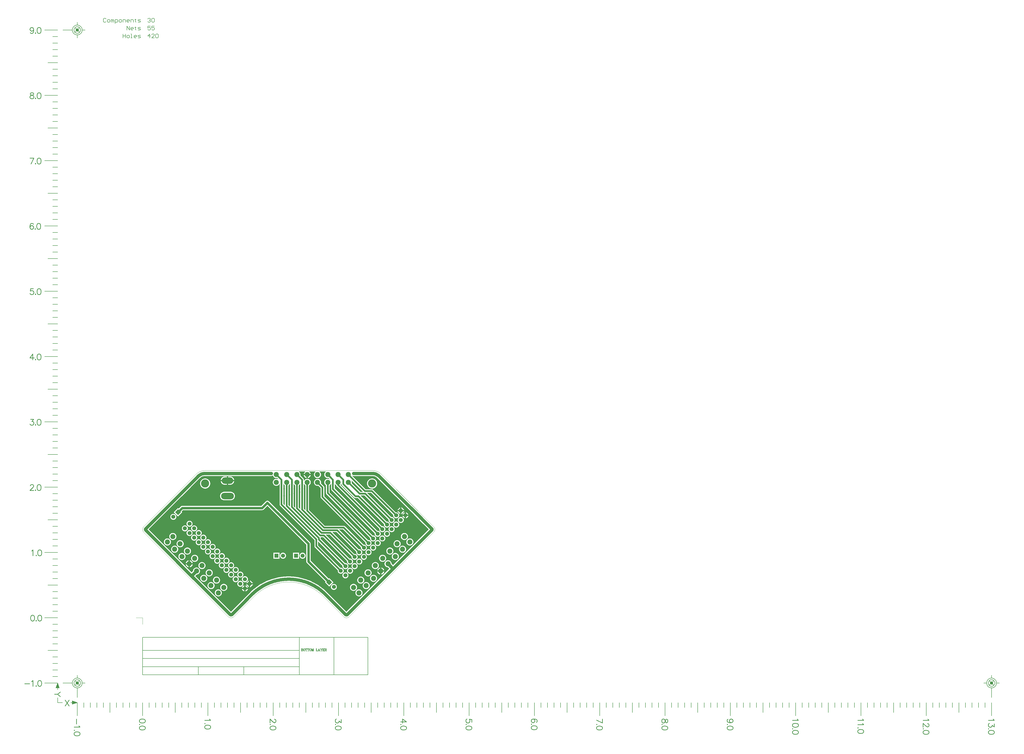
<source format=gbl>
G04 This is an RS-274x file exported by *
G04 gerbv version 2.6A *
G04 More information is available about gerbv at *
G04 http://gerbv.geda-project.org/ *
G04 --End of header info--*
%MOIN*%
%FSLAX34Y34*%
%IPPOS*%
G04 --Define apertures--*
%ADD10C,0.0500*%
%ADD11C,0.0250*%
%ADD12C,0.0350*%
%ADD13C,0.0050*%
%ADD14C,0.0070*%
%ADD15C,0.0090*%
%ADD16C,0.0080*%
%ADD17C,0.0010*%
%ADD18C,0.0100*%
%ADD19C,0.0300*%
%ADD20C,0.0780*%
%ADD21C,0.0620*%
%ADD22P,0.0877X4.0000X270.0000*%
%ADD23P,0.0877X4.0000X180.0000*%
%ADD24O,0.1772X0.0984*%
%ADD25O,0.1968X0.0984*%
%ADD26R,0.0620X0.0620*%
%ADD27C,0.1250*%
%ADD28C,0.0250*%
%ADD29C,0.0350*%
G04 --Start main section--*
G36*
G01X0022579Y0020483D02*
G01X0022579Y0017050D01*
G01X0022551Y0017039D01*
G01X0022339Y0017251D01*
G01X0022339Y0020269D01*
G01X0022351Y0020276D01*
G01X0022400Y0020311D01*
G01X0022445Y0020351D01*
G01X0022486Y0020396D01*
G01X0022521Y0020446D01*
G01X0022549Y0020497D01*
G01X0022552Y0020498D01*
G01X0022579Y0020483D01*
G37*
G36*
G01X0022579Y0020483D02*
G37*
G36*
G01X0021605Y0020446D02*
G01X0021640Y0020396D01*
G01X0021681Y0020351D01*
G01X0021726Y0020311D01*
G01X0021775Y0020276D01*
G01X0021787Y0020269D01*
G01X0021787Y0017242D01*
G01X0021759Y0017231D01*
G01X0021556Y0017434D01*
G01X0021556Y0020473D01*
G01X0021586Y0020481D01*
G01X0021605Y0020446D01*
G37*
G36*
G01X0021605Y0020446D02*
G37*
G36*
G01X0033733Y0019304D02*
G01X0033721Y0019276D01*
G01X0033360Y0019276D01*
G01X0032035Y0020600D01*
G01X0032039Y0020613D01*
G01X0032049Y0020673D01*
G01X0032053Y0020734D01*
G01X0032049Y0020794D01*
G01X0032039Y0020854D01*
G01X0032022Y0020912D01*
G01X0031999Y0020968D01*
G01X0031970Y0021021D01*
G01X0031963Y0021031D01*
G01X0031986Y0021051D01*
G01X0033733Y0019304D01*
G37*
G36*
G01X0033733Y0019304D02*
G37*
G36*
G01X0024755Y0020446D02*
G01X0024790Y0020396D01*
G01X0024830Y0020351D01*
G01X0024875Y0020311D01*
G01X0024925Y0020276D01*
G01X0024937Y0020269D01*
G01X0024937Y0016493D01*
G01X0024909Y0016481D01*
G01X0024705Y0016685D01*
G01X0024705Y0020473D01*
G01X0024735Y0020481D01*
G01X0024755Y0020446D01*
G37*
G36*
G01X0024755Y0020446D02*
G37*
G36*
G01X0024154Y0020483D02*
G01X0024154Y0016676D01*
G01X0024126Y0016664D01*
G01X0023914Y0016876D01*
G01X0023914Y0020269D01*
G01X0023926Y0020276D01*
G01X0023975Y0020311D01*
G01X0024020Y0020351D01*
G01X0024061Y0020396D01*
G01X0024096Y0020446D01*
G01X0024124Y0020497D01*
G01X0024127Y0020498D01*
G01X0024154Y0020483D01*
G37*
G36*
G01X0024154Y0020483D02*
G37*
G36*
G01X0023180Y0020446D02*
G01X0023215Y0020396D01*
G01X0023255Y0020351D01*
G01X0023301Y0020311D01*
G01X0023350Y0020276D01*
G01X0023362Y0020269D01*
G01X0023362Y0016867D01*
G01X0023334Y0016856D01*
G01X0023131Y0017059D01*
G01X0023131Y0020473D01*
G01X0023161Y0020481D01*
G01X0023180Y0020446D01*
G37*
G36*
G01X0023180Y0020446D02*
G37*
G36*
G01X0028060Y0022362D02*
G01X0028025Y0022338D01*
G01X0027980Y0022297D01*
G01X0027939Y0022252D01*
G01X0027904Y0022202D01*
G01X0027875Y0022149D01*
G01X0027852Y0022093D01*
G01X0027835Y0022035D01*
G01X0027825Y0021975D01*
G01X0027821Y0021915D01*
G01X0027825Y0021854D01*
G01X0027835Y0021794D01*
G01X0027852Y0021736D01*
G01X0027875Y0021680D01*
G01X0027904Y0021627D01*
G01X0027939Y0021577D01*
G01X0027980Y0021532D01*
G01X0028025Y0021492D01*
G01X0028074Y0021457D01*
G01X0028128Y0021427D01*
G01X0028184Y0021404D01*
G01X0028242Y0021387D01*
G01X0028302Y0021377D01*
G01X0028362Y0021374D01*
G01X0028423Y0021377D01*
G01X0028483Y0021387D01*
G01X0028496Y0021391D01*
G01X0028679Y0021208D01*
G01X0028660Y0021185D01*
G01X0028650Y0021192D01*
G01X0028597Y0021221D01*
G01X0028541Y0021244D01*
G01X0028483Y0021261D01*
G01X0028423Y0021271D01*
G01X0028362Y0021274D01*
G01X0028302Y0021271D01*
G01X0028242Y0021261D01*
G01X0028184Y0021244D01*
G01X0028128Y0021221D01*
G01X0028074Y0021192D01*
G01X0028025Y0021156D01*
G01X0027980Y0021116D01*
G01X0027939Y0021071D01*
G01X0027904Y0021021D01*
G01X0027875Y0020968D01*
G01X0027852Y0020912D01*
G01X0027835Y0020854D01*
G01X0027825Y0020794D01*
G01X0027821Y0020734D01*
G01X0027825Y0020673D01*
G01X0027835Y0020613D01*
G01X0027852Y0020555D01*
G01X0027875Y0020499D01*
G01X0027904Y0020446D01*
G01X0027939Y0020396D01*
G01X0027980Y0020351D01*
G01X0028025Y0020311D01*
G01X0028074Y0020276D01*
G01X0028086Y0020269D01*
G01X0028086Y0019082D01*
G01X0028090Y0019039D01*
G01X0028100Y0018997D01*
G01X0028116Y0018957D01*
G01X0028139Y0018920D01*
G01X0028167Y0018887D01*
G01X0034847Y0012207D01*
G01X0034846Y0012202D01*
G01X0034842Y0012141D01*
G01X0034846Y0012081D01*
G01X0034857Y0012022D01*
G01X0034877Y0011965D01*
G01X0034904Y0011911D01*
G01X0034937Y0011861D01*
G01X0034977Y0011815D01*
G01X0035022Y0011776D01*
G01X0035072Y0011742D01*
G01X0035126Y0011716D01*
G01X0035183Y0011696D01*
G01X0035243Y0011684D01*
G01X0035303Y0011680D01*
G01X0035363Y0011684D01*
G01X0035422Y0011696D01*
G01X0035479Y0011716D01*
G01X0035533Y0011742D01*
G01X0035583Y0011776D01*
G01X0035629Y0011815D01*
G01X0035668Y0011861D01*
G01X0035702Y0011911D01*
G01X0035729Y0011965D01*
G01X0035748Y0012022D01*
G01X0035760Y0012081D01*
G01X0035764Y0012141D01*
G01X0035760Y0012202D01*
G01X0035748Y0012261D01*
G01X0035729Y0012318D01*
G01X0035702Y0012372D01*
G01X0035668Y0012422D01*
G01X0035629Y0012467D01*
G01X0035583Y0012507D01*
G01X0035533Y0012541D01*
G01X0035479Y0012567D01*
G01X0035422Y0012587D01*
G01X0035363Y0012598D01*
G01X0035303Y0012602D01*
G01X0035243Y0012598D01*
G01X0035237Y0012597D01*
G01X0028638Y0019196D01*
G01X0028638Y0020269D01*
G01X0028650Y0020276D01*
G01X0028699Y0020311D01*
G01X0028745Y0020351D01*
G01X0028785Y0020396D01*
G01X0028820Y0020446D01*
G01X0028848Y0020497D01*
G01X0028851Y0020498D01*
G01X0028878Y0020483D01*
G01X0028878Y0019704D01*
G01X0028882Y0019661D01*
G01X0028892Y0019619D01*
G01X0028908Y0019579D01*
G01X0028931Y0019542D01*
G01X0028959Y0019509D01*
G01X0035554Y0012914D01*
G01X0035553Y0012909D01*
G01X0035549Y0012849D01*
G01X0035553Y0012788D01*
G01X0035565Y0012729D01*
G01X0035584Y0012672D01*
G01X0035611Y0012618D01*
G01X0035644Y0012568D01*
G01X0035684Y0012523D01*
G01X0035729Y0012483D01*
G01X0035779Y0012449D01*
G01X0035833Y0012423D01*
G01X0035891Y0012403D01*
G01X0035950Y0012391D01*
G01X0036010Y0012388D01*
G01X0036070Y0012391D01*
G01X0036129Y0012403D01*
G01X0036186Y0012423D01*
G01X0036240Y0012449D01*
G01X0036290Y0012483D01*
G01X0036336Y0012523D01*
G01X0036376Y0012568D01*
G01X0036409Y0012618D01*
G01X0036436Y0012672D01*
G01X0036455Y0012729D01*
G01X0036467Y0012788D01*
G01X0036471Y0012849D01*
G01X0036467Y0012909D01*
G01X0036455Y0012968D01*
G01X0036436Y0013025D01*
G01X0036409Y0013079D01*
G01X0036376Y0013129D01*
G01X0036336Y0013175D01*
G01X0036290Y0013214D01*
G01X0036240Y0013248D01*
G01X0036186Y0013274D01*
G01X0036129Y0013294D01*
G01X0036070Y0013306D01*
G01X0036010Y0013310D01*
G01X0035950Y0013306D01*
G01X0035944Y0013304D01*
G01X0029430Y0019819D01*
G01X0029430Y0020473D01*
G01X0029460Y0020481D01*
G01X0029479Y0020446D01*
G01X0029514Y0020396D01*
G01X0029555Y0020351D01*
G01X0029600Y0020311D01*
G01X0029649Y0020276D01*
G01X0029672Y0020263D01*
G01X0029675Y0020250D01*
G01X0029691Y0020210D01*
G01X0029714Y0020173D01*
G01X0029742Y0020141D01*
G01X0036261Y0013621D01*
G01X0036260Y0013616D01*
G01X0036256Y0013556D01*
G01X0036260Y0013495D01*
G01X0036272Y0013436D01*
G01X0036291Y0013379D01*
G01X0036318Y0013325D01*
G01X0036351Y0013275D01*
G01X0036391Y0013230D01*
G01X0036436Y0013190D01*
G01X0036486Y0013156D01*
G01X0036541Y0013130D01*
G01X0036598Y0013110D01*
G01X0036657Y0013099D01*
G01X0036717Y0013095D01*
G01X0036777Y0013099D01*
G01X0036836Y0013110D01*
G01X0036893Y0013130D01*
G01X0036947Y0013156D01*
G01X0036998Y0013190D01*
G01X0037043Y0013230D01*
G01X0037083Y0013275D01*
G01X0037116Y0013325D01*
G01X0037143Y0013379D01*
G01X0037162Y0013436D01*
G01X0037174Y0013495D01*
G01X0037178Y0013556D01*
G01X0037174Y0013616D01*
G01X0037162Y0013675D01*
G01X0037143Y0013732D01*
G01X0037116Y0013786D01*
G01X0037083Y0013836D01*
G01X0037043Y0013882D01*
G01X0036998Y0013921D01*
G01X0036947Y0013955D01*
G01X0036893Y0013982D01*
G01X0036836Y0014001D01*
G01X0036777Y0014013D01*
G01X0036717Y0014017D01*
G01X0036657Y0014013D01*
G01X0036651Y0014012D01*
G01X0030319Y0020343D01*
G01X0030319Y0020351D01*
G01X0030360Y0020396D01*
G01X0030395Y0020446D01*
G01X0030423Y0020497D01*
G01X0030426Y0020498D01*
G01X0030453Y0020483D01*
G01X0030453Y0020471D01*
G01X0030456Y0020428D01*
G01X0030466Y0020386D01*
G01X0030483Y0020346D01*
G01X0030506Y0020309D01*
G01X0030534Y0020276D01*
G01X0032405Y0018405D01*
G01X0032438Y0018377D01*
G01X0032475Y0018354D01*
G01X0032515Y0018338D01*
G01X0032557Y0018328D01*
G01X0032600Y0018324D01*
G01X0032973Y0018324D01*
G01X0036968Y0014329D01*
G01X0036967Y0014323D01*
G01X0036963Y0014263D01*
G01X0036967Y0014203D01*
G01X0036979Y0014143D01*
G01X0036998Y0014086D01*
G01X0037025Y0014032D01*
G01X0037058Y0013982D01*
G01X0037098Y0013937D01*
G01X0037143Y0013897D01*
G01X0037194Y0013864D01*
G01X0037248Y0013837D01*
G01X0037305Y0013817D01*
G01X0037364Y0013806D01*
G01X0037424Y0013802D01*
G01X0037484Y0013806D01*
G01X0037543Y0013817D01*
G01X0037600Y0013837D01*
G01X0037655Y0013864D01*
G01X0037705Y0013897D01*
G01X0037750Y0013937D01*
G01X0037790Y0013982D01*
G01X0037823Y0014032D01*
G01X0037850Y0014086D01*
G01X0037869Y0014143D01*
G01X0037881Y0014203D01*
G01X0037885Y0014263D01*
G01X0037881Y0014323D01*
G01X0037869Y0014382D01*
G01X0037850Y0014439D01*
G01X0037823Y0014493D01*
G01X0037790Y0014543D01*
G01X0037750Y0014589D01*
G01X0037705Y0014628D01*
G01X0037655Y0014662D01*
G01X0037600Y0014689D01*
G01X0037543Y0014708D01*
G01X0037484Y0014720D01*
G01X0037424Y0014724D01*
G01X0037364Y0014720D01*
G01X0037358Y0014719D01*
G01X0033380Y0018696D01*
G01X0033392Y0018724D01*
G01X0033987Y0018724D01*
G01X0037675Y0015036D01*
G01X0037674Y0015030D01*
G01X0037670Y0014970D01*
G01X0037674Y0014910D01*
G01X0037686Y0014851D01*
G01X0037705Y0014793D01*
G01X0037732Y0014739D01*
G01X0037765Y0014689D01*
G01X0037805Y0014644D01*
G01X0037851Y0014604D01*
G01X0037901Y0014571D01*
G01X0037955Y0014544D01*
G01X0038012Y0014525D01*
G01X0038071Y0014513D01*
G01X0038131Y0014509D01*
G01X0038191Y0014513D01*
G01X0038250Y0014525D01*
G01X0038308Y0014544D01*
G01X0038362Y0014571D01*
G01X0038412Y0014604D01*
G01X0038457Y0014644D01*
G01X0038497Y0014689D01*
G01X0038530Y0014739D01*
G01X0038557Y0014793D01*
G01X0038576Y0014851D01*
G01X0038588Y0014910D01*
G01X0038592Y0014970D01*
G01X0038588Y0015030D01*
G01X0038576Y0015089D01*
G01X0038557Y0015146D01*
G01X0038530Y0015200D01*
G01X0038497Y0015250D01*
G01X0038457Y0015296D01*
G01X0038412Y0015336D01*
G01X0038362Y0015369D01*
G01X0038308Y0015396D01*
G01X0038250Y0015415D01*
G01X0038191Y0015427D01*
G01X0038131Y0015431D01*
G01X0038071Y0015427D01*
G01X0038065Y0015426D01*
G01X0034395Y0019096D01*
G01X0034406Y0019124D01*
G01X0035001Y0019124D01*
G01X0038382Y0015743D01*
G01X0038381Y0015737D01*
G01X0038377Y0015677D01*
G01X0038381Y0015617D01*
G01X0038393Y0015558D01*
G01X0038412Y0015501D01*
G01X0038439Y0015446D01*
G01X0038473Y0015396D01*
G01X0038512Y0015351D01*
G01X0038558Y0015311D01*
G01X0038608Y0015278D01*
G01X0038662Y0015251D01*
G01X0038719Y0015232D01*
G01X0038778Y0015220D01*
G01X0038838Y0015216D01*
G01X0038898Y0015220D01*
G01X0038958Y0015232D01*
G01X0039015Y0015251D01*
G01X0039069Y0015278D01*
G01X0039119Y0015311D01*
G01X0039164Y0015351D01*
G01X0039204Y0015396D01*
G01X0039238Y0015446D01*
G01X0039264Y0015501D01*
G01X0039284Y0015558D01*
G01X0039295Y0015617D01*
G01X0039299Y0015677D01*
G01X0039295Y0015737D01*
G01X0039284Y0015796D01*
G01X0039264Y0015853D01*
G01X0039238Y0015907D01*
G01X0039204Y0015958D01*
G01X0039164Y0016003D01*
G01X0039119Y0016043D01*
G01X0039069Y0016076D01*
G01X0039015Y0016103D01*
G01X0038958Y0016122D01*
G01X0038898Y0016134D01*
G01X0038838Y0016138D01*
G01X0038778Y0016134D01*
G01X0038772Y0016133D01*
G01X0035310Y0019595D01*
G01X0035277Y0019623D01*
G01X0035240Y0019646D01*
G01X0035200Y0019662D01*
G01X0035158Y0019672D01*
G01X0035115Y0019676D01*
G01X0034141Y0019676D01*
G01X0032095Y0021722D01*
G01X0032113Y0021746D01*
G01X0032147Y0021730D01*
G01X0032196Y0021713D01*
G01X0032248Y0021703D01*
G01X0032300Y0021699D01*
G01X0035262Y0021699D01*
G01X0035330Y0021691D01*
G01X0035419Y0021673D01*
G01X0035507Y0021649D01*
G01X0035592Y0021617D01*
G01X0035675Y0021579D01*
G01X0035754Y0021535D01*
G01X0035830Y0021484D01*
G01X0035901Y0021428D01*
G01X0035946Y0021387D01*
G01X0035967Y0021366D01*
G01X0035967Y0021366D01*
G01X0035988Y0021345D01*
G01X0037362Y0019972D01*
G01X0038776Y0018558D01*
G01X0040191Y0017144D01*
G01X0041605Y0015730D01*
G01X0043020Y0014316D01*
G01X0043791Y0013545D01*
G01X0043791Y0013515D01*
G01X0042545Y0012268D01*
G01X0042545Y0012268D01*
G01X0041131Y0010854D01*
G01X0041131Y0010854D01*
G01X0039717Y0009440D01*
G01X0038343Y0008067D01*
G01X0038131Y0008280D01*
G01X0038129Y0008320D01*
G01X0038118Y0008380D01*
G01X0038102Y0008438D01*
G01X0038078Y0008494D01*
G01X0038049Y0008547D01*
G01X0038014Y0008597D01*
G01X0037974Y0008642D01*
G01X0037928Y0008682D01*
G01X0037879Y0008717D01*
G01X0037826Y0008747D01*
G01X0037770Y0008770D01*
G01X0037711Y0008787D01*
G01X0037652Y0008797D01*
G01X0037591Y0008800D01*
G01X0037531Y0008797D01*
G01X0037471Y0008787D01*
G01X0037412Y0008770D01*
G01X0037356Y0008747D01*
G01X0037303Y0008717D01*
G01X0037254Y0008682D01*
G01X0037209Y0008642D01*
G01X0037168Y0008597D01*
G01X0037133Y0008547D01*
G01X0037104Y0008494D01*
G01X0037081Y0008438D01*
G01X0037064Y0008380D01*
G01X0037054Y0008320D01*
G01X0037050Y0008260D01*
G01X0037054Y0008199D01*
G01X0037064Y0008139D01*
G01X0037081Y0008081D01*
G01X0037104Y0008025D01*
G01X0037133Y0007972D01*
G01X0037168Y0007922D01*
G01X0037209Y0007877D01*
G01X0037254Y0007837D01*
G01X0037303Y0007802D01*
G01X0037356Y0007772D01*
G01X0037412Y0007749D01*
G01X0037471Y0007732D01*
G01X0037531Y0007722D01*
G01X0037556Y0007721D01*
G01X0037777Y0007500D01*
G01X0036888Y0006612D01*
G01X0036888Y0006612D01*
G01X0035474Y0005197D01*
G01X0035474Y0005197D01*
G01X0034060Y0003783D01*
G01X0034060Y0003783D01*
G01X0032645Y0002369D01*
G01X0032645Y0002369D01*
G01X0031207Y0000931D01*
G01X0028267Y0003872D01*
G01X0028267Y0003872D01*
G01X0028086Y0004047D01*
G01X0027900Y0004217D01*
G01X0027709Y0004381D01*
G01X0027513Y0004540D01*
G01X0027312Y0004692D01*
G01X0027107Y0004838D01*
G01X0026897Y0004978D01*
G01X0026684Y0005112D01*
G01X0026466Y0005239D01*
G01X0026245Y0005359D01*
G01X0026020Y0005473D01*
G01X0025792Y0005580D01*
G01X0025561Y0005680D01*
G01X0025326Y0005773D01*
G01X0025090Y0005858D01*
G01X0024850Y0005937D01*
G01X0024608Y0006008D01*
G01X0024365Y0006072D01*
G01X0024119Y0006129D01*
G01X0023872Y0006178D01*
G01X0023624Y0006220D01*
G01X0023374Y0006254D01*
G01X0023123Y0006281D01*
G01X0022872Y0006300D01*
G01X0022620Y0006311D01*
G01X0022369Y0006315D01*
G01X0022117Y0006311D01*
G01X0021865Y0006300D01*
G01X0021614Y0006281D01*
G01X0021363Y0006254D01*
G01X0021113Y0006220D01*
G01X0020865Y0006178D01*
G01X0020618Y0006129D01*
G01X0020372Y0006072D01*
G01X0020129Y0006008D01*
G01X0019887Y0005937D01*
G01X0019648Y0005858D01*
G01X0019411Y0005773D01*
G01X0019176Y0005680D01*
G01X0018945Y0005580D01*
G01X0018717Y0005473D01*
G01X0018492Y0005359D01*
G01X0018271Y0005239D01*
G01X0018053Y0005112D01*
G01X0017840Y0004978D01*
G01X0017630Y0004838D01*
G01X0017425Y0004692D01*
G01X0017224Y0004540D01*
G01X0017028Y0004381D01*
G01X0016837Y0004217D01*
G01X0016651Y0004047D01*
G01X0016502Y0003903D01*
G01X0016497Y0003898D01*
G01X0014791Y0002192D01*
G01X0014791Y0002192D01*
G01X0013530Y0000931D01*
G01X0012092Y0002369D01*
G01X0012092Y0002369D01*
G01X0010677Y0003783D01*
G01X0010677Y0003783D01*
G01X0009263Y0005197D01*
G01X0009263Y0005197D01*
G01X0008070Y0006390D01*
G01X0008287Y0006607D01*
G01X0008320Y0006609D01*
G01X0008380Y0006619D01*
G01X0008438Y0006635D01*
G01X0008494Y0006659D01*
G01X0008547Y0006688D01*
G01X0008597Y0006723D01*
G01X0008642Y0006764D01*
G01X0008682Y0006809D01*
G01X0008717Y0006858D01*
G01X0008747Y0006911D01*
G01X0008770Y0006967D01*
G01X0008787Y0007026D01*
G01X0008797Y0007085D01*
G01X0008800Y0007146D01*
G01X0008797Y0007207D01*
G01X0008787Y0007266D01*
G01X0008770Y0007325D01*
G01X0008747Y0007381D01*
G01X0008717Y0007434D01*
G01X0008682Y0007483D01*
G01X0008642Y0007528D01*
G01X0008597Y0007569D01*
G01X0008547Y0007604D01*
G01X0008494Y0007633D01*
G01X0008438Y0007656D01*
G01X0008380Y0007673D01*
G01X0008320Y0007683D01*
G01X0008260Y0007687D01*
G01X0008199Y0007683D01*
G01X0008139Y0007673D01*
G01X0008081Y0007656D01*
G01X0008025Y0007633D01*
G01X0007972Y0007604D01*
G01X0007922Y0007569D01*
G01X0007877Y0007528D01*
G01X0007837Y0007483D01*
G01X0007802Y0007434D01*
G01X0007772Y0007381D01*
G01X0007749Y0007325D01*
G01X0007732Y0007266D01*
G01X0007722Y0007207D01*
G01X0007720Y0007174D01*
G01X0007504Y0006957D01*
G01X0006435Y0008026D01*
G01X0006435Y0008026D01*
G01X0005021Y0009440D01*
G01X0005021Y0009440D01*
G01X0003606Y0010854D01*
G01X0003606Y0010854D01*
G01X0002192Y0012268D01*
G01X0002192Y0012268D01*
G01X0000931Y0013530D01*
G01X0001717Y0014316D01*
G01X0001717Y0014316D01*
G01X0004546Y0017145D01*
G01X0004546Y0017145D01*
G01X0005960Y0018559D01*
G01X0005960Y0018559D01*
G01X0007374Y0019973D01*
G01X0007374Y0019973D01*
G01X0008745Y0021344D01*
G01X0008770Y0021366D01*
G01X0008770Y0021366D01*
G01X0008770Y0021367D01*
G01X0008836Y0021428D01*
G01X0008908Y0021484D01*
G01X0008983Y0021535D01*
G01X0009062Y0021579D01*
G01X0009145Y0021617D01*
G01X0009230Y0021649D01*
G01X0009318Y0021673D01*
G01X0009407Y0021691D01*
G01X0009475Y0021699D01*
G01X0019700Y0021699D01*
G01X0019752Y0021703D01*
G01X0019804Y0021713D01*
G01X0019853Y0021730D01*
G01X0019900Y0021753D01*
G01X0019935Y0021776D01*
G01X0019961Y0021770D01*
G01X0019970Y0021764D01*
G01X0019978Y0021736D01*
G01X0020001Y0021680D01*
G01X0020030Y0021627D01*
G01X0020065Y0021577D01*
G01X0020106Y0021532D01*
G01X0020151Y0021492D01*
G01X0020200Y0021457D01*
G01X0020254Y0021427D01*
G01X0020310Y0021404D01*
G01X0020368Y0021387D01*
G01X0020428Y0021377D01*
G01X0020488Y0021374D01*
G01X0020549Y0021377D01*
G01X0020609Y0021387D01*
G01X0020622Y0021391D01*
G01X0020805Y0021208D01*
G01X0020786Y0021185D01*
G01X0020776Y0021192D01*
G01X0020723Y0021221D01*
G01X0020667Y0021244D01*
G01X0020609Y0021261D01*
G01X0020549Y0021271D01*
G01X0020488Y0021274D01*
G01X0020428Y0021271D01*
G01X0020368Y0021261D01*
G01X0020310Y0021244D01*
G01X0020254Y0021221D01*
G01X0020200Y0021192D01*
G01X0020151Y0021156D01*
G01X0020106Y0021116D01*
G01X0020065Y0021071D01*
G01X0020030Y0021021D01*
G01X0020001Y0020968D01*
G01X0019978Y0020912D01*
G01X0019961Y0020854D01*
G01X0019951Y0020794D01*
G01X0019947Y0020734D01*
G01X0019951Y0020673D01*
G01X0019961Y0020613D01*
G01X0019978Y0020555D01*
G01X0020001Y0020499D01*
G01X0020030Y0020446D01*
G01X0020065Y0020396D01*
G01X0020106Y0020351D01*
G01X0020151Y0020311D01*
G01X0020200Y0020276D01*
G01X0020254Y0020246D01*
G01X0020310Y0020223D01*
G01X0020368Y0020206D01*
G01X0020428Y0020196D01*
G01X0020488Y0020193D01*
G01X0020549Y0020196D01*
G01X0020609Y0020206D01*
G01X0020667Y0020223D01*
G01X0020723Y0020246D01*
G01X0020776Y0020276D01*
G01X0020825Y0020311D01*
G01X0020871Y0020351D01*
G01X0020911Y0020396D01*
G01X0020946Y0020446D01*
G01X0020974Y0020497D01*
G01X0020977Y0020498D01*
G01X0021004Y0020483D01*
G01X0021004Y0017320D01*
G01X0021008Y0017277D01*
G01X0021018Y0017235D01*
G01X0021034Y0017195D01*
G01X0021057Y0017158D01*
G01X0021085Y0017125D01*
G01X0026324Y0011886D01*
G01X0026324Y0010945D01*
G01X0026328Y0010902D01*
G01X0026338Y0010859D01*
G01X0026354Y0010819D01*
G01X0026377Y0010783D01*
G01X0026405Y0010750D01*
G01X0029897Y0007257D01*
G01X0029896Y0007252D01*
G01X0029892Y0007192D01*
G01X0029896Y0007132D01*
G01X0029908Y0007072D01*
G01X0029927Y0007015D01*
G01X0029954Y0006961D01*
G01X0029987Y0006911D01*
G01X0030027Y0006866D01*
G01X0030072Y0006826D01*
G01X0030123Y0006792D01*
G01X0030177Y0006766D01*
G01X0030234Y0006746D01*
G01X0030293Y0006735D01*
G01X0030353Y0006731D01*
G01X0030413Y0006735D01*
G01X0030472Y0006746D01*
G01X0030529Y0006766D01*
G01X0030584Y0006792D01*
G01X0030634Y0006826D01*
G01X0030679Y0006866D01*
G01X0030719Y0006911D01*
G01X0030752Y0006961D01*
G01X0030779Y0007015D01*
G01X0030798Y0007072D01*
G01X0030810Y0007132D01*
G01X0030814Y0007192D01*
G01X0030810Y0007252D01*
G01X0030798Y0007311D01*
G01X0030779Y0007368D01*
G01X0030752Y0007422D01*
G01X0030719Y0007472D01*
G01X0030679Y0007518D01*
G01X0030634Y0007557D01*
G01X0030584Y0007591D01*
G01X0030529Y0007618D01*
G01X0030472Y0007637D01*
G01X0030413Y0007649D01*
G01X0030353Y0007653D01*
G01X0030293Y0007649D01*
G01X0030287Y0007648D01*
G01X0026876Y0011059D01*
G01X0026876Y0011654D01*
G01X0026904Y0011665D01*
G01X0030604Y0007965D01*
G01X0030603Y0007959D01*
G01X0030599Y0007899D01*
G01X0030603Y0007839D01*
G01X0030615Y0007779D01*
G01X0030634Y0007722D01*
G01X0030661Y0007668D01*
G01X0030694Y0007618D01*
G01X0030734Y0007573D01*
G01X0030779Y0007533D01*
G01X0030830Y0007500D01*
G01X0030884Y0007473D01*
G01X0030941Y0007454D01*
G01X0031000Y0007442D01*
G01X0031060Y0007438D01*
G01X0031120Y0007442D01*
G01X0031179Y0007454D01*
G01X0031237Y0007473D01*
G01X0031291Y0007500D01*
G01X0031341Y0007533D01*
G01X0031386Y0007573D01*
G01X0031426Y0007618D01*
G01X0031459Y0007668D01*
G01X0031486Y0007722D01*
G01X0031505Y0007779D01*
G01X0031517Y0007839D01*
G01X0031521Y0007899D01*
G01X0031517Y0007959D01*
G01X0031505Y0008018D01*
G01X0031486Y0008075D01*
G01X0031459Y0008129D01*
G01X0031426Y0008179D01*
G01X0031386Y0008225D01*
G01X0031341Y0008265D01*
G01X0031291Y0008298D01*
G01X0031237Y0008325D01*
G01X0031179Y0008344D01*
G01X0031120Y0008356D01*
G01X0031060Y0008360D01*
G01X0031000Y0008356D01*
G01X0030994Y0008355D01*
G01X0027276Y0012073D01*
G01X0027276Y0012200D01*
G01X0027272Y0012243D01*
G01X0027262Y0012285D01*
G01X0027257Y0012299D01*
G01X0027273Y0012324D01*
G01X0027659Y0012324D01*
G01X0031311Y0008672D01*
G01X0031310Y0008666D01*
G01X0031306Y0008606D01*
G01X0031310Y0008546D01*
G01X0031322Y0008487D01*
G01X0031341Y0008429D01*
G01X0031368Y0008375D01*
G01X0031401Y0008325D01*
G01X0031441Y0008280D01*
G01X0031487Y0008240D01*
G01X0031537Y0008207D01*
G01X0031591Y0008180D01*
G01X0031648Y0008161D01*
G01X0031707Y0008149D01*
G01X0031767Y0008145D01*
G01X0031827Y0008149D01*
G01X0031887Y0008161D01*
G01X0031944Y0008180D01*
G01X0031998Y0008207D01*
G01X0032048Y0008240D01*
G01X0032093Y0008280D01*
G01X0032133Y0008325D01*
G01X0032166Y0008375D01*
G01X0032193Y0008429D01*
G01X0032213Y0008487D01*
G01X0032224Y0008546D01*
G01X0032228Y0008606D01*
G01X0032224Y0008666D01*
G01X0032213Y0008725D01*
G01X0032193Y0008782D01*
G01X0032166Y0008836D01*
G01X0032133Y0008887D01*
G01X0032093Y0008932D01*
G01X0032048Y0008972D01*
G01X0031998Y0009005D01*
G01X0031944Y0009032D01*
G01X0031887Y0009051D01*
G01X0031827Y0009063D01*
G01X0031767Y0009067D01*
G01X0031707Y0009063D01*
G01X0031701Y0009062D01*
G01X0028067Y0012696D01*
G01X0028078Y0012724D01*
G01X0028673Y0012724D01*
G01X0032018Y0009379D01*
G01X0032017Y0009373D01*
G01X0032013Y0009313D01*
G01X0032017Y0009253D01*
G01X0032029Y0009194D01*
G01X0032048Y0009137D01*
G01X0032075Y0009082D01*
G01X0032109Y0009032D01*
G01X0032148Y0008987D01*
G01X0032194Y0008947D01*
G01X0032244Y0008914D01*
G01X0032298Y0008887D01*
G01X0032355Y0008868D01*
G01X0032414Y0008856D01*
G01X0032474Y0008852D01*
G01X0032534Y0008856D01*
G01X0032594Y0008868D01*
G01X0032651Y0008887D01*
G01X0032705Y0008914D01*
G01X0032755Y0008947D01*
G01X0032800Y0008987D01*
G01X0032840Y0009032D01*
G01X0032874Y0009082D01*
G01X0032900Y0009137D01*
G01X0032920Y0009194D01*
G01X0032931Y0009253D01*
G01X0032935Y0009313D01*
G01X0032931Y0009373D01*
G01X0032920Y0009432D01*
G01X0032900Y0009489D01*
G01X0032874Y0009543D01*
G01X0032840Y0009594D01*
G01X0032800Y0009639D01*
G01X0032755Y0009679D01*
G01X0032705Y0009712D01*
G01X0032651Y0009739D01*
G01X0032594Y0009758D01*
G01X0032534Y0009770D01*
G01X0032474Y0009774D01*
G01X0032414Y0009770D01*
G01X0032409Y0009769D01*
G01X0029081Y0013096D01*
G01X0029092Y0013124D01*
G01X0029687Y0013124D01*
G01X0032726Y0010086D01*
G01X0032724Y0010080D01*
G01X0032720Y0010020D01*
G01X0032724Y0009960D01*
G01X0032736Y0009901D01*
G01X0032756Y0009844D01*
G01X0032782Y0009790D01*
G01X0032816Y0009739D01*
G01X0032855Y0009694D01*
G01X0032901Y0009654D01*
G01X0032951Y0009621D01*
G01X0033005Y0009594D01*
G01X0033062Y0009575D01*
G01X0033121Y0009563D01*
G01X0033181Y0009559D01*
G01X0033242Y0009563D01*
G01X0033301Y0009575D01*
G01X0033358Y0009594D01*
G01X0033412Y0009621D01*
G01X0033462Y0009654D01*
G01X0033507Y0009694D01*
G01X0033547Y0009739D01*
G01X0033581Y0009790D01*
G01X0033607Y0009844D01*
G01X0033627Y0009901D01*
G01X0033638Y0009960D01*
G01X0033642Y0010020D01*
G01X0033638Y0010080D01*
G01X0033627Y0010139D01*
G01X0033607Y0010197D01*
G01X0033581Y0010251D01*
G01X0033547Y0010301D01*
G01X0033507Y0010346D01*
G01X0033462Y0010386D01*
G01X0033412Y0010419D01*
G01X0033358Y0010446D01*
G01X0033301Y0010465D01*
G01X0033242Y0010477D01*
G01X0033181Y0010481D01*
G01X0033121Y0010477D01*
G01X0033116Y0010476D01*
G01X0030095Y0013496D01*
G01X0030107Y0013524D01*
G01X0030701Y0013524D01*
G01X0033433Y0010793D01*
G01X0033431Y0010787D01*
G01X0033428Y0010727D01*
G01X0033431Y0010667D01*
G01X0033443Y0010608D01*
G01X0033463Y0010551D01*
G01X0033489Y0010497D01*
G01X0033523Y0010447D01*
G01X0033563Y0010401D01*
G01X0033608Y0010361D01*
G01X0033658Y0010328D01*
G01X0033712Y0010301D01*
G01X0033769Y0010282D01*
G01X0033828Y0010270D01*
G01X0033889Y0010266D01*
G01X0033949Y0010270D01*
G01X0034008Y0010282D01*
G01X0034065Y0010301D01*
G01X0034119Y0010328D01*
G01X0034169Y0010361D01*
G01X0034215Y0010401D01*
G01X0034254Y0010447D01*
G01X0034288Y0010497D01*
G01X0034314Y0010551D01*
G01X0034334Y0010608D01*
G01X0034346Y0010667D01*
G01X0034350Y0010727D01*
G01X0034346Y0010787D01*
G01X0034334Y0010847D01*
G01X0034314Y0010904D01*
G01X0034288Y0010958D01*
G01X0034254Y0011008D01*
G01X0034215Y0011053D01*
G01X0034169Y0011093D01*
G01X0034119Y0011126D01*
G01X0034065Y0011153D01*
G01X0034008Y0011172D01*
G01X0033949Y0011184D01*
G01X0033889Y0011188D01*
G01X0033828Y0011184D01*
G01X0033823Y0011183D01*
G01X0031011Y0013995D01*
G01X0030978Y0014023D01*
G01X0030941Y0014046D01*
G01X0030901Y0014062D01*
G01X0030859Y0014072D01*
G01X0030816Y0014076D01*
G01X0027914Y0014076D01*
G01X0025488Y0016502D01*
G01X0025488Y0020269D01*
G01X0025500Y0020276D01*
G01X0025550Y0020311D01*
G01X0025595Y0020351D01*
G01X0025635Y0020396D01*
G01X0025671Y0020446D01*
G01X0025700Y0020499D01*
G01X0025723Y0020555D01*
G01X0025740Y0020613D01*
G01X0025750Y0020673D01*
G01X0025753Y0020734D01*
G01X0025750Y0020794D01*
G01X0025740Y0020854D01*
G01X0025723Y0020912D01*
G01X0025700Y0020968D01*
G01X0025671Y0021021D01*
G01X0025635Y0021071D01*
G01X0025595Y0021116D01*
G01X0025550Y0021156D01*
G01X0025500Y0021192D01*
G01X0025447Y0021221D01*
G01X0025391Y0021244D01*
G01X0025333Y0021261D01*
G01X0025273Y0021271D01*
G01X0025213Y0021274D01*
G01X0025152Y0021271D01*
G01X0025092Y0021261D01*
G01X0025034Y0021244D01*
G01X0024978Y0021221D01*
G01X0024925Y0021192D01*
G01X0024875Y0021156D01*
G01X0024830Y0021116D01*
G01X0024790Y0021071D01*
G01X0024755Y0021021D01*
G01X0024735Y0020987D01*
G01X0024705Y0020994D01*
G01X0024705Y0021123D01*
G01X0024702Y0021166D01*
G01X0024692Y0021208D01*
G01X0024675Y0021248D01*
G01X0024653Y0021285D01*
G01X0024625Y0021318D01*
G01X0024161Y0021781D01*
G01X0024165Y0021794D01*
G01X0024175Y0021854D01*
G01X0024179Y0021915D01*
G01X0024175Y0021975D01*
G01X0024165Y0022035D01*
G01X0024148Y0022093D01*
G01X0024125Y0022149D01*
G01X0024096Y0022202D01*
G01X0024061Y0022252D01*
G01X0024020Y0022297D01*
G01X0023975Y0022338D01*
G01X0023940Y0022362D01*
G01X0023950Y0022392D01*
G01X0024901Y0022392D01*
G01X0024910Y0022362D01*
G01X0024875Y0022338D01*
G01X0024830Y0022297D01*
G01X0024790Y0022252D01*
G01X0024755Y0022202D01*
G01X0024725Y0022149D01*
G01X0024702Y0022093D01*
G01X0024685Y0022035D01*
G01X0024682Y0022015D01*
G01X0025213Y0022015D01*
G01X0025743Y0022015D01*
G01X0025740Y0022035D01*
G01X0025723Y0022093D01*
G01X0025700Y0022149D01*
G01X0025671Y0022202D01*
G01X0025635Y0022252D01*
G01X0025595Y0022297D01*
G01X0025550Y0022338D01*
G01X0025515Y0022362D01*
G01X0025525Y0022392D01*
G01X0026475Y0022392D01*
G01X0026485Y0022362D01*
G01X0026450Y0022338D01*
G01X0026405Y0022297D01*
G01X0026365Y0022252D01*
G01X0026329Y0022202D01*
G01X0026300Y0022149D01*
G01X0026277Y0022093D01*
G01X0026260Y0022035D01*
G01X0026250Y0021975D01*
G01X0026247Y0021915D01*
G01X0026250Y0021854D01*
G01X0026260Y0021794D01*
G01X0026277Y0021736D01*
G01X0026300Y0021680D01*
G01X0026329Y0021627D01*
G01X0026365Y0021577D01*
G01X0026405Y0021532D01*
G01X0026450Y0021492D01*
G01X0026500Y0021457D01*
G01X0026553Y0021427D01*
G01X0026609Y0021404D01*
G01X0026667Y0021387D01*
G01X0026727Y0021377D01*
G01X0026787Y0021374D01*
G01X0026848Y0021377D01*
G01X0026908Y0021387D01*
G01X0026966Y0021404D01*
G01X0027022Y0021427D01*
G01X0027075Y0021457D01*
G01X0027125Y0021492D01*
G01X0027170Y0021532D01*
G01X0027210Y0021577D01*
G01X0027245Y0021627D01*
G01X0027275Y0021680D01*
G01X0027298Y0021736D01*
G01X0027315Y0021794D01*
G01X0027325Y0021854D01*
G01X0027328Y0021915D01*
G01X0027325Y0021975D01*
G01X0027315Y0022035D01*
G01X0027298Y0022093D01*
G01X0027275Y0022149D01*
G01X0027245Y0022202D01*
G01X0027210Y0022252D01*
G01X0027170Y0022297D01*
G01X0027125Y0022338D01*
G01X0027090Y0022362D01*
G01X0027099Y0022392D01*
G01X0028050Y0022392D01*
G01X0028060Y0022362D01*
G37*
G36*
G01X0028060Y0022362D02*
G37*
%LPC*%
G36*
G01X0009095Y0008522D02*
G01X0009034Y0008519D01*
G01X0008974Y0008508D01*
G01X0008916Y0008492D01*
G01X0008860Y0008468D01*
G01X0008807Y0008439D01*
G01X0008757Y0008404D01*
G01X0008712Y0008364D01*
G01X0008672Y0008318D01*
G01X0008637Y0008269D01*
G01X0008607Y0008216D01*
G01X0008584Y0008160D01*
G01X0008567Y0008101D01*
G01X0008557Y0008042D01*
G01X0008554Y0007981D01*
G01X0008557Y0007921D01*
G01X0008567Y0007861D01*
G01X0008584Y0007803D01*
G01X0008607Y0007746D01*
G01X0008637Y0007693D01*
G01X0008672Y0007644D01*
G01X0008712Y0007599D01*
G01X0008757Y0007558D01*
G01X0008807Y0007523D01*
G01X0008860Y0007494D01*
G01X0008916Y0007471D01*
G01X0008974Y0007454D01*
G01X0009034Y0007444D01*
G01X0009095Y0007440D01*
G01X0009155Y0007444D01*
G01X0009215Y0007454D01*
G01X0009273Y0007471D01*
G01X0009329Y0007494D01*
G01X0009382Y0007523D01*
G01X0009432Y0007558D01*
G01X0009477Y0007599D01*
G01X0009518Y0007644D01*
G01X0009553Y0007693D01*
G01X0009582Y0007746D01*
G01X0009605Y0007803D01*
G01X0009622Y0007861D01*
G01X0009632Y0007921D01*
G01X0009636Y0007981D01*
G01X0009632Y0008042D01*
G01X0009622Y0008101D01*
G01X0009605Y0008160D01*
G01X0009582Y0008216D01*
G01X0009553Y0008269D01*
G01X0009518Y0008318D01*
G01X0009477Y0008364D01*
G01X0009432Y0008404D01*
G01X0009382Y0008439D01*
G01X0009329Y0008468D01*
G01X0009273Y0008492D01*
G01X0009215Y0008508D01*
G01X0009155Y0008519D01*
G01X0009095Y0008522D01*
G37*
G36*
G01X0009095Y0008522D02*
G37*
G36*
G01X0036578Y0007046D02*
G01X0036578Y0006615D01*
G01X0036598Y0006619D01*
G01X0036656Y0006635D01*
G01X0036712Y0006659D01*
G01X0036765Y0006688D01*
G01X0036815Y0006723D01*
G01X0036860Y0006764D01*
G01X0036900Y0006809D01*
G01X0036935Y0006858D01*
G01X0036965Y0006911D01*
G01X0036988Y0006967D01*
G01X0037005Y0007026D01*
G01X0037008Y0007046D01*
G01X0036578Y0007046D01*
G37*
G36*
G01X0036578Y0007046D02*
G37*
G36*
G01X0035642Y0008522D02*
G01X0035582Y0008519D01*
G01X0035522Y0008508D01*
G01X0035464Y0008492D01*
G01X0035408Y0008468D01*
G01X0035355Y0008439D01*
G01X0035305Y0008404D01*
G01X0035260Y0008364D01*
G01X0035220Y0008318D01*
G01X0035184Y0008269D01*
G01X0035155Y0008216D01*
G01X0035132Y0008160D01*
G01X0035115Y0008101D01*
G01X0035105Y0008042D01*
G01X0035102Y0007981D01*
G01X0035105Y0007921D01*
G01X0035115Y0007861D01*
G01X0035132Y0007803D01*
G01X0035155Y0007746D01*
G01X0035184Y0007693D01*
G01X0035220Y0007644D01*
G01X0035260Y0007599D01*
G01X0035305Y0007558D01*
G01X0035355Y0007523D01*
G01X0035408Y0007494D01*
G01X0035464Y0007471D01*
G01X0035522Y0007454D01*
G01X0035582Y0007444D01*
G01X0035642Y0007440D01*
G01X0035703Y0007444D01*
G01X0035763Y0007454D01*
G01X0035821Y0007471D01*
G01X0035877Y0007494D01*
G01X0035930Y0007523D01*
G01X0035980Y0007558D01*
G01X0036025Y0007599D01*
G01X0036065Y0007644D01*
G01X0036100Y0007693D01*
G01X0036130Y0007746D01*
G01X0036153Y0007803D01*
G01X0036170Y0007861D01*
G01X0036180Y0007921D01*
G01X0036183Y0007981D01*
G01X0036180Y0008042D01*
G01X0036170Y0008101D01*
G01X0036153Y0008160D01*
G01X0036130Y0008216D01*
G01X0036100Y0008269D01*
G01X0036065Y0008318D01*
G01X0036025Y0008364D01*
G01X0035980Y0008404D01*
G01X0035930Y0008439D01*
G01X0035877Y0008468D01*
G01X0035821Y0008492D01*
G01X0035763Y0008508D01*
G01X0035703Y0008519D01*
G01X0035642Y0008522D01*
G37*
G36*
G01X0035642Y0008522D02*
G37*
G36*
G01X0013556Y0008481D02*
G01X0013495Y0008477D01*
G01X0013436Y0008465D01*
G01X0013379Y0008446D01*
G01X0013325Y0008419D01*
G01X0013275Y0008386D01*
G01X0013230Y0008346D01*
G01X0013190Y0008301D01*
G01X0013156Y0008251D01*
G01X0013130Y0008197D01*
G01X0013110Y0008139D01*
G01X0013099Y0008080D01*
G01X0013095Y0008020D01*
G01X0013099Y0007960D01*
G01X0013110Y0007901D01*
G01X0013130Y0007844D01*
G01X0013156Y0007790D01*
G01X0013190Y0007739D01*
G01X0013230Y0007694D01*
G01X0013275Y0007654D01*
G01X0013325Y0007621D01*
G01X0013379Y0007594D01*
G01X0013436Y0007575D01*
G01X0013495Y0007563D01*
G01X0013556Y0007559D01*
G01X0013616Y0007563D01*
G01X0013675Y0007575D01*
G01X0013732Y0007594D01*
G01X0013786Y0007621D01*
G01X0013836Y0007654D01*
G01X0013882Y0007694D01*
G01X0013921Y0007739D01*
G01X0013955Y0007790D01*
G01X0013982Y0007844D01*
G01X0014001Y0007901D01*
G01X0014013Y0007960D01*
G01X0014017Y0008020D01*
G01X0014013Y0008080D01*
G01X0014001Y0008139D01*
G01X0013982Y0008197D01*
G01X0013955Y0008251D01*
G01X0013921Y0008301D01*
G01X0013882Y0008346D01*
G01X0013836Y0008386D01*
G01X0013786Y0008419D01*
G01X0013732Y0008446D01*
G01X0013675Y0008465D01*
G01X0013616Y0008477D01*
G01X0013556Y0008481D01*
G37*
G36*
G01X0013556Y0008481D02*
G37*
G36*
G01X0012141Y0008481D02*
G01X0012081Y0008477D01*
G01X0012022Y0008465D01*
G01X0011965Y0008446D01*
G01X0011911Y0008419D01*
G01X0011861Y0008386D01*
G01X0011815Y0008346D01*
G01X0011776Y0008301D01*
G01X0011742Y0008251D01*
G01X0011716Y0008197D01*
G01X0011696Y0008139D01*
G01X0011684Y0008080D01*
G01X0011680Y0008020D01*
G01X0011684Y0007960D01*
G01X0011696Y0007901D01*
G01X0011716Y0007844D01*
G01X0011742Y0007790D01*
G01X0011776Y0007739D01*
G01X0011815Y0007694D01*
G01X0011861Y0007654D01*
G01X0011911Y0007621D01*
G01X0011965Y0007594D01*
G01X0012022Y0007575D01*
G01X0012081Y0007563D01*
G01X0012141Y0007559D01*
G01X0012202Y0007563D01*
G01X0012261Y0007575D01*
G01X0012318Y0007594D01*
G01X0012372Y0007621D01*
G01X0012422Y0007654D01*
G01X0012467Y0007694D01*
G01X0012507Y0007739D01*
G01X0012541Y0007790D01*
G01X0012567Y0007844D01*
G01X0012587Y0007901D01*
G01X0012598Y0007960D01*
G01X0012602Y0008020D01*
G01X0012598Y0008080D01*
G01X0012587Y0008139D01*
G01X0012567Y0008197D01*
G01X0012541Y0008251D01*
G01X0012507Y0008301D01*
G01X0012467Y0008346D01*
G01X0012422Y0008386D01*
G01X0012372Y0008419D01*
G01X0012318Y0008446D01*
G01X0012261Y0008465D01*
G01X0012202Y0008477D01*
G01X0012141Y0008481D01*
G37*
G36*
G01X0012141Y0008481D02*
G37*
G36*
G01X0034529Y0007408D02*
G01X0034468Y0007405D01*
G01X0034408Y0007395D01*
G01X0034350Y0007378D01*
G01X0034294Y0007355D01*
G01X0034241Y0007326D01*
G01X0034192Y0007290D01*
G01X0034146Y0007250D01*
G01X0034106Y0007205D01*
G01X0034071Y0007155D01*
G01X0034042Y0007102D01*
G01X0034018Y0007046D01*
G01X0034002Y0006988D01*
G01X0033991Y0006928D01*
G01X0033988Y0006868D01*
G01X0033991Y0006807D01*
G01X0034002Y0006747D01*
G01X0034018Y0006689D01*
G01X0034042Y0006633D01*
G01X0034071Y0006580D01*
G01X0034106Y0006530D01*
G01X0034146Y0006485D01*
G01X0034192Y0006445D01*
G01X0034241Y0006410D01*
G01X0034294Y0006380D01*
G01X0034350Y0006357D01*
G01X0034408Y0006340D01*
G01X0034468Y0006330D01*
G01X0034529Y0006327D01*
G01X0034589Y0006330D01*
G01X0034649Y0006340D01*
G01X0034707Y0006357D01*
G01X0034763Y0006380D01*
G01X0034817Y0006410D01*
G01X0034866Y0006445D01*
G01X0034911Y0006485D01*
G01X0034952Y0006530D01*
G01X0034987Y0006580D01*
G01X0035016Y0006633D01*
G01X0035039Y0006689D01*
G01X0035056Y0006747D01*
G01X0035066Y0006807D01*
G01X0035070Y0006868D01*
G01X0035066Y0006928D01*
G01X0035056Y0006988D01*
G01X0035039Y0007046D01*
G01X0035016Y0007102D01*
G01X0034987Y0007155D01*
G01X0034952Y0007205D01*
G01X0034911Y0007250D01*
G01X0034866Y0007290D01*
G01X0034817Y0007326D01*
G01X0034763Y0007355D01*
G01X0034707Y0007378D01*
G01X0034649Y0007395D01*
G01X0034589Y0007405D01*
G01X0034529Y0007408D01*
G37*
G36*
G01X0034529Y0007408D02*
G37*
G36*
G01X0036378Y0007677D02*
G01X0036357Y0007673D01*
G01X0036299Y0007656D01*
G01X0036243Y0007633D01*
G01X0036190Y0007604D01*
G01X0036140Y0007569D01*
G01X0036095Y0007528D01*
G01X0036055Y0007483D01*
G01X0036020Y0007434D01*
G01X0035990Y0007381D01*
G01X0035967Y0007325D01*
G01X0035950Y0007266D01*
G01X0035947Y0007246D01*
G01X0036378Y0007246D01*
G01X0036378Y0007677D01*
G37*
G36*
G01X0036378Y0007677D02*
G37*
G36*
G01X0036578Y0007677D02*
G01X0036578Y0007246D01*
G01X0037008Y0007246D01*
G01X0037005Y0007266D01*
G01X0036988Y0007325D01*
G01X0036965Y0007381D01*
G01X0036935Y0007434D01*
G01X0036900Y0007483D01*
G01X0036860Y0007528D01*
G01X0036815Y0007569D01*
G01X0036765Y0007604D01*
G01X0036712Y0007633D01*
G01X0036656Y0007656D01*
G01X0036598Y0007673D01*
G01X0036578Y0007677D01*
G37*
G36*
G01X0036578Y0007677D02*
G37*
G36*
G01X0014263Y0007774D02*
G01X0014203Y0007770D01*
G01X0014143Y0007758D01*
G01X0014086Y0007739D01*
G01X0014032Y0007712D01*
G01X0013982Y0007679D01*
G01X0013937Y0007639D01*
G01X0013897Y0007594D01*
G01X0013864Y0007543D01*
G01X0013837Y0007489D01*
G01X0013817Y0007432D01*
G01X0013806Y0007373D01*
G01X0013802Y0007313D01*
G01X0013806Y0007253D01*
G01X0013817Y0007194D01*
G01X0013837Y0007137D01*
G01X0013864Y0007082D01*
G01X0013897Y0007032D01*
G01X0013937Y0006987D01*
G01X0013982Y0006947D01*
G01X0014032Y0006914D01*
G01X0014086Y0006887D01*
G01X0014143Y0006868D01*
G01X0014203Y0006856D01*
G01X0014263Y0006852D01*
G01X0014323Y0006856D01*
G01X0014382Y0006868D01*
G01X0014439Y0006887D01*
G01X0014493Y0006914D01*
G01X0014543Y0006947D01*
G01X0014589Y0006987D01*
G01X0014628Y0007032D01*
G01X0014662Y0007082D01*
G01X0014689Y0007137D01*
G01X0014708Y0007194D01*
G01X0014720Y0007253D01*
G01X0014724Y0007313D01*
G01X0014720Y0007373D01*
G01X0014708Y0007432D01*
G01X0014689Y0007489D01*
G01X0014662Y0007543D01*
G01X0014628Y0007594D01*
G01X0014589Y0007639D01*
G01X0014543Y0007679D01*
G01X0014493Y0007712D01*
G01X0014439Y0007739D01*
G01X0014382Y0007758D01*
G01X0014323Y0007770D01*
G01X0014263Y0007774D01*
G37*
G36*
G01X0014263Y0007774D02*
G37*
G36*
G01X0012849Y0007774D02*
G01X0012788Y0007770D01*
G01X0012729Y0007758D01*
G01X0012672Y0007739D01*
G01X0012618Y0007712D01*
G01X0012568Y0007679D01*
G01X0012523Y0007639D01*
G01X0012483Y0007594D01*
G01X0012449Y0007543D01*
G01X0012423Y0007489D01*
G01X0012403Y0007432D01*
G01X0012391Y0007373D01*
G01X0012388Y0007313D01*
G01X0012391Y0007253D01*
G01X0012403Y0007194D01*
G01X0012423Y0007137D01*
G01X0012449Y0007082D01*
G01X0012483Y0007032D01*
G01X0012523Y0006987D01*
G01X0012568Y0006947D01*
G01X0012618Y0006914D01*
G01X0012672Y0006887D01*
G01X0012729Y0006868D01*
G01X0012788Y0006856D01*
G01X0012849Y0006852D01*
G01X0012909Y0006856D01*
G01X0012968Y0006868D01*
G01X0013025Y0006887D01*
G01X0013079Y0006914D01*
G01X0013129Y0006947D01*
G01X0013174Y0006987D01*
G01X0013214Y0007032D01*
G01X0013248Y0007082D01*
G01X0013274Y0007137D01*
G01X0013294Y0007194D01*
G01X0013306Y0007253D01*
G01X0013310Y0007313D01*
G01X0013306Y0007373D01*
G01X0013294Y0007432D01*
G01X0013274Y0007489D01*
G01X0013248Y0007543D01*
G01X0013214Y0007594D01*
G01X0013174Y0007639D01*
G01X0013129Y0007679D01*
G01X0013079Y0007712D01*
G01X0013025Y0007739D01*
G01X0012968Y0007758D01*
G01X0012909Y0007770D01*
G01X0012849Y0007774D01*
G37*
G36*
G01X0012849Y0007774D02*
G37*
G36*
G01X0035947Y0007046D02*
G01X0035950Y0007026D01*
G01X0035967Y0006967D01*
G01X0035990Y0006911D01*
G01X0036020Y0006858D01*
G01X0036055Y0006809D01*
G01X0036095Y0006764D01*
G01X0036140Y0006723D01*
G01X0036190Y0006688D01*
G01X0036243Y0006659D01*
G01X0036299Y0006635D01*
G01X0036357Y0006619D01*
G01X0036378Y0006615D01*
G01X0036378Y0007046D01*
G01X0035947Y0007046D01*
G37*
G36*
G01X0035947Y0007046D02*
G37*
G36*
G01X0031767Y0007653D02*
G01X0031707Y0007649D01*
G01X0031648Y0007637D01*
G01X0031591Y0007618D01*
G01X0031537Y0007591D01*
G01X0031487Y0007557D01*
G01X0031441Y0007518D01*
G01X0031401Y0007472D01*
G01X0031368Y0007422D01*
G01X0031341Y0007368D01*
G01X0031322Y0007311D01*
G01X0031310Y0007252D01*
G01X0031306Y0007192D01*
G01X0031310Y0007132D01*
G01X0031322Y0007072D01*
G01X0031341Y0007015D01*
G01X0031368Y0006961D01*
G01X0031401Y0006911D01*
G01X0031441Y0006866D01*
G01X0031487Y0006826D01*
G01X0031537Y0006792D01*
G01X0031591Y0006766D01*
G01X0031648Y0006746D01*
G01X0031707Y0006735D01*
G01X0031767Y0006731D01*
G01X0031827Y0006735D01*
G01X0031887Y0006746D01*
G01X0031944Y0006766D01*
G01X0031998Y0006792D01*
G01X0032048Y0006826D01*
G01X0032093Y0006866D01*
G01X0032133Y0006911D01*
G01X0032166Y0006961D01*
G01X0032193Y0007015D01*
G01X0032213Y0007072D01*
G01X0032224Y0007132D01*
G01X0032228Y0007192D01*
G01X0032224Y0007252D01*
G01X0032213Y0007311D01*
G01X0032193Y0007368D01*
G01X0032166Y0007422D01*
G01X0032133Y0007472D01*
G01X0032093Y0007518D01*
G01X0032048Y0007557D01*
G01X0031998Y0007591D01*
G01X0031944Y0007618D01*
G01X0031887Y0007637D01*
G01X0031827Y0007649D01*
G01X0031767Y0007653D01*
G37*
G36*
G01X0031767Y0007653D02*
G37*
G36*
G01X0032474Y0008360D02*
G01X0032414Y0008356D01*
G01X0032355Y0008344D01*
G01X0032298Y0008325D01*
G01X0032244Y0008298D01*
G01X0032194Y0008265D01*
G01X0032148Y0008225D01*
G01X0032109Y0008179D01*
G01X0032075Y0008129D01*
G01X0032048Y0008075D01*
G01X0032029Y0008018D01*
G01X0032017Y0007959D01*
G01X0032013Y0007899D01*
G01X0032017Y0007839D01*
G01X0032029Y0007779D01*
G01X0032048Y0007722D01*
G01X0032075Y0007668D01*
G01X0032109Y0007618D01*
G01X0032148Y0007573D01*
G01X0032194Y0007533D01*
G01X0032244Y0007500D01*
G01X0032298Y0007473D01*
G01X0032355Y0007454D01*
G01X0032414Y0007442D01*
G01X0032474Y0007438D01*
G01X0032534Y0007442D01*
G01X0032594Y0007454D01*
G01X0032651Y0007473D01*
G01X0032705Y0007500D01*
G01X0032755Y0007533D01*
G01X0032800Y0007573D01*
G01X0032840Y0007618D01*
G01X0032874Y0007668D01*
G01X0032900Y0007722D01*
G01X0032920Y0007779D01*
G01X0032931Y0007839D01*
G01X0032935Y0007899D01*
G01X0032931Y0007959D01*
G01X0032920Y0008018D01*
G01X0032900Y0008075D01*
G01X0032874Y0008129D01*
G01X0032840Y0008179D01*
G01X0032800Y0008225D01*
G01X0032755Y0008265D01*
G01X0032705Y0008298D01*
G01X0032651Y0008325D01*
G01X0032594Y0008344D01*
G01X0032534Y0008356D01*
G01X0032474Y0008360D01*
G37*
G36*
G01X0032474Y0008360D02*
G37*
G36*
G01X0007246Y0008160D02*
G01X0007246Y0007729D01*
G01X0007266Y0007732D01*
G01X0007325Y0007749D01*
G01X0007381Y0007772D01*
G01X0007434Y0007802D01*
G01X0007483Y0007837D01*
G01X0007528Y0007877D01*
G01X0007569Y0007922D01*
G01X0007604Y0007972D01*
G01X0007633Y0008025D01*
G01X0007656Y0008081D01*
G01X0007673Y0008139D01*
G01X0007677Y0008160D01*
G01X0007246Y0008160D01*
G37*
G36*
G01X0007246Y0008160D02*
G37*
G36*
G01X0038705Y0009914D02*
G01X0038644Y0009911D01*
G01X0038584Y0009900D01*
G01X0038526Y0009884D01*
G01X0038470Y0009860D01*
G01X0038417Y0009831D01*
G01X0038367Y0009796D01*
G01X0038322Y0009756D01*
G01X0038282Y0009710D01*
G01X0038247Y0009661D01*
G01X0038217Y0009608D01*
G01X0038194Y0009552D01*
G01X0038177Y0009493D01*
G01X0038167Y0009434D01*
G01X0038164Y0009373D01*
G01X0038167Y0009313D01*
G01X0038177Y0009253D01*
G01X0038194Y0009194D01*
G01X0038217Y0009138D01*
G01X0038247Y0009085D01*
G01X0038282Y0009036D01*
G01X0038322Y0008991D01*
G01X0038367Y0008950D01*
G01X0038417Y0008915D01*
G01X0038470Y0008886D01*
G01X0038526Y0008863D01*
G01X0038584Y0008846D01*
G01X0038644Y0008836D01*
G01X0038705Y0008832D01*
G01X0038765Y0008836D01*
G01X0038825Y0008846D01*
G01X0038883Y0008863D01*
G01X0038939Y0008886D01*
G01X0038992Y0008915D01*
G01X0039042Y0008950D01*
G01X0039087Y0008991D01*
G01X0039128Y0009036D01*
G01X0039163Y0009085D01*
G01X0039192Y0009138D01*
G01X0039215Y0009194D01*
G01X0039232Y0009253D01*
G01X0039242Y0009313D01*
G01X0039246Y0009373D01*
G01X0039242Y0009434D01*
G01X0039232Y0009493D01*
G01X0039215Y0009552D01*
G01X0039192Y0009608D01*
G01X0039163Y0009661D01*
G01X0039128Y0009710D01*
G01X0039087Y0009756D01*
G01X0039042Y0009796D01*
G01X0038992Y0009831D01*
G01X0038939Y0009860D01*
G01X0038883Y0009884D01*
G01X0038825Y0009900D01*
G01X0038765Y0009911D01*
G01X0038705Y0009914D01*
G37*
G36*
G01X0038705Y0009914D02*
G37*
G36*
G01X0006032Y0009914D02*
G01X0005972Y0009911D01*
G01X0005912Y0009900D01*
G01X0005854Y0009884D01*
G01X0005798Y0009860D01*
G01X0005745Y0009831D01*
G01X0005695Y0009796D01*
G01X0005650Y0009756D01*
G01X0005610Y0009710D01*
G01X0005574Y0009661D01*
G01X0005545Y0009608D01*
G01X0005522Y0009552D01*
G01X0005505Y0009493D01*
G01X0005495Y0009434D01*
G01X0005492Y0009373D01*
G01X0005495Y0009313D01*
G01X0005505Y0009253D01*
G01X0005522Y0009194D01*
G01X0005545Y0009138D01*
G01X0005574Y0009085D01*
G01X0005610Y0009036D01*
G01X0005650Y0008991D01*
G01X0005695Y0008950D01*
G01X0005745Y0008915D01*
G01X0005798Y0008886D01*
G01X0005854Y0008863D01*
G01X0005912Y0008846D01*
G01X0005972Y0008836D01*
G01X0006032Y0008832D01*
G01X0006093Y0008836D01*
G01X0006153Y0008846D01*
G01X0006211Y0008863D01*
G01X0006267Y0008886D01*
G01X0006320Y0008915D01*
G01X0006370Y0008950D01*
G01X0006415Y0008991D01*
G01X0006455Y0009036D01*
G01X0006490Y0009085D01*
G01X0006520Y0009138D01*
G01X0006543Y0009194D01*
G01X0006560Y0009253D01*
G01X0006570Y0009313D01*
G01X0006573Y0009373D01*
G01X0006570Y0009434D01*
G01X0006560Y0009493D01*
G01X0006543Y0009552D01*
G01X0006520Y0009608D01*
G01X0006490Y0009661D01*
G01X0006455Y0009710D01*
G01X0006415Y0009756D01*
G01X0006370Y0009796D01*
G01X0006320Y0009831D01*
G01X0006267Y0009860D01*
G01X0006211Y0009884D01*
G01X0006153Y0009900D01*
G01X0006093Y0009911D01*
G01X0006032Y0009914D01*
G37*
G36*
G01X0006032Y0009914D02*
G37*
G36*
G01X0036756Y0009636D02*
G01X0036695Y0009632D01*
G01X0036636Y0009622D01*
G01X0036577Y0009605D01*
G01X0036521Y0009582D01*
G01X0036468Y0009553D01*
G01X0036419Y0009518D01*
G01X0036373Y0009477D01*
G01X0036333Y0009432D01*
G01X0036298Y0009382D01*
G01X0036269Y0009329D01*
G01X0036245Y0009273D01*
G01X0036229Y0009215D01*
G01X0036218Y0009155D01*
G01X0036215Y0009095D01*
G01X0036218Y0009034D01*
G01X0036229Y0008974D01*
G01X0036245Y0008916D01*
G01X0036269Y0008860D01*
G01X0036298Y0008807D01*
G01X0036333Y0008757D01*
G01X0036373Y0008712D01*
G01X0036419Y0008672D01*
G01X0036468Y0008637D01*
G01X0036521Y0008607D01*
G01X0036577Y0008584D01*
G01X0036636Y0008567D01*
G01X0036695Y0008557D01*
G01X0036756Y0008554D01*
G01X0036816Y0008557D01*
G01X0036876Y0008567D01*
G01X0036935Y0008584D01*
G01X0036991Y0008607D01*
G01X0037044Y0008637D01*
G01X0037093Y0008672D01*
G01X0037138Y0008712D01*
G01X0037179Y0008757D01*
G01X0037214Y0008807D01*
G01X0037243Y0008860D01*
G01X0037266Y0008916D01*
G01X0037283Y0008974D01*
G01X0037293Y0009034D01*
G01X0037297Y0009095D01*
G01X0037293Y0009155D01*
G01X0037283Y0009215D01*
G01X0037266Y0009273D01*
G01X0037243Y0009329D01*
G01X0037214Y0009382D01*
G01X0037179Y0009432D01*
G01X0037138Y0009477D01*
G01X0037093Y0009518D01*
G01X0037044Y0009553D01*
G01X0036991Y0009582D01*
G01X0036935Y0009605D01*
G01X0036876Y0009622D01*
G01X0036816Y0009632D01*
G01X0036756Y0009636D01*
G37*
G36*
G01X0036756Y0009636D02*
G37*
G36*
G01X0012141Y0009895D02*
G01X0012081Y0009891D01*
G01X0012022Y0009880D01*
G01X0011965Y0009860D01*
G01X0011911Y0009834D01*
G01X0011861Y0009800D01*
G01X0011815Y0009760D01*
G01X0011776Y0009715D01*
G01X0011742Y0009665D01*
G01X0011716Y0009611D01*
G01X0011696Y0009554D01*
G01X0011684Y0009494D01*
G01X0011680Y0009434D01*
G01X0011684Y0009374D01*
G01X0011696Y0009315D01*
G01X0011716Y0009258D01*
G01X0011742Y0009204D01*
G01X0011776Y0009154D01*
G01X0011815Y0009108D01*
G01X0011861Y0009069D01*
G01X0011911Y0009035D01*
G01X0011965Y0009008D01*
G01X0012022Y0008989D01*
G01X0012081Y0008977D01*
G01X0012141Y0008973D01*
G01X0012202Y0008977D01*
G01X0012261Y0008989D01*
G01X0012318Y0009008D01*
G01X0012372Y0009035D01*
G01X0012422Y0009069D01*
G01X0012467Y0009108D01*
G01X0012507Y0009154D01*
G01X0012541Y0009204D01*
G01X0012567Y0009258D01*
G01X0012587Y0009315D01*
G01X0012598Y0009374D01*
G01X0012602Y0009434D01*
G01X0012598Y0009494D01*
G01X0012587Y0009554D01*
G01X0012567Y0009611D01*
G01X0012541Y0009665D01*
G01X0012507Y0009715D01*
G01X0012467Y0009760D01*
G01X0012422Y0009800D01*
G01X0012372Y0009834D01*
G01X0012318Y0009860D01*
G01X0012261Y0009880D01*
G01X0012202Y0009891D01*
G01X0012141Y0009895D01*
G37*
G36*
G01X0012141Y0009895D02*
G37*
G36*
G01X0010727Y0009895D02*
G01X0010667Y0009891D01*
G01X0010608Y0009880D01*
G01X0010551Y0009860D01*
G01X0010497Y0009834D01*
G01X0010447Y0009800D01*
G01X0010401Y0009760D01*
G01X0010361Y0009715D01*
G01X0010328Y0009665D01*
G01X0010301Y0009611D01*
G01X0010282Y0009554D01*
G01X0010270Y0009494D01*
G01X0010266Y0009434D01*
G01X0010270Y0009374D01*
G01X0010282Y0009315D01*
G01X0010301Y0009258D01*
G01X0010328Y0009204D01*
G01X0010361Y0009154D01*
G01X0010401Y0009108D01*
G01X0010447Y0009069D01*
G01X0010497Y0009035D01*
G01X0010551Y0009008D01*
G01X0010608Y0008989D01*
G01X0010667Y0008977D01*
G01X0010727Y0008973D01*
G01X0010787Y0008977D01*
G01X0010847Y0008989D01*
G01X0010904Y0009008D01*
G01X0010958Y0009035D01*
G01X0011008Y0009069D01*
G01X0011053Y0009108D01*
G01X0011093Y0009154D01*
G01X0011126Y0009204D01*
G01X0011153Y0009258D01*
G01X0011172Y0009315D01*
G01X0011184Y0009374D01*
G01X0011188Y0009434D01*
G01X0011184Y0009494D01*
G01X0011172Y0009554D01*
G01X0011153Y0009611D01*
G01X0011126Y0009665D01*
G01X0011093Y0009715D01*
G01X0011053Y0009760D01*
G01X0011008Y0009800D01*
G01X0010958Y0009834D01*
G01X0010904Y0009860D01*
G01X0010847Y0009880D01*
G01X0010787Y0009891D01*
G01X0010727Y0009895D01*
G37*
G36*
G01X0010727Y0009895D02*
G37*
G36*
G01X0033889Y0009774D02*
G01X0033828Y0009770D01*
G01X0033769Y0009758D01*
G01X0033712Y0009739D01*
G01X0033658Y0009712D01*
G01X0033608Y0009679D01*
G01X0033563Y0009639D01*
G01X0033523Y0009594D01*
G01X0033489Y0009543D01*
G01X0033463Y0009489D01*
G01X0033443Y0009432D01*
G01X0033431Y0009373D01*
G01X0033428Y0009313D01*
G01X0033431Y0009253D01*
G01X0033443Y0009194D01*
G01X0033463Y0009137D01*
G01X0033489Y0009082D01*
G01X0033523Y0009032D01*
G01X0033563Y0008987D01*
G01X0033608Y0008947D01*
G01X0033658Y0008914D01*
G01X0033712Y0008887D01*
G01X0033769Y0008868D01*
G01X0033828Y0008856D01*
G01X0033889Y0008852D01*
G01X0033949Y0008856D01*
G01X0034008Y0008868D01*
G01X0034065Y0008887D01*
G01X0034119Y0008914D01*
G01X0034169Y0008947D01*
G01X0034215Y0008987D01*
G01X0034254Y0009032D01*
G01X0034288Y0009082D01*
G01X0034314Y0009137D01*
G01X0034334Y0009194D01*
G01X0034346Y0009253D01*
G01X0034350Y0009313D01*
G01X0034346Y0009373D01*
G01X0034334Y0009432D01*
G01X0034314Y0009489D01*
G01X0034288Y0009543D01*
G01X0034254Y0009594D01*
G01X0034215Y0009639D01*
G01X0034169Y0009679D01*
G01X0034119Y0009712D01*
G01X0034065Y0009739D01*
G01X0034008Y0009758D01*
G01X0033949Y0009770D01*
G01X0033889Y0009774D01*
G37*
G36*
G01X0033889Y0009774D02*
G37*
G36*
G01X0007981Y0009636D02*
G01X0007921Y0009632D01*
G01X0007861Y0009622D01*
G01X0007803Y0009605D01*
G01X0007746Y0009582D01*
G01X0007693Y0009553D01*
G01X0007644Y0009518D01*
G01X0007599Y0009477D01*
G01X0007558Y0009432D01*
G01X0007523Y0009382D01*
G01X0007494Y0009329D01*
G01X0007471Y0009273D01*
G01X0007454Y0009215D01*
G01X0007444Y0009155D01*
G01X0007440Y0009095D01*
G01X0007444Y0009034D01*
G01X0007454Y0008974D01*
G01X0007471Y0008916D01*
G01X0007494Y0008860D01*
G01X0007523Y0008807D01*
G01X0007558Y0008757D01*
G01X0007599Y0008712D01*
G01X0007644Y0008672D01*
G01X0007693Y0008637D01*
G01X0007746Y0008607D01*
G01X0007803Y0008584D01*
G01X0007861Y0008567D01*
G01X0007921Y0008557D01*
G01X0007981Y0008554D01*
G01X0008042Y0008557D01*
G01X0008101Y0008567D01*
G01X0008160Y0008584D01*
G01X0008216Y0008607D01*
G01X0008269Y0008637D01*
G01X0008318Y0008672D01*
G01X0008364Y0008712D01*
G01X0008404Y0008757D01*
G01X0008439Y0008807D01*
G01X0008468Y0008860D01*
G01X0008492Y0008916D01*
G01X0008508Y0008974D01*
G01X0008519Y0009034D01*
G01X0008522Y0009095D01*
G01X0008519Y0009155D01*
G01X0008508Y0009215D01*
G01X0008492Y0009273D01*
G01X0008468Y0009329D01*
G01X0008439Y0009382D01*
G01X0008404Y0009432D01*
G01X0008364Y0009477D01*
G01X0008318Y0009518D01*
G01X0008269Y0009553D01*
G01X0008216Y0009582D01*
G01X0008160Y0009605D01*
G01X0008101Y0009622D01*
G01X0008042Y0009632D01*
G01X0007981Y0009636D01*
G37*
G36*
G01X0007981Y0009636D02*
G37*
G36*
G01X0011434Y0009188D02*
G01X0011374Y0009184D01*
G01X0011315Y0009172D01*
G01X0011258Y0009153D01*
G01X0011204Y0009126D01*
G01X0011154Y0009093D01*
G01X0011108Y0009053D01*
G01X0011069Y0009008D01*
G01X0011035Y0008958D01*
G01X0011008Y0008904D01*
G01X0010989Y0008847D01*
G01X0010977Y0008787D01*
G01X0010973Y0008727D01*
G01X0010977Y0008667D01*
G01X0010989Y0008608D01*
G01X0011008Y0008551D01*
G01X0011035Y0008497D01*
G01X0011069Y0008447D01*
G01X0011108Y0008401D01*
G01X0011154Y0008361D01*
G01X0011204Y0008328D01*
G01X0011258Y0008301D01*
G01X0011315Y0008282D01*
G01X0011374Y0008270D01*
G01X0011434Y0008266D01*
G01X0011494Y0008270D01*
G01X0011554Y0008282D01*
G01X0011611Y0008301D01*
G01X0011665Y0008328D01*
G01X0011715Y0008361D01*
G01X0011760Y0008401D01*
G01X0011800Y0008447D01*
G01X0011834Y0008497D01*
G01X0011860Y0008551D01*
G01X0011880Y0008608D01*
G01X0011891Y0008667D01*
G01X0011895Y0008727D01*
G01X0011891Y0008787D01*
G01X0011880Y0008847D01*
G01X0011860Y0008904D01*
G01X0011834Y0008958D01*
G01X0011800Y0009008D01*
G01X0011760Y0009053D01*
G01X0011715Y0009093D01*
G01X0011665Y0009126D01*
G01X0011611Y0009153D01*
G01X0011554Y0009172D01*
G01X0011494Y0009184D01*
G01X0011434Y0009188D01*
G37*
G36*
G01X0011434Y0009188D02*
G37*
G36*
G01X0033181Y0009067D02*
G01X0033121Y0009063D01*
G01X0033062Y0009051D01*
G01X0033005Y0009032D01*
G01X0032951Y0009005D01*
G01X0032901Y0008972D01*
G01X0032855Y0008932D01*
G01X0032816Y0008887D01*
G01X0032782Y0008836D01*
G01X0032756Y0008782D01*
G01X0032736Y0008725D01*
G01X0032724Y0008666D01*
G01X0032720Y0008606D01*
G01X0032724Y0008546D01*
G01X0032736Y0008487D01*
G01X0032756Y0008429D01*
G01X0032782Y0008375D01*
G01X0032816Y0008325D01*
G01X0032855Y0008280D01*
G01X0032901Y0008240D01*
G01X0032951Y0008207D01*
G01X0033005Y0008180D01*
G01X0033062Y0008161D01*
G01X0033121Y0008149D01*
G01X0033181Y0008145D01*
G01X0033242Y0008149D01*
G01X0033301Y0008161D01*
G01X0033358Y0008180D01*
G01X0033412Y0008207D01*
G01X0033462Y0008240D01*
G01X0033507Y0008280D01*
G01X0033547Y0008325D01*
G01X0033581Y0008375D01*
G01X0033607Y0008429D01*
G01X0033627Y0008487D01*
G01X0033638Y0008546D01*
G01X0033642Y0008606D01*
G01X0033638Y0008666D01*
G01X0033627Y0008725D01*
G01X0033607Y0008782D01*
G01X0033581Y0008836D01*
G01X0033547Y0008887D01*
G01X0033507Y0008932D01*
G01X0033462Y0008972D01*
G01X0033412Y0009005D01*
G01X0033358Y0009032D01*
G01X0033301Y0009051D01*
G01X0033242Y0009063D01*
G01X0033181Y0009067D01*
G37*
G36*
G01X0033181Y0009067D02*
G37*
G36*
G01X0007046Y0008160D02*
G01X0006615Y0008160D01*
G01X0006619Y0008139D01*
G01X0006635Y0008081D01*
G01X0006659Y0008025D01*
G01X0006688Y0007972D01*
G01X0006723Y0007922D01*
G01X0006764Y0007877D01*
G01X0006809Y0007837D01*
G01X0006858Y0007802D01*
G01X0006911Y0007772D01*
G01X0006967Y0007749D01*
G01X0007026Y0007732D01*
G01X0007046Y0007729D01*
G01X0007046Y0008160D01*
G37*
G36*
G01X0007046Y0008160D02*
G37*
G36*
G01X0007046Y0008790D02*
G01X0007026Y0008787D01*
G01X0006967Y0008770D01*
G01X0006911Y0008747D01*
G01X0006858Y0008717D01*
G01X0006809Y0008682D01*
G01X0006764Y0008642D01*
G01X0006723Y0008597D01*
G01X0006688Y0008547D01*
G01X0006659Y0008494D01*
G01X0006635Y0008438D01*
G01X0006619Y0008380D01*
G01X0006615Y0008360D01*
G01X0007046Y0008360D01*
G01X0007046Y0008790D01*
G37*
G36*
G01X0007046Y0008790D02*
G37*
G36*
G01X0007246Y0008790D02*
G01X0007246Y0008360D01*
G01X0007677Y0008360D01*
G01X0007673Y0008380D01*
G01X0007656Y0008438D01*
G01X0007633Y0008494D01*
G01X0007604Y0008547D01*
G01X0007569Y0008597D01*
G01X0007528Y0008642D01*
G01X0007483Y0008682D01*
G01X0007434Y0008717D01*
G01X0007381Y0008747D01*
G01X0007325Y0008770D01*
G01X0007266Y0008787D01*
G01X0007246Y0008790D01*
G37*
G36*
G01X0007246Y0008790D02*
G37*
G36*
G01X0012849Y0009188D02*
G01X0012788Y0009184D01*
G01X0012729Y0009172D01*
G01X0012672Y0009153D01*
G01X0012618Y0009126D01*
G01X0012568Y0009093D01*
G01X0012523Y0009053D01*
G01X0012483Y0009008D01*
G01X0012449Y0008958D01*
G01X0012423Y0008904D01*
G01X0012403Y0008847D01*
G01X0012391Y0008787D01*
G01X0012388Y0008727D01*
G01X0012391Y0008667D01*
G01X0012403Y0008608D01*
G01X0012423Y0008551D01*
G01X0012449Y0008497D01*
G01X0012483Y0008447D01*
G01X0012523Y0008401D01*
G01X0012568Y0008361D01*
G01X0012618Y0008328D01*
G01X0012672Y0008301D01*
G01X0012729Y0008282D01*
G01X0012788Y0008270D01*
G01X0012849Y0008266D01*
G01X0012909Y0008270D01*
G01X0012968Y0008282D01*
G01X0013025Y0008301D01*
G01X0013079Y0008328D01*
G01X0013129Y0008361D01*
G01X0013175Y0008401D01*
G01X0013214Y0008447D01*
G01X0013248Y0008497D01*
G01X0013274Y0008551D01*
G01X0013294Y0008608D01*
G01X0013306Y0008667D01*
G01X0013310Y0008727D01*
G01X0013306Y0008787D01*
G01X0013294Y0008847D01*
G01X0013274Y0008904D01*
G01X0013248Y0008958D01*
G01X0013214Y0009008D01*
G01X0013175Y0009053D01*
G01X0013129Y0009093D01*
G01X0013079Y0009126D01*
G01X0013025Y0009153D01*
G01X0012968Y0009172D01*
G01X0012909Y0009184D01*
G01X0012849Y0009188D01*
G37*
G36*
G01X0012849Y0009188D02*
G37*
G36*
G01X0015577Y0004934D02*
G01X0015558Y0004930D01*
G01X0015501Y0004910D01*
G01X0015446Y0004884D01*
G01X0015396Y0004850D01*
G01X0015351Y0004811D01*
G01X0015311Y0004765D01*
G01X0015278Y0004715D01*
G01X0015251Y0004661D01*
G01X0015232Y0004604D01*
G01X0015228Y0004585D01*
G01X0015577Y0004585D01*
G01X0015577Y0004934D01*
G37*
G36*
G01X0015577Y0004934D02*
G37*
G36*
G01X0034250Y0005460D02*
G01X0034190Y0005456D01*
G01X0034130Y0005446D01*
G01X0034072Y0005429D01*
G01X0034016Y0005406D01*
G01X0033963Y0005377D01*
G01X0033913Y0005342D01*
G01X0033868Y0005301D01*
G01X0033828Y0005256D01*
G01X0033792Y0005207D01*
G01X0033763Y0005154D01*
G01X0033740Y0005098D01*
G01X0033723Y0005039D01*
G01X0033713Y0004979D01*
G01X0033710Y0004919D01*
G01X0033713Y0004858D01*
G01X0033723Y0004799D01*
G01X0033740Y0004740D01*
G01X0033763Y0004684D01*
G01X0033792Y0004631D01*
G01X0033828Y0004582D01*
G01X0033868Y0004536D01*
G01X0033913Y0004496D01*
G01X0033963Y0004461D01*
G01X0034016Y0004432D01*
G01X0034072Y0004408D01*
G01X0034130Y0004392D01*
G01X0034190Y0004381D01*
G01X0034250Y0004378D01*
G01X0034311Y0004381D01*
G01X0034371Y0004392D01*
G01X0034429Y0004408D01*
G01X0034485Y0004432D01*
G01X0034538Y0004461D01*
G01X0034588Y0004496D01*
G01X0034633Y0004536D01*
G01X0034673Y0004582D01*
G01X0034708Y0004631D01*
G01X0034738Y0004684D01*
G01X0034761Y0004740D01*
G01X0034778Y0004799D01*
G01X0034788Y0004858D01*
G01X0034791Y0004919D01*
G01X0034788Y0004979D01*
G01X0034778Y0005039D01*
G01X0034761Y0005098D01*
G01X0034738Y0005154D01*
G01X0034708Y0005207D01*
G01X0034673Y0005256D01*
G01X0034633Y0005301D01*
G01X0034588Y0005342D01*
G01X0034538Y0005377D01*
G01X0034485Y0005406D01*
G01X0034429Y0005429D01*
G01X0034371Y0005446D01*
G01X0034311Y0005456D01*
G01X0034250Y0005460D01*
G37*
G36*
G01X0034250Y0005460D02*
G37*
G36*
G01X0010487Y0005460D02*
G01X0010426Y0005456D01*
G01X0010366Y0005446D01*
G01X0010308Y0005429D01*
G01X0010252Y0005406D01*
G01X0010199Y0005377D01*
G01X0010149Y0005342D01*
G01X0010104Y0005301D01*
G01X0010064Y0005256D01*
G01X0010029Y0005207D01*
G01X0009999Y0005154D01*
G01X0009976Y0005098D01*
G01X0009959Y0005039D01*
G01X0009949Y0004979D01*
G01X0009946Y0004919D01*
G01X0009949Y0004858D01*
G01X0009959Y0004799D01*
G01X0009976Y0004740D01*
G01X0009999Y0004684D01*
G01X0010029Y0004631D01*
G01X0010064Y0004582D01*
G01X0010104Y0004536D01*
G01X0010149Y0004496D01*
G01X0010199Y0004461D01*
G01X0010252Y0004432D01*
G01X0010308Y0004408D01*
G01X0010366Y0004392D01*
G01X0010426Y0004381D01*
G01X0010487Y0004378D01*
G01X0010547Y0004381D01*
G01X0010607Y0004392D01*
G01X0010665Y0004408D01*
G01X0010721Y0004432D01*
G01X0010774Y0004461D01*
G01X0010824Y0004496D01*
G01X0010869Y0004536D01*
G01X0010909Y0004582D01*
G01X0010945Y0004631D01*
G01X0010974Y0004684D01*
G01X0010997Y0004740D01*
G01X0011014Y0004799D01*
G01X0011024Y0004858D01*
G01X0011027Y0004919D01*
G01X0011024Y0004979D01*
G01X0011014Y0005039D01*
G01X0010997Y0005098D01*
G01X0010974Y0005154D01*
G01X0010945Y0005207D01*
G01X0010909Y0005256D01*
G01X0010869Y0005301D01*
G01X0010824Y0005342D01*
G01X0010774Y0005377D01*
G01X0010721Y0005406D01*
G01X0010665Y0005429D01*
G01X0010607Y0005446D01*
G01X0010547Y0005456D01*
G01X0010487Y0005460D01*
G37*
G36*
G01X0010487Y0005460D02*
G37*
G36*
G01X0016935Y0005092D02*
G01X0016484Y0005092D01*
G01X0016484Y0004641D01*
G01X0016935Y0005092D01*
G37*
G36*
G01X0016935Y0005092D02*
G37*
G36*
G01X0016284Y0005092D02*
G01X0015834Y0005092D01*
G01X0016284Y0004641D01*
G01X0016284Y0005092D01*
G37*
G36*
G01X0016284Y0005092D02*
G37*
G36*
G01X0015777Y0004934D02*
G01X0015777Y0004585D01*
G01X0016126Y0004585D01*
G01X0016122Y0004604D01*
G01X0016103Y0004661D01*
G01X0016076Y0004715D01*
G01X0016043Y0004765D01*
G01X0016003Y0004811D01*
G01X0015958Y0004850D01*
G01X0015907Y0004884D01*
G01X0015853Y0004910D01*
G01X0015796Y0004930D01*
G01X0015777Y0004934D01*
G37*
G36*
G01X0015777Y0004934D02*
G37*
G36*
G01X0029292Y0005178D02*
G01X0029232Y0005174D01*
G01X0029173Y0005162D01*
G01X0029116Y0005143D01*
G01X0029062Y0005116D01*
G01X0029012Y0005083D01*
G01X0028966Y0005043D01*
G01X0028927Y0004997D01*
G01X0028893Y0004947D01*
G01X0028866Y0004893D01*
G01X0028847Y0004836D01*
G01X0028835Y0004777D01*
G01X0028831Y0004717D01*
G01X0028835Y0004657D01*
G01X0028847Y0004597D01*
G01X0028866Y0004540D01*
G01X0028893Y0004486D01*
G01X0028927Y0004436D01*
G01X0028966Y0004391D01*
G01X0029012Y0004351D01*
G01X0029062Y0004318D01*
G01X0029116Y0004291D01*
G01X0029173Y0004272D01*
G01X0029232Y0004260D01*
G01X0029292Y0004256D01*
G01X0029353Y0004260D01*
G01X0029412Y0004272D01*
G01X0029469Y0004291D01*
G01X0029523Y0004318D01*
G01X0029573Y0004351D01*
G01X0029618Y0004391D01*
G01X0029658Y0004436D01*
G01X0029692Y0004486D01*
G01X0029718Y0004540D01*
G01X0029738Y0004597D01*
G01X0029749Y0004657D01*
G01X0029753Y0004717D01*
G01X0029749Y0004777D01*
G01X0029738Y0004836D01*
G01X0029718Y0004893D01*
G01X0029692Y0004947D01*
G01X0029658Y0004997D01*
G01X0029618Y0005043D01*
G01X0029573Y0005083D01*
G01X0029523Y0005116D01*
G01X0029469Y0005143D01*
G01X0029412Y0005162D01*
G01X0029353Y0005174D01*
G01X0029292Y0005178D01*
G37*
G36*
G01X0029292Y0005178D02*
G37*
G36*
G01X0016126Y0004385D02*
G01X0015777Y0004385D01*
G01X0015777Y0004035D01*
G01X0015796Y0004039D01*
G01X0015853Y0004059D01*
G01X0015907Y0004085D01*
G01X0015958Y0004119D01*
G01X0016003Y0004159D01*
G01X0016043Y0004204D01*
G01X0016076Y0004254D01*
G01X0016103Y0004308D01*
G01X0016122Y0004365D01*
G01X0016126Y0004385D01*
G37*
G36*
G01X0016126Y0004385D02*
G37*
G36*
G01X0033137Y0004346D02*
G01X0033076Y0004343D01*
G01X0033017Y0004333D01*
G01X0032958Y0004316D01*
G01X0032902Y0004293D01*
G01X0032849Y0004263D01*
G01X0032800Y0004228D01*
G01X0032754Y0004188D01*
G01X0032714Y0004143D01*
G01X0032679Y0004093D01*
G01X0032650Y0004040D01*
G01X0032626Y0003984D01*
G01X0032610Y0003926D01*
G01X0032599Y0003866D01*
G01X0032596Y0003805D01*
G01X0032599Y0003745D01*
G01X0032610Y0003685D01*
G01X0032626Y0003627D01*
G01X0032650Y0003571D01*
G01X0032679Y0003518D01*
G01X0032714Y0003468D01*
G01X0032754Y0003423D01*
G01X0032800Y0003382D01*
G01X0032849Y0003347D01*
G01X0032902Y0003318D01*
G01X0032958Y0003295D01*
G01X0033017Y0003278D01*
G01X0033076Y0003268D01*
G01X0033137Y0003264D01*
G01X0033197Y0003268D01*
G01X0033257Y0003278D01*
G01X0033316Y0003295D01*
G01X0033372Y0003318D01*
G01X0033425Y0003347D01*
G01X0033474Y0003382D01*
G01X0033519Y0003423D01*
G01X0033560Y0003468D01*
G01X0033595Y0003518D01*
G01X0033624Y0003571D01*
G01X0033647Y0003627D01*
G01X0033664Y0003685D01*
G01X0033674Y0003745D01*
G01X0033678Y0003805D01*
G01X0033674Y0003866D01*
G01X0033664Y0003926D01*
G01X0033647Y0003984D01*
G01X0033624Y0004040D01*
G01X0033595Y0004093D01*
G01X0033560Y0004143D01*
G01X0033519Y0004188D01*
G01X0033474Y0004228D01*
G01X0033425Y0004263D01*
G01X0033372Y0004293D01*
G01X0033316Y0004316D01*
G01X0033257Y0004333D01*
G01X0033197Y0004343D01*
G01X0033137Y0004346D01*
G37*
G36*
G01X0033137Y0004346D02*
G37*
G36*
G01X0011600Y0004346D02*
G01X0011540Y0004343D01*
G01X0011480Y0004333D01*
G01X0011422Y0004316D01*
G01X0011366Y0004293D01*
G01X0011312Y0004263D01*
G01X0011263Y0004228D01*
G01X0011218Y0004188D01*
G01X0011177Y0004143D01*
G01X0011142Y0004093D01*
G01X0011113Y0004040D01*
G01X0011090Y0003984D01*
G01X0011073Y0003926D01*
G01X0011063Y0003866D01*
G01X0011059Y0003805D01*
G01X0011063Y0003745D01*
G01X0011073Y0003685D01*
G01X0011090Y0003627D01*
G01X0011113Y0003571D01*
G01X0011142Y0003518D01*
G01X0011177Y0003468D01*
G01X0011218Y0003423D01*
G01X0011263Y0003382D01*
G01X0011312Y0003347D01*
G01X0011366Y0003318D01*
G01X0011422Y0003295D01*
G01X0011480Y0003278D01*
G01X0011540Y0003268D01*
G01X0011600Y0003264D01*
G01X0011661Y0003268D01*
G01X0011721Y0003278D01*
G01X0011779Y0003295D01*
G01X0011835Y0003318D01*
G01X0011888Y0003347D01*
G01X0011937Y0003382D01*
G01X0011983Y0003423D01*
G01X0012023Y0003468D01*
G01X0012058Y0003518D01*
G01X0012087Y0003571D01*
G01X0012111Y0003627D01*
G01X0012127Y0003685D01*
G01X0012138Y0003745D01*
G01X0012141Y0003805D01*
G01X0012138Y0003866D01*
G01X0012127Y0003926D01*
G01X0012111Y0003984D01*
G01X0012087Y0004040D01*
G01X0012058Y0004093D01*
G01X0012023Y0004143D01*
G01X0011983Y0004188D01*
G01X0011937Y0004228D01*
G01X0011888Y0004263D01*
G01X0011835Y0004293D01*
G01X0011779Y0004316D01*
G01X0011721Y0004333D01*
G01X0011661Y0004343D01*
G01X0011600Y0004346D01*
G37*
G36*
G01X0011600Y0004346D02*
G37*
G36*
G01X0032302Y0005181D02*
G01X0032241Y0005178D01*
G01X0032181Y0005168D01*
G01X0032123Y0005151D01*
G01X0032067Y0005128D01*
G01X0032014Y0005098D01*
G01X0031964Y0005063D01*
G01X0031919Y0005023D01*
G01X0031879Y0004978D01*
G01X0031844Y0004928D01*
G01X0031814Y0004875D01*
G01X0031791Y0004819D01*
G01X0031774Y0004761D01*
G01X0031764Y0004701D01*
G01X0031761Y0004640D01*
G01X0031764Y0004580D01*
G01X0031774Y0004520D01*
G01X0031791Y0004462D01*
G01X0031814Y0004406D01*
G01X0031844Y0004353D01*
G01X0031879Y0004303D01*
G01X0031919Y0004258D01*
G01X0031964Y0004218D01*
G01X0032014Y0004183D01*
G01X0032067Y0004153D01*
G01X0032123Y0004130D01*
G01X0032181Y0004113D01*
G01X0032241Y0004103D01*
G01X0032302Y0004100D01*
G01X0032362Y0004103D01*
G01X0032422Y0004113D01*
G01X0032480Y0004130D01*
G01X0032536Y0004153D01*
G01X0032589Y0004183D01*
G01X0032639Y0004218D01*
G01X0032684Y0004258D01*
G01X0032725Y0004303D01*
G01X0032760Y0004353D01*
G01X0032789Y0004406D01*
G01X0032812Y0004462D01*
G01X0032829Y0004520D01*
G01X0032839Y0004580D01*
G01X0032843Y0004640D01*
G01X0032839Y0004701D01*
G01X0032829Y0004761D01*
G01X0032812Y0004819D01*
G01X0032789Y0004875D01*
G01X0032760Y0004928D01*
G01X0032725Y0004978D01*
G01X0032684Y0005023D01*
G01X0032639Y0005063D01*
G01X0032589Y0005098D01*
G01X0032536Y0005128D01*
G01X0032480Y0005151D01*
G01X0032422Y0005168D01*
G01X0032362Y0005178D01*
G01X0032302Y0005181D01*
G37*
G36*
G01X0032302Y0005181D02*
G37*
G36*
G01X0012435Y0005181D02*
G01X0012375Y0005178D01*
G01X0012315Y0005168D01*
G01X0012257Y0005151D01*
G01X0012201Y0005128D01*
G01X0012148Y0005098D01*
G01X0012098Y0005063D01*
G01X0012053Y0005023D01*
G01X0012012Y0004978D01*
G01X0011977Y0004928D01*
G01X0011948Y0004875D01*
G01X0011925Y0004819D01*
G01X0011908Y0004761D01*
G01X0011898Y0004701D01*
G01X0011895Y0004640D01*
G01X0011898Y0004580D01*
G01X0011908Y0004520D01*
G01X0011925Y0004462D01*
G01X0011948Y0004406D01*
G01X0011977Y0004353D01*
G01X0012012Y0004303D01*
G01X0012053Y0004258D01*
G01X0012098Y0004218D01*
G01X0012148Y0004183D01*
G01X0012201Y0004153D01*
G01X0012257Y0004130D01*
G01X0012315Y0004113D01*
G01X0012375Y0004103D01*
G01X0012435Y0004100D01*
G01X0012496Y0004103D01*
G01X0012556Y0004113D01*
G01X0012614Y0004130D01*
G01X0012670Y0004153D01*
G01X0012723Y0004183D01*
G01X0012773Y0004218D01*
G01X0012818Y0004258D01*
G01X0012858Y0004303D01*
G01X0012893Y0004353D01*
G01X0012923Y0004406D01*
G01X0012946Y0004462D01*
G01X0012963Y0004520D01*
G01X0012973Y0004580D01*
G01X0012976Y0004640D01*
G01X0012973Y0004701D01*
G01X0012963Y0004761D01*
G01X0012946Y0004819D01*
G01X0012923Y0004875D01*
G01X0012893Y0004928D01*
G01X0012858Y0004978D01*
G01X0012818Y0005023D01*
G01X0012773Y0005063D01*
G01X0012723Y0005098D01*
G01X0012670Y0005128D01*
G01X0012614Y0005151D01*
G01X0012556Y0005168D01*
G01X0012496Y0005178D01*
G01X0012435Y0005181D01*
G37*
G36*
G01X0012435Y0005181D02*
G37*
G36*
G01X0015577Y0004385D02*
G01X0015228Y0004385D01*
G01X0015232Y0004365D01*
G01X0015251Y0004308D01*
G01X0015278Y0004254D01*
G01X0015311Y0004204D01*
G01X0015351Y0004159D01*
G01X0015396Y0004119D01*
G01X0015446Y0004085D01*
G01X0015501Y0004059D01*
G01X0015558Y0004039D01*
G01X0015577Y0004035D01*
G01X0015577Y0004385D01*
G37*
G36*
G01X0015577Y0004385D02*
G37*
G36*
G01X0014970Y0005653D02*
G01X0014910Y0005649D01*
G01X0014851Y0005637D01*
G01X0014793Y0005618D01*
G01X0014739Y0005591D01*
G01X0014689Y0005557D01*
G01X0014644Y0005518D01*
G01X0014604Y0005472D01*
G01X0014571Y0005422D01*
G01X0014544Y0005368D01*
G01X0014525Y0005311D01*
G01X0014513Y0005252D01*
G01X0014509Y0005192D01*
G01X0014513Y0005131D01*
G01X0014525Y0005072D01*
G01X0014544Y0005015D01*
G01X0014571Y0004961D01*
G01X0014604Y0004911D01*
G01X0014644Y0004866D01*
G01X0014689Y0004826D01*
G01X0014739Y0004792D01*
G01X0014793Y0004766D01*
G01X0014851Y0004746D01*
G01X0014910Y0004735D01*
G01X0014970Y0004731D01*
G01X0015030Y0004735D01*
G01X0015089Y0004746D01*
G01X0015146Y0004766D01*
G01X0015200Y0004792D01*
G01X0015250Y0004826D01*
G01X0015296Y0004866D01*
G01X0015336Y0004911D01*
G01X0015369Y0004961D01*
G01X0015396Y0005015D01*
G01X0015415Y0005072D01*
G01X0015427Y0005131D01*
G01X0015431Y0005192D01*
G01X0015427Y0005252D01*
G01X0015415Y0005311D01*
G01X0015396Y0005368D01*
G01X0015369Y0005422D01*
G01X0015336Y0005472D01*
G01X0015296Y0005518D01*
G01X0015250Y0005557D01*
G01X0015200Y0005591D01*
G01X0015146Y0005618D01*
G01X0015089Y0005637D01*
G01X0015030Y0005649D01*
G01X0014970Y0005653D01*
G37*
G36*
G01X0014970Y0005653D02*
G37*
G36*
G01X0031060Y0006946D02*
G01X0031000Y0006942D01*
G01X0030941Y0006930D01*
G01X0030884Y0006910D01*
G01X0030830Y0006884D01*
G01X0030779Y0006850D01*
G01X0030734Y0006811D01*
G01X0030694Y0006765D01*
G01X0030661Y0006715D01*
G01X0030634Y0006661D01*
G01X0030615Y0006604D01*
G01X0030603Y0006545D01*
G01X0030599Y0006485D01*
G01X0030603Y0006424D01*
G01X0030615Y0006365D01*
G01X0030634Y0006308D01*
G01X0030661Y0006254D01*
G01X0030694Y0006204D01*
G01X0030734Y0006159D01*
G01X0030779Y0006119D01*
G01X0030830Y0006085D01*
G01X0030884Y0006059D01*
G01X0030941Y0006039D01*
G01X0031000Y0006028D01*
G01X0031060Y0006024D01*
G01X0031120Y0006028D01*
G01X0031179Y0006039D01*
G01X0031237Y0006059D01*
G01X0031291Y0006085D01*
G01X0031341Y0006119D01*
G01X0031386Y0006159D01*
G01X0031426Y0006204D01*
G01X0031459Y0006254D01*
G01X0031486Y0006308D01*
G01X0031505Y0006365D01*
G01X0031517Y0006424D01*
G01X0031521Y0006485D01*
G01X0031517Y0006545D01*
G01X0031505Y0006604D01*
G01X0031486Y0006661D01*
G01X0031459Y0006715D01*
G01X0031426Y0006765D01*
G01X0031386Y0006811D01*
G01X0031341Y0006850D01*
G01X0031291Y0006884D01*
G01X0031237Y0006910D01*
G01X0031179Y0006930D01*
G01X0031120Y0006942D01*
G01X0031060Y0006946D01*
G37*
G36*
G01X0031060Y0006946D02*
G37*
G36*
G01X0035364Y0006573D02*
G01X0035303Y0006570D01*
G01X0035244Y0006560D01*
G01X0035185Y0006543D01*
G01X0035129Y0006520D01*
G01X0035076Y0006490D01*
G01X0035027Y0006455D01*
G01X0034982Y0006415D01*
G01X0034941Y0006370D01*
G01X0034906Y0006320D01*
G01X0034877Y0006267D01*
G01X0034853Y0006211D01*
G01X0034837Y0006153D01*
G01X0034827Y0006093D01*
G01X0034823Y0006032D01*
G01X0034827Y0005972D01*
G01X0034837Y0005912D01*
G01X0034853Y0005854D01*
G01X0034877Y0005798D01*
G01X0034906Y0005745D01*
G01X0034941Y0005695D01*
G01X0034982Y0005650D01*
G01X0035027Y0005610D01*
G01X0035076Y0005574D01*
G01X0035129Y0005545D01*
G01X0035185Y0005522D01*
G01X0035244Y0005505D01*
G01X0035303Y0005495D01*
G01X0035364Y0005492D01*
G01X0035425Y0005495D01*
G01X0035484Y0005505D01*
G01X0035543Y0005522D01*
G01X0035599Y0005545D01*
G01X0035652Y0005574D01*
G01X0035701Y0005610D01*
G01X0035746Y0005650D01*
G01X0035787Y0005695D01*
G01X0035822Y0005745D01*
G01X0035851Y0005798D01*
G01X0035874Y0005854D01*
G01X0035891Y0005912D01*
G01X0035901Y0005972D01*
G01X0035905Y0006032D01*
G01X0035901Y0006093D01*
G01X0035891Y0006153D01*
G01X0035874Y0006211D01*
G01X0035851Y0006267D01*
G01X0035822Y0006320D01*
G01X0035787Y0006370D01*
G01X0035746Y0006415D01*
G01X0035701Y0006455D01*
G01X0035652Y0006490D01*
G01X0035599Y0006520D01*
G01X0035543Y0006543D01*
G01X0035484Y0006560D01*
G01X0035425Y0006570D01*
G01X0035364Y0006573D01*
G37*
G36*
G01X0035364Y0006573D02*
G37*
G36*
G01X0009373Y0006573D02*
G01X0009313Y0006570D01*
G01X0009253Y0006560D01*
G01X0009194Y0006543D01*
G01X0009138Y0006520D01*
G01X0009085Y0006490D01*
G01X0009036Y0006455D01*
G01X0008991Y0006415D01*
G01X0008950Y0006370D01*
G01X0008915Y0006320D01*
G01X0008886Y0006267D01*
G01X0008863Y0006211D01*
G01X0008846Y0006153D01*
G01X0008836Y0006093D01*
G01X0008832Y0006032D01*
G01X0008836Y0005972D01*
G01X0008846Y0005912D01*
G01X0008863Y0005854D01*
G01X0008886Y0005798D01*
G01X0008915Y0005745D01*
G01X0008950Y0005695D01*
G01X0008991Y0005650D01*
G01X0009036Y0005610D01*
G01X0009085Y0005574D01*
G01X0009138Y0005545D01*
G01X0009194Y0005522D01*
G01X0009253Y0005505D01*
G01X0009313Y0005495D01*
G01X0009373Y0005492D01*
G01X0009434Y0005495D01*
G01X0009493Y0005505D01*
G01X0009552Y0005522D01*
G01X0009608Y0005545D01*
G01X0009661Y0005574D01*
G01X0009710Y0005610D01*
G01X0009756Y0005650D01*
G01X0009796Y0005695D01*
G01X0009831Y0005745D01*
G01X0009860Y0005798D01*
G01X0009884Y0005854D01*
G01X0009900Y0005912D01*
G01X0009911Y0005972D01*
G01X0009914Y0006032D01*
G01X0009911Y0006093D01*
G01X0009900Y0006153D01*
G01X0009884Y0006211D01*
G01X0009860Y0006267D01*
G01X0009831Y0006320D01*
G01X0009796Y0006370D01*
G01X0009756Y0006415D01*
G01X0009710Y0006455D01*
G01X0009661Y0006490D01*
G01X0009608Y0006520D01*
G01X0009552Y0006543D01*
G01X0009493Y0006560D01*
G01X0009434Y0006570D01*
G01X0009373Y0006573D01*
G37*
G36*
G01X0009373Y0006573D02*
G37*
G36*
G01X0010208Y0007408D02*
G01X0010148Y0007405D01*
G01X0010088Y0007395D01*
G01X0010030Y0007378D01*
G01X0009974Y0007355D01*
G01X0009920Y0007326D01*
G01X0009871Y0007290D01*
G01X0009826Y0007250D01*
G01X0009785Y0007205D01*
G01X0009750Y0007155D01*
G01X0009721Y0007102D01*
G01X0009698Y0007046D01*
G01X0009681Y0006988D01*
G01X0009671Y0006928D01*
G01X0009667Y0006868D01*
G01X0009671Y0006807D01*
G01X0009681Y0006747D01*
G01X0009698Y0006689D01*
G01X0009721Y0006633D01*
G01X0009750Y0006580D01*
G01X0009785Y0006530D01*
G01X0009826Y0006485D01*
G01X0009871Y0006445D01*
G01X0009920Y0006410D01*
G01X0009974Y0006380D01*
G01X0010030Y0006357D01*
G01X0010088Y0006340D01*
G01X0010148Y0006330D01*
G01X0010208Y0006327D01*
G01X0010269Y0006330D01*
G01X0010329Y0006340D01*
G01X0010387Y0006357D01*
G01X0010443Y0006380D01*
G01X0010496Y0006410D01*
G01X0010545Y0006445D01*
G01X0010591Y0006485D01*
G01X0010631Y0006530D01*
G01X0010666Y0006580D01*
G01X0010696Y0006633D01*
G01X0010719Y0006689D01*
G01X0010736Y0006747D01*
G01X0010746Y0006807D01*
G01X0010749Y0006868D01*
G01X0010746Y0006928D01*
G01X0010736Y0006988D01*
G01X0010719Y0007046D01*
G01X0010696Y0007102D01*
G01X0010666Y0007155D01*
G01X0010631Y0007205D01*
G01X0010591Y0007250D01*
G01X0010545Y0007290D01*
G01X0010496Y0007326D01*
G01X0010443Y0007355D01*
G01X0010387Y0007378D01*
G01X0010329Y0007395D01*
G01X0010269Y0007405D01*
G01X0010208Y0007408D01*
G37*
G36*
G01X0010208Y0007408D02*
G37*
G36*
G01X0014970Y0007067D02*
G01X0014910Y0007063D01*
G01X0014851Y0007051D01*
G01X0014793Y0007032D01*
G01X0014739Y0007005D01*
G01X0014689Y0006972D01*
G01X0014644Y0006932D01*
G01X0014604Y0006887D01*
G01X0014571Y0006836D01*
G01X0014544Y0006782D01*
G01X0014525Y0006725D01*
G01X0014513Y0006666D01*
G01X0014509Y0006606D01*
G01X0014513Y0006546D01*
G01X0014525Y0006487D01*
G01X0014544Y0006429D01*
G01X0014571Y0006375D01*
G01X0014604Y0006325D01*
G01X0014644Y0006280D01*
G01X0014689Y0006240D01*
G01X0014739Y0006207D01*
G01X0014793Y0006180D01*
G01X0014851Y0006161D01*
G01X0014910Y0006149D01*
G01X0014970Y0006145D01*
G01X0015030Y0006149D01*
G01X0015089Y0006161D01*
G01X0015146Y0006180D01*
G01X0015200Y0006207D01*
G01X0015250Y0006240D01*
G01X0015296Y0006280D01*
G01X0015336Y0006325D01*
G01X0015369Y0006375D01*
G01X0015396Y0006429D01*
G01X0015415Y0006487D01*
G01X0015427Y0006546D01*
G01X0015431Y0006606D01*
G01X0015427Y0006666D01*
G01X0015415Y0006725D01*
G01X0015396Y0006782D01*
G01X0015369Y0006836D01*
G01X0015336Y0006887D01*
G01X0015296Y0006932D01*
G01X0015250Y0006972D01*
G01X0015200Y0007005D01*
G01X0015146Y0007032D01*
G01X0015089Y0007051D01*
G01X0015030Y0007063D01*
G01X0014970Y0007067D01*
G37*
G36*
G01X0014970Y0007067D02*
G37*
G36*
G01X0013556Y0007067D02*
G01X0013495Y0007063D01*
G01X0013436Y0007051D01*
G01X0013379Y0007032D01*
G01X0013325Y0007005D01*
G01X0013275Y0006972D01*
G01X0013230Y0006932D01*
G01X0013190Y0006887D01*
G01X0013156Y0006836D01*
G01X0013130Y0006782D01*
G01X0013110Y0006725D01*
G01X0013099Y0006666D01*
G01X0013095Y0006606D01*
G01X0013099Y0006546D01*
G01X0013110Y0006487D01*
G01X0013130Y0006429D01*
G01X0013156Y0006375D01*
G01X0013190Y0006325D01*
G01X0013230Y0006280D01*
G01X0013275Y0006240D01*
G01X0013325Y0006207D01*
G01X0013379Y0006180D01*
G01X0013436Y0006161D01*
G01X0013495Y0006149D01*
G01X0013556Y0006145D01*
G01X0013616Y0006149D01*
G01X0013675Y0006161D01*
G01X0013732Y0006180D01*
G01X0013786Y0006207D01*
G01X0013836Y0006240D01*
G01X0013882Y0006280D01*
G01X0013921Y0006325D01*
G01X0013955Y0006375D01*
G01X0013982Y0006429D01*
G01X0014001Y0006487D01*
G01X0014013Y0006546D01*
G01X0014017Y0006606D01*
G01X0014013Y0006666D01*
G01X0014001Y0006725D01*
G01X0013982Y0006782D01*
G01X0013955Y0006836D01*
G01X0013921Y0006887D01*
G01X0013882Y0006932D01*
G01X0013836Y0006972D01*
G01X0013786Y0007005D01*
G01X0013732Y0007032D01*
G01X0013675Y0007051D01*
G01X0013616Y0007063D01*
G01X0013556Y0007067D01*
G37*
G36*
G01X0013556Y0007067D02*
G37*
G36*
G01X0015677Y0006360D02*
G01X0015617Y0006356D01*
G01X0015558Y0006344D01*
G01X0015501Y0006325D01*
G01X0015446Y0006298D01*
G01X0015396Y0006265D01*
G01X0015351Y0006225D01*
G01X0015311Y0006179D01*
G01X0015278Y0006129D01*
G01X0015251Y0006075D01*
G01X0015232Y0006018D01*
G01X0015220Y0005959D01*
G01X0015216Y0005899D01*
G01X0015220Y0005839D01*
G01X0015232Y0005779D01*
G01X0015251Y0005722D01*
G01X0015278Y0005668D01*
G01X0015311Y0005618D01*
G01X0015351Y0005573D01*
G01X0015396Y0005533D01*
G01X0015446Y0005500D01*
G01X0015501Y0005473D01*
G01X0015558Y0005454D01*
G01X0015617Y0005442D01*
G01X0015677Y0005438D01*
G01X0015737Y0005442D01*
G01X0015796Y0005454D01*
G01X0015853Y0005473D01*
G01X0015907Y0005500D01*
G01X0015958Y0005533D01*
G01X0016003Y0005573D01*
G01X0016043Y0005618D01*
G01X0016076Y0005668D01*
G01X0016103Y0005722D01*
G01X0016122Y0005779D01*
G01X0016134Y0005839D01*
G01X0016138Y0005899D01*
G01X0016134Y0005959D01*
G01X0016122Y0006018D01*
G01X0016103Y0006075D01*
G01X0016076Y0006129D01*
G01X0016043Y0006179D01*
G01X0016003Y0006225D01*
G01X0015958Y0006265D01*
G01X0015907Y0006298D01*
G01X0015853Y0006325D01*
G01X0015796Y0006344D01*
G01X0015737Y0006356D01*
G01X0015677Y0006360D01*
G37*
G36*
G01X0015677Y0006360D02*
G37*
G36*
G01X0033415Y0006295D02*
G01X0033355Y0006291D01*
G01X0033295Y0006281D01*
G01X0033237Y0006265D01*
G01X0033181Y0006241D01*
G01X0033128Y0006212D01*
G01X0033078Y0006177D01*
G01X0033033Y0006136D01*
G01X0032992Y0006091D01*
G01X0032957Y0006042D01*
G01X0032928Y0005989D01*
G01X0032905Y0005933D01*
G01X0032888Y0005874D01*
G01X0032878Y0005815D01*
G01X0032874Y0005754D01*
G01X0032878Y0005693D01*
G01X0032888Y0005634D01*
G01X0032905Y0005575D01*
G01X0032928Y0005519D01*
G01X0032957Y0005466D01*
G01X0032992Y0005417D01*
G01X0033033Y0005372D01*
G01X0033078Y0005331D01*
G01X0033128Y0005296D01*
G01X0033181Y0005267D01*
G01X0033237Y0005244D01*
G01X0033295Y0005227D01*
G01X0033355Y0005217D01*
G01X0033415Y0005213D01*
G01X0033476Y0005217D01*
G01X0033536Y0005227D01*
G01X0033594Y0005244D01*
G01X0033650Y0005267D01*
G01X0033703Y0005296D01*
G01X0033752Y0005331D01*
G01X0033798Y0005372D01*
G01X0033838Y0005417D01*
G01X0033873Y0005466D01*
G01X0033903Y0005519D01*
G01X0033926Y0005575D01*
G01X0033943Y0005634D01*
G01X0033953Y0005693D01*
G01X0033956Y0005754D01*
G01X0033953Y0005815D01*
G01X0033943Y0005874D01*
G01X0033926Y0005933D01*
G01X0033903Y0005989D01*
G01X0033873Y0006042D01*
G01X0033838Y0006091D01*
G01X0033798Y0006136D01*
G01X0033752Y0006177D01*
G01X0033703Y0006212D01*
G01X0033650Y0006241D01*
G01X0033594Y0006265D01*
G01X0033536Y0006281D01*
G01X0033476Y0006291D01*
G01X0033415Y0006295D01*
G37*
G36*
G01X0033415Y0006295D02*
G37*
G36*
G01X0011322Y0006295D02*
G01X0011261Y0006291D01*
G01X0011201Y0006281D01*
G01X0011143Y0006265D01*
G01X0011087Y0006241D01*
G01X0011034Y0006212D01*
G01X0010985Y0006177D01*
G01X0010939Y0006136D01*
G01X0010899Y0006091D01*
G01X0010864Y0006042D01*
G01X0010835Y0005989D01*
G01X0010811Y0005933D01*
G01X0010795Y0005874D01*
G01X0010784Y0005815D01*
G01X0010781Y0005754D01*
G01X0010784Y0005693D01*
G01X0010795Y0005634D01*
G01X0010811Y0005575D01*
G01X0010835Y0005519D01*
G01X0010864Y0005466D01*
G01X0010899Y0005417D01*
G01X0010939Y0005372D01*
G01X0010985Y0005331D01*
G01X0011034Y0005296D01*
G01X0011087Y0005267D01*
G01X0011143Y0005244D01*
G01X0011201Y0005227D01*
G01X0011261Y0005217D01*
G01X0011322Y0005213D01*
G01X0011382Y0005217D01*
G01X0011442Y0005227D01*
G01X0011500Y0005244D01*
G01X0011556Y0005267D01*
G01X0011610Y0005296D01*
G01X0011659Y0005331D01*
G01X0011704Y0005372D01*
G01X0011745Y0005417D01*
G01X0011780Y0005466D01*
G01X0011809Y0005519D01*
G01X0011832Y0005575D01*
G01X0011849Y0005634D01*
G01X0011859Y0005693D01*
G01X0011863Y0005754D01*
G01X0011859Y0005815D01*
G01X0011849Y0005874D01*
G01X0011832Y0005933D01*
G01X0011809Y0005989D01*
G01X0011780Y0006042D01*
G01X0011745Y0006091D01*
G01X0011704Y0006136D01*
G01X0011659Y0006177D01*
G01X0011610Y0006212D01*
G01X0011556Y0006241D01*
G01X0011500Y0006265D01*
G01X0011442Y0006281D01*
G01X0011382Y0006291D01*
G01X0011322Y0006295D01*
G37*
G36*
G01X0011322Y0006295D02*
G37*
G36*
G01X0019120Y0017926D02*
G01X0019077Y0017923D01*
G01X0019036Y0017915D01*
G01X0018995Y0017901D01*
G01X0018957Y0017882D01*
G01X0018922Y0017858D01*
G01X0018890Y0017830D01*
G01X0018890Y0017830D01*
G01X0018185Y0017126D01*
G01X0006072Y0017126D01*
G01X0006072Y0017126D01*
G01X0006030Y0017123D01*
G01X0005988Y0017115D01*
G01X0005947Y0017101D01*
G01X0005909Y0017082D01*
G01X0005874Y0017058D01*
G01X0005842Y0017030D01*
G01X0005842Y0017030D01*
G01X0005519Y0016707D01*
G01X0005424Y0016802D01*
G01X0004773Y0016152D01*
G01X0005424Y0015501D01*
G01X0006074Y0016152D01*
G01X0005979Y0016247D01*
G01X0006207Y0016474D01*
G01X0018320Y0016474D01*
G01X0018320Y0016474D01*
G01X0018363Y0016477D01*
G01X0018404Y0016485D01*
G01X0018445Y0016499D01*
G01X0018483Y0016518D01*
G01X0018518Y0016542D01*
G01X0018550Y0016570D01*
G01X0019120Y0017139D01*
G01X0025074Y0011185D01*
G01X0025074Y0008609D01*
G01X0025074Y0008609D01*
G01X0025077Y0008567D01*
G01X0025085Y0008525D01*
G01X0025099Y0008485D01*
G01X0025118Y0008446D01*
G01X0025142Y0008411D01*
G01X0025170Y0008379D01*
G01X0028030Y0005519D01*
G01X0027935Y0005424D01*
G01X0028585Y0004773D01*
G01X0029236Y0005424D01*
G01X0028585Y0006074D01*
G01X0028490Y0005979D01*
G01X0025726Y0008744D01*
G01X0025726Y0011320D01*
G01X0025726Y0011320D01*
G01X0025723Y0011363D01*
G01X0025715Y0011404D01*
G01X0025701Y0011445D01*
G01X0025682Y0011483D01*
G01X0025658Y0011518D01*
G01X0025630Y0011550D01*
G01X0025630Y0011550D01*
G01X0019350Y0017830D01*
G01X0019318Y0017858D01*
G01X0019283Y0017882D01*
G01X0019245Y0017901D01*
G01X0019204Y0017915D01*
G01X0019163Y0017923D01*
G01X0019120Y0017926D01*
G37*
G36*
G01X0019120Y0017926D02*
G37*
G36*
G01X0014263Y0006360D02*
G01X0014203Y0006356D01*
G01X0014143Y0006344D01*
G01X0014086Y0006325D01*
G01X0014032Y0006298D01*
G01X0013982Y0006265D01*
G01X0013937Y0006225D01*
G01X0013897Y0006179D01*
G01X0013864Y0006129D01*
G01X0013837Y0006075D01*
G01X0013817Y0006018D01*
G01X0013806Y0005959D01*
G01X0013802Y0005899D01*
G01X0013806Y0005839D01*
G01X0013817Y0005779D01*
G01X0013837Y0005722D01*
G01X0013864Y0005668D01*
G01X0013897Y0005618D01*
G01X0013937Y0005573D01*
G01X0013982Y0005533D01*
G01X0014032Y0005500D01*
G01X0014086Y0005473D01*
G01X0014143Y0005454D01*
G01X0014203Y0005442D01*
G01X0014263Y0005438D01*
G01X0014323Y0005442D01*
G01X0014382Y0005454D01*
G01X0014439Y0005473D01*
G01X0014493Y0005500D01*
G01X0014543Y0005533D01*
G01X0014589Y0005573D01*
G01X0014628Y0005618D01*
G01X0014662Y0005668D01*
G01X0014689Y0005722D01*
G01X0014708Y0005779D01*
G01X0014720Y0005839D01*
G01X0014724Y0005899D01*
G01X0014720Y0005959D01*
G01X0014708Y0006018D01*
G01X0014689Y0006075D01*
G01X0014662Y0006129D01*
G01X0014628Y0006179D01*
G01X0014589Y0006225D01*
G01X0014543Y0006265D01*
G01X0014493Y0006298D01*
G01X0014439Y0006325D01*
G01X0014382Y0006344D01*
G01X0014323Y0006356D01*
G01X0014263Y0006360D01*
G37*
G36*
G01X0014263Y0006360D02*
G37*
G36*
G01X0016484Y0005742D02*
G01X0016484Y0005292D01*
G01X0016935Y0005292D01*
G01X0016484Y0005742D01*
G37*
G36*
G01X0016484Y0005742D02*
G37*
G36*
G01X0016284Y0005742D02*
G01X0015834Y0005292D01*
G01X0016284Y0005292D01*
G01X0016284Y0005742D01*
G37*
G36*
G01X0016284Y0005742D02*
G37*
G36*
G01X0004717Y0015906D02*
G01X0004657Y0015902D01*
G01X0004597Y0015890D01*
G01X0004540Y0015871D01*
G01X0004486Y0015844D01*
G01X0004436Y0015810D01*
G01X0004391Y0015771D01*
G01X0004351Y0015725D01*
G01X0004318Y0015675D01*
G01X0004291Y0015621D01*
G01X0004272Y0015564D01*
G01X0004260Y0015505D01*
G01X0004256Y0015445D01*
G01X0004260Y0015385D01*
G01X0004272Y0015325D01*
G01X0004291Y0015268D01*
G01X0004318Y0015214D01*
G01X0004351Y0015164D01*
G01X0004391Y0015119D01*
G01X0004436Y0015079D01*
G01X0004486Y0015045D01*
G01X0004540Y0015019D01*
G01X0004597Y0014999D01*
G01X0004657Y0014988D01*
G01X0004717Y0014984D01*
G01X0004777Y0014988D01*
G01X0004836Y0014999D01*
G01X0004893Y0015019D01*
G01X0004947Y0015045D01*
G01X0004997Y0015079D01*
G01X0005043Y0015119D01*
G01X0005083Y0015164D01*
G01X0005116Y0015214D01*
G01X0005143Y0015268D01*
G01X0005162Y0015325D01*
G01X0005174Y0015385D01*
G01X0005178Y0015445D01*
G01X0005174Y0015505D01*
G01X0005162Y0015564D01*
G01X0005143Y0015621D01*
G01X0005116Y0015675D01*
G01X0005083Y0015725D01*
G01X0005043Y0015771D01*
G01X0004997Y0015810D01*
G01X0004947Y0015844D01*
G01X0004893Y0015871D01*
G01X0004836Y0015890D01*
G01X0004777Y0015902D01*
G01X0004717Y0015906D01*
G37*
G36*
G01X0004717Y0015906D02*
G37*
G36*
G01X0039545Y0015431D02*
G01X0039485Y0015427D01*
G01X0039426Y0015415D01*
G01X0039369Y0015396D01*
G01X0039315Y0015369D01*
G01X0039265Y0015336D01*
G01X0039219Y0015296D01*
G01X0039180Y0015250D01*
G01X0039146Y0015200D01*
G01X0039120Y0015146D01*
G01X0039100Y0015089D01*
G01X0039088Y0015030D01*
G01X0039084Y0014970D01*
G01X0039088Y0014910D01*
G01X0039100Y0014851D01*
G01X0039120Y0014793D01*
G01X0039146Y0014739D01*
G01X0039180Y0014689D01*
G01X0039219Y0014644D01*
G01X0039265Y0014604D01*
G01X0039315Y0014571D01*
G01X0039369Y0014544D01*
G01X0039426Y0014525D01*
G01X0039485Y0014513D01*
G01X0039545Y0014509D01*
G01X0039606Y0014513D01*
G01X0039665Y0014525D01*
G01X0039722Y0014544D01*
G01X0039776Y0014571D01*
G01X0039826Y0014604D01*
G01X0039871Y0014644D01*
G01X0039911Y0014689D01*
G01X0039945Y0014739D01*
G01X0039971Y0014793D01*
G01X0039991Y0014851D01*
G01X0040002Y0014910D01*
G01X0040006Y0014970D01*
G01X0040002Y0015030D01*
G01X0039991Y0015089D01*
G01X0039971Y0015146D01*
G01X0039945Y0015200D01*
G01X0039911Y0015250D01*
G01X0039871Y0015296D01*
G01X0039826Y0015336D01*
G01X0039776Y0015369D01*
G01X0039722Y0015396D01*
G01X0039665Y0015415D01*
G01X0039606Y0015427D01*
G01X0039545Y0015431D01*
G37*
G36*
G01X0039545Y0015431D02*
G37*
G36*
G01X0007192Y0014845D02*
G01X0007132Y0014841D01*
G01X0007072Y0014829D01*
G01X0007015Y0014810D01*
G01X0006961Y0014783D01*
G01X0006911Y0014750D01*
G01X0006866Y0014710D01*
G01X0006826Y0014665D01*
G01X0006792Y0014615D01*
G01X0006766Y0014560D01*
G01X0006746Y0014503D01*
G01X0006735Y0014444D01*
G01X0006731Y0014384D01*
G01X0006735Y0014324D01*
G01X0006746Y0014265D01*
G01X0006766Y0014208D01*
G01X0006792Y0014154D01*
G01X0006826Y0014103D01*
G01X0006866Y0014058D01*
G01X0006911Y0014018D01*
G01X0006961Y0013985D01*
G01X0007015Y0013958D01*
G01X0007072Y0013939D01*
G01X0007132Y0013927D01*
G01X0007192Y0013923D01*
G01X0007252Y0013927D01*
G01X0007311Y0013939D01*
G01X0007368Y0013958D01*
G01X0007422Y0013985D01*
G01X0007472Y0014018D01*
G01X0007518Y0014058D01*
G01X0007557Y0014103D01*
G01X0007591Y0014154D01*
G01X0007618Y0014208D01*
G01X0007637Y0014265D01*
G01X0007649Y0014324D01*
G01X0007653Y0014384D01*
G01X0007649Y0014444D01*
G01X0007637Y0014503D01*
G01X0007618Y0014560D01*
G01X0007591Y0014615D01*
G01X0007557Y0014665D01*
G01X0007518Y0014710D01*
G01X0007472Y0014750D01*
G01X0007422Y0014783D01*
G01X0007368Y0014810D01*
G01X0007311Y0014829D01*
G01X0007252Y0014841D01*
G01X0007192Y0014845D01*
G37*
G36*
G01X0007192Y0014845D02*
G37*
G36*
G01X0040352Y0016126D02*
G01X0040352Y0015777D01*
G01X0040702Y0015777D01*
G01X0040698Y0015796D01*
G01X0040678Y0015853D01*
G01X0040652Y0015907D01*
G01X0040618Y0015958D01*
G01X0040578Y0016003D01*
G01X0040533Y0016043D01*
G01X0040483Y0016076D01*
G01X0040429Y0016103D01*
G01X0040372Y0016122D01*
G01X0040352Y0016126D01*
G37*
G36*
G01X0040352Y0016126D02*
G37*
G36*
G01X0040152Y0015577D02*
G01X0039803Y0015577D01*
G01X0039807Y0015558D01*
G01X0039827Y0015501D01*
G01X0039853Y0015446D01*
G01X0039887Y0015396D01*
G01X0039927Y0015351D01*
G01X0039972Y0015311D01*
G01X0040022Y0015278D01*
G01X0040076Y0015251D01*
G01X0040133Y0015232D01*
G01X0040152Y0015228D01*
G01X0040152Y0015577D01*
G37*
G36*
G01X0040152Y0015577D02*
G37*
G36*
G01X0040352Y0015577D02*
G01X0040352Y0015228D01*
G01X0040372Y0015232D01*
G01X0040429Y0015251D01*
G01X0040483Y0015278D01*
G01X0040533Y0015311D01*
G01X0040578Y0015351D01*
G01X0040618Y0015396D01*
G01X0040652Y0015446D01*
G01X0040678Y0015501D01*
G01X0040698Y0015558D01*
G01X0040702Y0015577D01*
G01X0040352Y0015577D01*
G37*
G36*
G01X0040352Y0015577D02*
G37*
G36*
G01X0038838Y0014724D02*
G01X0038778Y0014720D01*
G01X0038719Y0014708D01*
G01X0038662Y0014689D01*
G01X0038608Y0014662D01*
G01X0038558Y0014628D01*
G01X0038512Y0014589D01*
G01X0038473Y0014543D01*
G01X0038439Y0014493D01*
G01X0038412Y0014439D01*
G01X0038393Y0014382D01*
G01X0038381Y0014323D01*
G01X0038377Y0014263D01*
G01X0038381Y0014203D01*
G01X0038393Y0014143D01*
G01X0038412Y0014086D01*
G01X0038439Y0014032D01*
G01X0038473Y0013982D01*
G01X0038512Y0013937D01*
G01X0038558Y0013897D01*
G01X0038608Y0013864D01*
G01X0038662Y0013837D01*
G01X0038719Y0013817D01*
G01X0038778Y0013806D01*
G01X0038838Y0013802D01*
G01X0038898Y0013806D01*
G01X0038958Y0013817D01*
G01X0039015Y0013837D01*
G01X0039069Y0013864D01*
G01X0039119Y0013897D01*
G01X0039164Y0013937D01*
G01X0039204Y0013982D01*
G01X0039238Y0014032D01*
G01X0039264Y0014086D01*
G01X0039284Y0014143D01*
G01X0039295Y0014203D01*
G01X0039299Y0014263D01*
G01X0039295Y0014323D01*
G01X0039284Y0014382D01*
G01X0039264Y0014439D01*
G01X0039238Y0014493D01*
G01X0039204Y0014543D01*
G01X0039164Y0014589D01*
G01X0039119Y0014628D01*
G01X0039069Y0014662D01*
G01X0039015Y0014689D01*
G01X0038958Y0014708D01*
G01X0038898Y0014720D01*
G01X0038838Y0014724D01*
G37*
G36*
G01X0038838Y0014724D02*
G37*
G36*
G01X0008606Y0013431D02*
G01X0008546Y0013427D01*
G01X0008487Y0013415D01*
G01X0008429Y0013396D01*
G01X0008375Y0013369D01*
G01X0008325Y0013336D01*
G01X0008280Y0013296D01*
G01X0008240Y0013250D01*
G01X0008207Y0013200D01*
G01X0008180Y0013146D01*
G01X0008161Y0013089D01*
G01X0008149Y0013030D01*
G01X0008145Y0012970D01*
G01X0008149Y0012910D01*
G01X0008161Y0012851D01*
G01X0008180Y0012793D01*
G01X0008207Y0012739D01*
G01X0008240Y0012689D01*
G01X0008280Y0012644D01*
G01X0008325Y0012604D01*
G01X0008375Y0012571D01*
G01X0008429Y0012544D01*
G01X0008487Y0012525D01*
G01X0008546Y0012513D01*
G01X0008606Y0012509D01*
G01X0008666Y0012513D01*
G01X0008725Y0012525D01*
G01X0008782Y0012544D01*
G01X0008836Y0012571D01*
G01X0008887Y0012604D01*
G01X0008932Y0012644D01*
G01X0008972Y0012689D01*
G01X0009005Y0012739D01*
G01X0009032Y0012793D01*
G01X0009051Y0012851D01*
G01X0009063Y0012910D01*
G01X0009067Y0012970D01*
G01X0009063Y0013030D01*
G01X0009051Y0013089D01*
G01X0009032Y0013146D01*
G01X0009005Y0013200D01*
G01X0008972Y0013250D01*
G01X0008932Y0013296D01*
G01X0008887Y0013336D01*
G01X0008836Y0013369D01*
G01X0008782Y0013396D01*
G01X0008725Y0013415D01*
G01X0008666Y0013427D01*
G01X0008606Y0013431D01*
G37*
G36*
G01X0008606Y0013431D02*
G37*
G36*
G01X0007192Y0013431D02*
G01X0007132Y0013427D01*
G01X0007072Y0013415D01*
G01X0007015Y0013396D01*
G01X0006961Y0013369D01*
G01X0006911Y0013336D01*
G01X0006866Y0013296D01*
G01X0006826Y0013250D01*
G01X0006792Y0013200D01*
G01X0006766Y0013146D01*
G01X0006746Y0013089D01*
G01X0006735Y0013030D01*
G01X0006731Y0012970D01*
G01X0006735Y0012910D01*
G01X0006746Y0012851D01*
G01X0006766Y0012793D01*
G01X0006792Y0012739D01*
G01X0006826Y0012689D01*
G01X0006866Y0012644D01*
G01X0006911Y0012604D01*
G01X0006961Y0012571D01*
G01X0007015Y0012544D01*
G01X0007072Y0012525D01*
G01X0007132Y0012513D01*
G01X0007192Y0012509D01*
G01X0007252Y0012513D01*
G01X0007311Y0012525D01*
G01X0007368Y0012544D01*
G01X0007422Y0012571D01*
G01X0007472Y0012604D01*
G01X0007518Y0012644D01*
G01X0007557Y0012689D01*
G01X0007591Y0012739D01*
G01X0007618Y0012793D01*
G01X0007637Y0012851D01*
G01X0007649Y0012910D01*
G01X0007653Y0012970D01*
G01X0007649Y0013030D01*
G01X0007637Y0013089D01*
G01X0007618Y0013146D01*
G01X0007591Y0013200D01*
G01X0007557Y0013250D01*
G01X0007518Y0013296D01*
G01X0007472Y0013336D01*
G01X0007422Y0013369D01*
G01X0007368Y0013396D01*
G01X0007311Y0013415D01*
G01X0007252Y0013427D01*
G01X0007192Y0013431D01*
G37*
G36*
G01X0007192Y0013431D02*
G37*
G36*
G01X0037424Y0013310D02*
G01X0037364Y0013306D01*
G01X0037305Y0013294D01*
G01X0037248Y0013274D01*
G01X0037194Y0013248D01*
G01X0037143Y0013214D01*
G01X0037098Y0013174D01*
G01X0037058Y0013129D01*
G01X0037025Y0013079D01*
G01X0036998Y0013025D01*
G01X0036979Y0012968D01*
G01X0036967Y0012909D01*
G01X0036963Y0012849D01*
G01X0036967Y0012788D01*
G01X0036979Y0012729D01*
G01X0036998Y0012672D01*
G01X0037025Y0012618D01*
G01X0037058Y0012568D01*
G01X0037098Y0012523D01*
G01X0037143Y0012483D01*
G01X0037194Y0012449D01*
G01X0037248Y0012423D01*
G01X0037305Y0012403D01*
G01X0037364Y0012391D01*
G01X0037424Y0012388D01*
G01X0037484Y0012391D01*
G01X0037543Y0012403D01*
G01X0037600Y0012423D01*
G01X0037655Y0012449D01*
G01X0037705Y0012483D01*
G01X0037750Y0012523D01*
G01X0037790Y0012568D01*
G01X0037823Y0012618D01*
G01X0037850Y0012672D01*
G01X0037869Y0012729D01*
G01X0037881Y0012788D01*
G01X0037885Y0012849D01*
G01X0037881Y0012909D01*
G01X0037869Y0012968D01*
G01X0037850Y0013025D01*
G01X0037823Y0013079D01*
G01X0037790Y0013129D01*
G01X0037750Y0013174D01*
G01X0037705Y0013214D01*
G01X0037655Y0013248D01*
G01X0037600Y0013274D01*
G01X0037543Y0013294D01*
G01X0037484Y0013306D01*
G01X0037424Y0013310D01*
G37*
G36*
G01X0037424Y0013310D02*
G37*
G36*
G01X0007899Y0014138D02*
G01X0007839Y0014134D01*
G01X0007779Y0014122D01*
G01X0007722Y0014103D01*
G01X0007668Y0014076D01*
G01X0007618Y0014043D01*
G01X0007573Y0014003D01*
G01X0007533Y0013958D01*
G01X0007500Y0013907D01*
G01X0007473Y0013853D01*
G01X0007454Y0013796D01*
G01X0007442Y0013737D01*
G01X0007438Y0013677D01*
G01X0007442Y0013617D01*
G01X0007454Y0013558D01*
G01X0007473Y0013501D01*
G01X0007500Y0013446D01*
G01X0007533Y0013396D01*
G01X0007573Y0013351D01*
G01X0007618Y0013311D01*
G01X0007668Y0013278D01*
G01X0007722Y0013251D01*
G01X0007779Y0013232D01*
G01X0007839Y0013220D01*
G01X0007899Y0013216D01*
G01X0007959Y0013220D01*
G01X0008018Y0013232D01*
G01X0008075Y0013251D01*
G01X0008129Y0013278D01*
G01X0008179Y0013311D01*
G01X0008225Y0013351D01*
G01X0008265Y0013396D01*
G01X0008298Y0013446D01*
G01X0008325Y0013501D01*
G01X0008344Y0013558D01*
G01X0008356Y0013617D01*
G01X0008360Y0013677D01*
G01X0008356Y0013737D01*
G01X0008344Y0013796D01*
G01X0008325Y0013853D01*
G01X0008298Y0013907D01*
G01X0008265Y0013958D01*
G01X0008225Y0014003D01*
G01X0008179Y0014043D01*
G01X0008129Y0014076D01*
G01X0008075Y0014103D01*
G01X0008018Y0014122D01*
G01X0007959Y0014134D01*
G01X0007899Y0014138D01*
G37*
G36*
G01X0007899Y0014138D02*
G37*
G36*
G01X0006485Y0014138D02*
G01X0006424Y0014134D01*
G01X0006365Y0014122D01*
G01X0006308Y0014103D01*
G01X0006254Y0014076D01*
G01X0006204Y0014043D01*
G01X0006159Y0014003D01*
G01X0006119Y0013958D01*
G01X0006085Y0013907D01*
G01X0006059Y0013853D01*
G01X0006039Y0013796D01*
G01X0006028Y0013737D01*
G01X0006024Y0013677D01*
G01X0006028Y0013617D01*
G01X0006039Y0013558D01*
G01X0006059Y0013501D01*
G01X0006085Y0013446D01*
G01X0006119Y0013396D01*
G01X0006159Y0013351D01*
G01X0006204Y0013311D01*
G01X0006254Y0013278D01*
G01X0006308Y0013251D01*
G01X0006365Y0013232D01*
G01X0006424Y0013220D01*
G01X0006485Y0013216D01*
G01X0006545Y0013220D01*
G01X0006604Y0013232D01*
G01X0006661Y0013251D01*
G01X0006715Y0013278D01*
G01X0006765Y0013311D01*
G01X0006811Y0013351D01*
G01X0006850Y0013396D01*
G01X0006884Y0013446D01*
G01X0006910Y0013501D01*
G01X0006930Y0013558D01*
G01X0006942Y0013617D01*
G01X0006946Y0013677D01*
G01X0006942Y0013737D01*
G01X0006930Y0013796D01*
G01X0006910Y0013853D01*
G01X0006884Y0013907D01*
G01X0006850Y0013958D01*
G01X0006811Y0014003D01*
G01X0006765Y0014043D01*
G01X0006715Y0014076D01*
G01X0006661Y0014103D01*
G01X0006604Y0014122D01*
G01X0006545Y0014134D01*
G01X0006485Y0014138D01*
G37*
G36*
G01X0006485Y0014138D02*
G37*
G36*
G01X0038131Y0014017D02*
G01X0038071Y0014013D01*
G01X0038012Y0014001D01*
G01X0037955Y0013982D01*
G01X0037901Y0013955D01*
G01X0037851Y0013921D01*
G01X0037805Y0013882D01*
G01X0037765Y0013836D01*
G01X0037732Y0013786D01*
G01X0037705Y0013732D01*
G01X0037686Y0013675D01*
G01X0037674Y0013616D01*
G01X0037670Y0013556D01*
G01X0037674Y0013495D01*
G01X0037686Y0013436D01*
G01X0037705Y0013379D01*
G01X0037732Y0013325D01*
G01X0037765Y0013275D01*
G01X0037805Y0013230D01*
G01X0037851Y0013190D01*
G01X0037901Y0013156D01*
G01X0037955Y0013130D01*
G01X0038012Y0013110D01*
G01X0038071Y0013099D01*
G01X0038131Y0013095D01*
G01X0038191Y0013099D01*
G01X0038250Y0013110D01*
G01X0038308Y0013130D01*
G01X0038362Y0013156D01*
G01X0038412Y0013190D01*
G01X0038457Y0013230D01*
G01X0038497Y0013275D01*
G01X0038530Y0013325D01*
G01X0038557Y0013379D01*
G01X0038576Y0013436D01*
G01X0038588Y0013495D01*
G01X0038592Y0013556D01*
G01X0038588Y0013616D01*
G01X0038576Y0013675D01*
G01X0038557Y0013732D01*
G01X0038530Y0013786D01*
G01X0038497Y0013836D01*
G01X0038457Y0013882D01*
G01X0038412Y0013921D01*
G01X0038362Y0013955D01*
G01X0038308Y0013982D01*
G01X0038250Y0014001D01*
G01X0038191Y0014013D01*
G01X0038131Y0014017D01*
G37*
G36*
G01X0038131Y0014017D02*
G37*
G36*
G01X0040152Y0016126D02*
G01X0040133Y0016122D01*
G01X0040076Y0016103D01*
G01X0040022Y0016076D01*
G01X0039972Y0016043D01*
G01X0039927Y0016003D01*
G01X0039887Y0015958D01*
G01X0039853Y0015907D01*
G01X0039827Y0015853D01*
G01X0039807Y0015796D01*
G01X0039803Y0015777D01*
G01X0040152Y0015777D01*
G01X0040152Y0016126D01*
G37*
G36*
G01X0040152Y0016126D02*
G37*
G36*
G01X0012900Y0021643D02*
G01X0012606Y0021643D01*
G01X0012543Y0021640D01*
G01X0012481Y0021631D01*
G01X0012420Y0021615D01*
G01X0012360Y0021594D01*
G01X0012303Y0021567D01*
G01X0012249Y0021535D01*
G01X0012198Y0021497D01*
G01X0012152Y0021455D01*
G01X0012109Y0021408D01*
G01X0012072Y0021357D01*
G01X0012039Y0021303D01*
G01X0012012Y0021246D01*
G01X0011991Y0021187D01*
G01X0011976Y0021125D01*
G01X0011972Y0021100D01*
G01X0012900Y0021100D01*
G01X0012900Y0021643D01*
G37*
G36*
G01X0012900Y0021643D02*
G37*
G36*
G01X0014028Y0020900D02*
G01X0013100Y0020900D01*
G01X0013100Y0020357D01*
G01X0013394Y0020357D01*
G01X0013457Y0020360D01*
G01X0013519Y0020369D01*
G01X0013580Y0020385D01*
G01X0013640Y0020406D01*
G01X0013697Y0020433D01*
G01X0013751Y0020465D01*
G01X0013802Y0020503D01*
G01X0013848Y0020545D01*
G01X0013891Y0020592D01*
G01X0013928Y0020643D01*
G01X0013961Y0020697D01*
G01X0013988Y0020754D01*
G01X0014009Y0020813D01*
G01X0014024Y0020875D01*
G01X0014028Y0020900D01*
G37*
G36*
G01X0014028Y0020900D02*
G37*
G36*
G01X0012900Y0020900D02*
G01X0011972Y0020900D01*
G01X0011976Y0020875D01*
G01X0011991Y0020813D01*
G01X0012012Y0020754D01*
G01X0012039Y0020697D01*
G01X0012072Y0020643D01*
G01X0012109Y0020592D01*
G01X0012152Y0020545D01*
G01X0012198Y0020503D01*
G01X0012249Y0020465D01*
G01X0012303Y0020433D01*
G01X0012360Y0020406D01*
G01X0012420Y0020385D01*
G01X0012481Y0020369D01*
G01X0012543Y0020360D01*
G01X0012606Y0020357D01*
G01X0012900Y0020357D01*
G01X0012900Y0020900D01*
G37*
G36*
G01X0012900Y0020900D02*
G37*
G36*
G01X0025743Y0021815D02*
G01X0025313Y0021815D01*
G01X0025313Y0021384D01*
G01X0025333Y0021387D01*
G01X0025391Y0021404D01*
G01X0025447Y0021427D01*
G01X0025500Y0021457D01*
G01X0025550Y0021492D01*
G01X0025595Y0021532D01*
G01X0025635Y0021577D01*
G01X0025671Y0021627D01*
G01X0025700Y0021680D01*
G01X0025723Y0021736D01*
G01X0025740Y0021794D01*
G01X0025743Y0021815D01*
G37*
G36*
G01X0025743Y0021815D02*
G37*
G36*
G01X0025113Y0021815D02*
G01X0024682Y0021815D01*
G01X0024685Y0021794D01*
G01X0024702Y0021736D01*
G01X0024725Y0021680D01*
G01X0024755Y0021627D01*
G01X0024790Y0021577D01*
G01X0024830Y0021532D01*
G01X0024875Y0021492D01*
G01X0024925Y0021457D01*
G01X0024978Y0021427D01*
G01X0025034Y0021404D01*
G01X0025092Y0021387D01*
G01X0025113Y0021384D01*
G01X0025113Y0021815D01*
G37*
G36*
G01X0025113Y0021815D02*
G37*
G36*
G01X0013394Y0021643D02*
G01X0013100Y0021643D01*
G01X0013100Y0021100D01*
G01X0014028Y0021100D01*
G01X0014024Y0021125D01*
G01X0014009Y0021187D01*
G01X0013988Y0021246D01*
G01X0013961Y0021303D01*
G01X0013928Y0021357D01*
G01X0013891Y0021408D01*
G01X0013848Y0021455D01*
G01X0013802Y0021497D01*
G01X0013751Y0021535D01*
G01X0013697Y0021567D01*
G01X0013640Y0021594D01*
G01X0013580Y0021615D01*
G01X0013519Y0021631D01*
G01X0013457Y0021640D01*
G01X0013394Y0021643D01*
G37*
G36*
G01X0013394Y0021643D02*
G37*
G36*
G01X0035149Y0021324D02*
G01X0035073Y0021320D01*
G01X0034998Y0021309D01*
G01X0034924Y0021291D01*
G01X0034852Y0021265D01*
G01X0034783Y0021232D01*
G01X0034718Y0021193D01*
G01X0034657Y0021148D01*
G01X0034601Y0021097D01*
G01X0034549Y0021040D01*
G01X0034504Y0020979D01*
G01X0034465Y0020914D01*
G01X0034432Y0020845D01*
G01X0034407Y0020773D01*
G01X0034388Y0020699D01*
G01X0034377Y0020624D01*
G01X0034373Y0020548D01*
G01X0034377Y0020472D01*
G01X0034388Y0020397D01*
G01X0034407Y0020323D01*
G01X0034432Y0020251D01*
G01X0034465Y0020182D01*
G01X0034504Y0020117D01*
G01X0034549Y0020056D01*
G01X0034601Y0019999D01*
G01X0034657Y0019948D01*
G01X0034718Y0019903D01*
G01X0034783Y0019864D01*
G01X0034852Y0019831D01*
G01X0034924Y0019805D01*
G01X0034998Y0019787D01*
G01X0035073Y0019776D01*
G01X0035149Y0019772D01*
G01X0035225Y0019776D01*
G01X0035301Y0019787D01*
G01X0035374Y0019805D01*
G01X0035446Y0019831D01*
G01X0035515Y0019864D01*
G01X0035580Y0019903D01*
G01X0035641Y0019948D01*
G01X0035698Y0019999D01*
G01X0035749Y0020056D01*
G01X0035794Y0020117D01*
G01X0035834Y0020182D01*
G01X0035866Y0020251D01*
G01X0035892Y0020323D01*
G01X0035910Y0020397D01*
G01X0035921Y0020472D01*
G01X0035925Y0020548D01*
G01X0035921Y0020624D01*
G01X0035910Y0020699D01*
G01X0035892Y0020773D01*
G01X0035866Y0020845D01*
G01X0035834Y0020914D01*
G01X0035794Y0020979D01*
G01X0035749Y0021040D01*
G01X0035698Y0021097D01*
G01X0035641Y0021148D01*
G01X0035580Y0021193D01*
G01X0035515Y0021232D01*
G01X0035446Y0021265D01*
G01X0035374Y0021291D01*
G01X0035301Y0021309D01*
G01X0035225Y0021320D01*
G01X0035149Y0021324D01*
G37*
G36*
G01X0035149Y0021324D02*
G37*
G36*
G01X0039645Y0016935D02*
G01X0039645Y0016484D01*
G01X0040096Y0016484D01*
G01X0039645Y0016935D01*
G37*
G36*
G01X0039645Y0016935D02*
G37*
G36*
G01X0039445Y0016284D02*
G01X0038995Y0016284D01*
G01X0039445Y0015834D01*
G01X0039445Y0016284D01*
G37*
G36*
G01X0039445Y0016284D02*
G37*
G36*
G01X0039645Y0016284D02*
G01X0039645Y0015834D01*
G01X0040096Y0016284D01*
G01X0039645Y0016284D01*
G37*
G36*
G01X0039645Y0016284D02*
G37*
G36*
G01X0009588Y0021324D02*
G01X0009512Y0021320D01*
G01X0009436Y0021309D01*
G01X0009363Y0021291D01*
G01X0009291Y0021265D01*
G01X0009222Y0021232D01*
G01X0009157Y0021193D01*
G01X0009096Y0021148D01*
G01X0009039Y0021097D01*
G01X0008988Y0021040D01*
G01X0008943Y0020979D01*
G01X0008904Y0020914D01*
G01X0008871Y0020845D01*
G01X0008845Y0020773D01*
G01X0008827Y0020699D01*
G01X0008816Y0020624D01*
G01X0008812Y0020548D01*
G01X0008816Y0020472D01*
G01X0008827Y0020397D01*
G01X0008845Y0020323D01*
G01X0008871Y0020251D01*
G01X0008904Y0020182D01*
G01X0008943Y0020117D01*
G01X0008988Y0020056D01*
G01X0009039Y0019999D01*
G01X0009096Y0019948D01*
G01X0009157Y0019903D01*
G01X0009222Y0019864D01*
G01X0009291Y0019831D01*
G01X0009363Y0019805D01*
G01X0009436Y0019787D01*
G01X0009512Y0019776D01*
G01X0009588Y0019772D01*
G01X0009664Y0019776D01*
G01X0009739Y0019787D01*
G01X0009813Y0019805D01*
G01X0009885Y0019831D01*
G01X0009954Y0019864D01*
G01X0010019Y0019903D01*
G01X0010080Y0019948D01*
G01X0010136Y0019999D01*
G01X0010188Y0020056D01*
G01X0010233Y0020117D01*
G01X0010272Y0020182D01*
G01X0010305Y0020251D01*
G01X0010330Y0020323D01*
G01X0010349Y0020397D01*
G01X0010360Y0020472D01*
G01X0010364Y0020548D01*
G01X0010360Y0020624D01*
G01X0010349Y0020699D01*
G01X0010330Y0020773D01*
G01X0010305Y0020845D01*
G01X0010272Y0020914D01*
G01X0010233Y0020979D01*
G01X0010188Y0021040D01*
G01X0010136Y0021097D01*
G01X0010080Y0021148D01*
G01X0010019Y0021193D01*
G01X0009954Y0021232D01*
G01X0009885Y0021265D01*
G01X0009813Y0021291D01*
G01X0009739Y0021309D01*
G01X0009664Y0021320D01*
G01X0009588Y0021324D01*
G37*
G36*
G01X0009588Y0021324D02*
G37*
G36*
G01X0013492Y0019281D02*
G01X0012508Y0019281D01*
G01X0012445Y0019278D01*
G01X0012382Y0019268D01*
G01X0012321Y0019253D01*
G01X0012262Y0019232D01*
G01X0012205Y0019205D01*
G01X0012151Y0019172D01*
G01X0012100Y0019135D01*
G01X0012053Y0019092D01*
G01X0012011Y0019046D01*
G01X0011973Y0018995D01*
G01X0011941Y0018941D01*
G01X0011914Y0018884D01*
G01X0011893Y0018824D01*
G01X0011877Y0018763D01*
G01X0011868Y0018701D01*
G01X0011865Y0018638D01*
G01X0011868Y0018575D01*
G01X0011877Y0018512D01*
G01X0011893Y0018451D01*
G01X0011914Y0018392D01*
G01X0011941Y0018335D01*
G01X0011973Y0018281D01*
G01X0012011Y0018230D01*
G01X0012053Y0018183D01*
G01X0012100Y0018141D01*
G01X0012151Y0018103D01*
G01X0012205Y0018071D01*
G01X0012262Y0018044D01*
G01X0012321Y0018023D01*
G01X0012382Y0018007D01*
G01X0012445Y0017998D01*
G01X0012508Y0017995D01*
G01X0013492Y0017995D01*
G01X0013555Y0017998D01*
G01X0013618Y0018007D01*
G01X0013679Y0018023D01*
G01X0013738Y0018044D01*
G01X0013795Y0018071D01*
G01X0013849Y0018103D01*
G01X0013900Y0018141D01*
G01X0013947Y0018183D01*
G01X0013989Y0018230D01*
G01X0014027Y0018281D01*
G01X0014059Y0018335D01*
G01X0014086Y0018392D01*
G01X0014107Y0018451D01*
G01X0014123Y0018512D01*
G01X0014132Y0018575D01*
G01X0014135Y0018638D01*
G01X0014132Y0018701D01*
G01X0014123Y0018763D01*
G01X0014107Y0018824D01*
G01X0014086Y0018884D01*
G01X0014059Y0018941D01*
G01X0014027Y0018995D01*
G01X0013989Y0019046D01*
G01X0013947Y0019092D01*
G01X0013900Y0019135D01*
G01X0013849Y0019172D01*
G01X0013795Y0019205D01*
G01X0013738Y0019232D01*
G01X0013679Y0019253D01*
G01X0013618Y0019268D01*
G01X0013555Y0019278D01*
G01X0013492Y0019281D01*
G37*
G36*
G01X0013492Y0019281D02*
G37*
G36*
G01X0039445Y0016935D02*
G01X0038995Y0016484D01*
G01X0039445Y0016484D01*
G01X0039445Y0016935D01*
G37*
G36*
G01X0039445Y0016935D02*
G37*
G36*
G01X0004919Y0011027D02*
G01X0004858Y0011024D01*
G01X0004799Y0011014D01*
G01X0004740Y0010997D01*
G01X0004684Y0010974D01*
G01X0004631Y0010945D01*
G01X0004582Y0010909D01*
G01X0004536Y0010869D01*
G01X0004496Y0010824D01*
G01X0004461Y0010774D01*
G01X0004432Y0010721D01*
G01X0004408Y0010665D01*
G01X0004392Y0010607D01*
G01X0004381Y0010547D01*
G01X0004378Y0010487D01*
G01X0004381Y0010426D01*
G01X0004392Y0010366D01*
G01X0004408Y0010308D01*
G01X0004432Y0010252D01*
G01X0004461Y0010199D01*
G01X0004496Y0010149D01*
G01X0004536Y0010104D01*
G01X0004582Y0010064D01*
G01X0004631Y0010029D01*
G01X0004684Y0009999D01*
G01X0004740Y0009976D01*
G01X0004799Y0009959D01*
G01X0004858Y0009949D01*
G01X0004919Y0009946D01*
G01X0004979Y0009949D01*
G01X0005039Y0009959D01*
G01X0005098Y0009976D01*
G01X0005154Y0009999D01*
G01X0005207Y0010029D01*
G01X0005256Y0010064D01*
G01X0005301Y0010104D01*
G01X0005342Y0010149D01*
G01X0005377Y0010199D01*
G01X0005406Y0010252D01*
G01X0005429Y0010308D01*
G01X0005446Y0010366D01*
G01X0005456Y0010426D01*
G01X0005460Y0010487D01*
G01X0005456Y0010547D01*
G01X0005446Y0010607D01*
G01X0005429Y0010665D01*
G01X0005406Y0010721D01*
G01X0005377Y0010774D01*
G01X0005342Y0010824D01*
G01X0005301Y0010869D01*
G01X0005256Y0010909D01*
G01X0005207Y0010945D01*
G01X0005154Y0010974D01*
G01X0005098Y0010997D01*
G01X0005039Y0011014D01*
G01X0004979Y0011024D01*
G01X0004919Y0011027D01*
G37*
G36*
G01X0004919Y0011027D02*
G37*
G36*
G01X0011434Y0010602D02*
G01X0011374Y0010598D01*
G01X0011315Y0010587D01*
G01X0011258Y0010567D01*
G01X0011204Y0010541D01*
G01X0011154Y0010507D01*
G01X0011108Y0010467D01*
G01X0011069Y0010422D01*
G01X0011035Y0010372D01*
G01X0011008Y0010318D01*
G01X0010989Y0010261D01*
G01X0010977Y0010202D01*
G01X0010973Y0010141D01*
G01X0010977Y0010081D01*
G01X0010989Y0010022D01*
G01X0011008Y0009965D01*
G01X0011035Y0009911D01*
G01X0011069Y0009861D01*
G01X0011108Y0009815D01*
G01X0011154Y0009776D01*
G01X0011204Y0009742D01*
G01X0011258Y0009716D01*
G01X0011315Y0009696D01*
G01X0011374Y0009684D01*
G01X0011434Y0009680D01*
G01X0011494Y0009684D01*
G01X0011554Y0009696D01*
G01X0011611Y0009716D01*
G01X0011665Y0009742D01*
G01X0011715Y0009776D01*
G01X0011760Y0009815D01*
G01X0011800Y0009861D01*
G01X0011834Y0009911D01*
G01X0011860Y0009965D01*
G01X0011880Y0010022D01*
G01X0011891Y0010081D01*
G01X0011895Y0010141D01*
G01X0011891Y0010202D01*
G01X0011880Y0010261D01*
G01X0011860Y0010318D01*
G01X0011834Y0010372D01*
G01X0011800Y0010422D01*
G01X0011760Y0010467D01*
G01X0011715Y0010507D01*
G01X0011665Y0010541D01*
G01X0011611Y0010567D01*
G01X0011554Y0010587D01*
G01X0011494Y0010598D01*
G01X0011434Y0010602D01*
G37*
G36*
G01X0011434Y0010602D02*
G37*
G36*
G01X0010020Y0010602D02*
G01X0009960Y0010598D01*
G01X0009901Y0010587D01*
G01X0009844Y0010567D01*
G01X0009790Y0010541D01*
G01X0009739Y0010507D01*
G01X0009694Y0010467D01*
G01X0009654Y0010422D01*
G01X0009621Y0010372D01*
G01X0009594Y0010318D01*
G01X0009575Y0010261D01*
G01X0009563Y0010202D01*
G01X0009559Y0010141D01*
G01X0009563Y0010081D01*
G01X0009575Y0010022D01*
G01X0009594Y0009965D01*
G01X0009621Y0009911D01*
G01X0009654Y0009861D01*
G01X0009694Y0009815D01*
G01X0009739Y0009776D01*
G01X0009790Y0009742D01*
G01X0009844Y0009716D01*
G01X0009901Y0009696D01*
G01X0009960Y0009684D01*
G01X0010020Y0009680D01*
G01X0010080Y0009684D01*
G01X0010139Y0009696D01*
G01X0010197Y0009716D01*
G01X0010251Y0009742D01*
G01X0010301Y0009776D01*
G01X0010346Y0009815D01*
G01X0010386Y0009861D01*
G01X0010419Y0009911D01*
G01X0010446Y0009965D01*
G01X0010465Y0010022D01*
G01X0010477Y0010081D01*
G01X0010481Y0010141D01*
G01X0010477Y0010202D01*
G01X0010465Y0010261D01*
G01X0010446Y0010318D01*
G01X0010419Y0010372D01*
G01X0010386Y0010422D01*
G01X0010346Y0010467D01*
G01X0010301Y0010507D01*
G01X0010251Y0010541D01*
G01X0010197Y0010567D01*
G01X0010139Y0010587D01*
G01X0010080Y0010598D01*
G01X0010020Y0010602D01*
G37*
G36*
G01X0010020Y0010602D02*
G37*
G36*
G01X0009313Y0011310D02*
G01X0009253Y0011306D01*
G01X0009194Y0011294D01*
G01X0009137Y0011274D01*
G01X0009082Y0011248D01*
G01X0009032Y0011214D01*
G01X0008987Y0011174D01*
G01X0008947Y0011129D01*
G01X0008914Y0011079D01*
G01X0008887Y0011025D01*
G01X0008868Y0010968D01*
G01X0008856Y0010909D01*
G01X0008852Y0010849D01*
G01X0008856Y0010788D01*
G01X0008868Y0010729D01*
G01X0008887Y0010672D01*
G01X0008914Y0010618D01*
G01X0008947Y0010568D01*
G01X0008987Y0010523D01*
G01X0009032Y0010483D01*
G01X0009082Y0010449D01*
G01X0009137Y0010423D01*
G01X0009194Y0010403D01*
G01X0009253Y0010391D01*
G01X0009313Y0010388D01*
G01X0009373Y0010391D01*
G01X0009432Y0010403D01*
G01X0009489Y0010423D01*
G01X0009543Y0010449D01*
G01X0009594Y0010483D01*
G01X0009639Y0010523D01*
G01X0009679Y0010568D01*
G01X0009712Y0010618D01*
G01X0009739Y0010672D01*
G01X0009758Y0010729D01*
G01X0009770Y0010788D01*
G01X0009774Y0010849D01*
G01X0009770Y0010909D01*
G01X0009758Y0010968D01*
G01X0009739Y0011025D01*
G01X0009712Y0011079D01*
G01X0009679Y0011129D01*
G01X0009639Y0011174D01*
G01X0009594Y0011214D01*
G01X0009543Y0011248D01*
G01X0009489Y0011274D01*
G01X0009432Y0011294D01*
G01X0009373Y0011306D01*
G01X0009313Y0011310D01*
G37*
G36*
G01X0009313Y0011310D02*
G37*
G36*
G01X0035303Y0011188D02*
G01X0035243Y0011184D01*
G01X0035183Y0011172D01*
G01X0035126Y0011153D01*
G01X0035072Y0011126D01*
G01X0035022Y0011093D01*
G01X0034977Y0011053D01*
G01X0034937Y0011008D01*
G01X0034904Y0010958D01*
G01X0034877Y0010904D01*
G01X0034857Y0010847D01*
G01X0034846Y0010787D01*
G01X0034842Y0010727D01*
G01X0034846Y0010667D01*
G01X0034857Y0010608D01*
G01X0034877Y0010551D01*
G01X0034904Y0010497D01*
G01X0034937Y0010447D01*
G01X0034977Y0010401D01*
G01X0035022Y0010361D01*
G01X0035072Y0010328D01*
G01X0035126Y0010301D01*
G01X0035183Y0010282D01*
G01X0035243Y0010270D01*
G01X0035303Y0010266D01*
G01X0035363Y0010270D01*
G01X0035422Y0010282D01*
G01X0035479Y0010301D01*
G01X0035533Y0010328D01*
G01X0035583Y0010361D01*
G01X0035629Y0010401D01*
G01X0035668Y0010447D01*
G01X0035702Y0010497D01*
G01X0035729Y0010551D01*
G01X0035748Y0010608D01*
G01X0035760Y0010667D01*
G01X0035764Y0010727D01*
G01X0035760Y0010787D01*
G01X0035748Y0010847D01*
G01X0035729Y0010904D01*
G01X0035702Y0010958D01*
G01X0035668Y0011008D01*
G01X0035629Y0011053D01*
G01X0035583Y0011093D01*
G01X0035533Y0011126D01*
G01X0035479Y0011153D01*
G01X0035422Y0011172D01*
G01X0035363Y0011184D01*
G01X0035303Y0011188D01*
G37*
G36*
G01X0035303Y0011188D02*
G37*
G36*
G01X0039818Y0011027D02*
G01X0039758Y0011024D01*
G01X0039698Y0011014D01*
G01X0039640Y0010997D01*
G01X0039584Y0010974D01*
G01X0039530Y0010945D01*
G01X0039481Y0010909D01*
G01X0039436Y0010869D01*
G01X0039395Y0010824D01*
G01X0039360Y0010774D01*
G01X0039331Y0010721D01*
G01X0039308Y0010665D01*
G01X0039291Y0010607D01*
G01X0039281Y0010547D01*
G01X0039277Y0010487D01*
G01X0039281Y0010426D01*
G01X0039291Y0010366D01*
G01X0039308Y0010308D01*
G01X0039331Y0010252D01*
G01X0039360Y0010199D01*
G01X0039395Y0010149D01*
G01X0039436Y0010104D01*
G01X0039481Y0010064D01*
G01X0039530Y0010029D01*
G01X0039584Y0009999D01*
G01X0039640Y0009976D01*
G01X0039698Y0009959D01*
G01X0039758Y0009949D01*
G01X0039818Y0009946D01*
G01X0039879Y0009949D01*
G01X0039939Y0009959D01*
G01X0039997Y0009976D01*
G01X0040053Y0009999D01*
G01X0040106Y0010029D01*
G01X0040155Y0010064D01*
G01X0040201Y0010104D01*
G01X0040241Y0010149D01*
G01X0040276Y0010199D01*
G01X0040305Y0010252D01*
G01X0040329Y0010308D01*
G01X0040345Y0010366D01*
G01X0040356Y0010426D01*
G01X0040359Y0010487D01*
G01X0040356Y0010547D01*
G01X0040345Y0010607D01*
G01X0040329Y0010665D01*
G01X0040305Y0010721D01*
G01X0040276Y0010774D01*
G01X0040241Y0010824D01*
G01X0040201Y0010869D01*
G01X0040155Y0010909D01*
G01X0040106Y0010945D01*
G01X0040053Y0010974D01*
G01X0039997Y0010997D01*
G01X0039939Y0011014D01*
G01X0039879Y0011024D01*
G01X0039818Y0011027D01*
G37*
G36*
G01X0039818Y0011027D02*
G37*
G36*
G01X0037869Y0010749D02*
G01X0037809Y0010746D01*
G01X0037749Y0010736D01*
G01X0037691Y0010719D01*
G01X0037635Y0010696D01*
G01X0037582Y0010666D01*
G01X0037532Y0010631D01*
G01X0037487Y0010591D01*
G01X0037447Y0010545D01*
G01X0037412Y0010496D01*
G01X0037382Y0010443D01*
G01X0037359Y0010387D01*
G01X0037342Y0010329D01*
G01X0037332Y0010269D01*
G01X0037329Y0010208D01*
G01X0037332Y0010148D01*
G01X0037342Y0010088D01*
G01X0037359Y0010030D01*
G01X0037382Y0009974D01*
G01X0037412Y0009920D01*
G01X0037447Y0009871D01*
G01X0037487Y0009826D01*
G01X0037532Y0009785D01*
G01X0037582Y0009750D01*
G01X0037635Y0009721D01*
G01X0037691Y0009698D01*
G01X0037749Y0009681D01*
G01X0037809Y0009671D01*
G01X0037869Y0009667D01*
G01X0037930Y0009671D01*
G01X0037990Y0009681D01*
G01X0038048Y0009698D01*
G01X0038104Y0009721D01*
G01X0038157Y0009750D01*
G01X0038207Y0009785D01*
G01X0038252Y0009826D01*
G01X0038292Y0009871D01*
G01X0038327Y0009920D01*
G01X0038357Y0009974D01*
G01X0038380Y0010030D01*
G01X0038397Y0010088D01*
G01X0038407Y0010148D01*
G01X0038410Y0010208D01*
G01X0038407Y0010269D01*
G01X0038397Y0010329D01*
G01X0038380Y0010387D01*
G01X0038357Y0010443D01*
G01X0038327Y0010496D01*
G01X0038292Y0010545D01*
G01X0038252Y0010591D01*
G01X0038207Y0010631D01*
G01X0038157Y0010666D01*
G01X0038104Y0010696D01*
G01X0038048Y0010719D01*
G01X0037990Y0010736D01*
G01X0037930Y0010746D01*
G01X0037869Y0010749D01*
G37*
G36*
G01X0037869Y0010749D02*
G37*
G36*
G01X0020960Y0009960D02*
G01X0020040Y0009960D01*
G01X0020040Y0009040D01*
G01X0020960Y0009040D01*
G01X0020960Y0009960D01*
G37*
G36*
G01X0020960Y0009960D02*
G37*
G36*
G01X0024500Y0009961D02*
G01X0024440Y0009957D01*
G01X0024381Y0009945D01*
G01X0024324Y0009926D01*
G01X0024269Y0009899D01*
G01X0024219Y0009866D01*
G01X0024174Y0009826D01*
G01X0024134Y0009781D01*
G01X0024101Y0009730D01*
G01X0024074Y0009676D01*
G01X0024055Y0009619D01*
G01X0024043Y0009560D01*
G01X0024039Y0009500D01*
G01X0024043Y0009440D01*
G01X0024055Y0009381D01*
G01X0024074Y0009324D01*
G01X0024101Y0009270D01*
G01X0024134Y0009219D01*
G01X0024174Y0009174D01*
G01X0024219Y0009134D01*
G01X0024269Y0009101D01*
G01X0024324Y0009074D01*
G01X0024381Y0009055D01*
G01X0024440Y0009043D01*
G01X0024500Y0009039D01*
G01X0024560Y0009043D01*
G01X0024619Y0009055D01*
G01X0024676Y0009074D01*
G01X0024730Y0009101D01*
G01X0024781Y0009134D01*
G01X0024826Y0009174D01*
G01X0024866Y0009219D01*
G01X0024899Y0009270D01*
G01X0024926Y0009324D01*
G01X0024945Y0009381D01*
G01X0024957Y0009440D01*
G01X0024961Y0009500D01*
G01X0024957Y0009560D01*
G01X0024945Y0009619D01*
G01X0024926Y0009676D01*
G01X0024899Y0009730D01*
G01X0024866Y0009781D01*
G01X0024826Y0009826D01*
G01X0024781Y0009866D01*
G01X0024730Y0009899D01*
G01X0024676Y0009926D01*
G01X0024619Y0009945D01*
G01X0024560Y0009957D01*
G01X0024500Y0009961D01*
G37*
G36*
G01X0024500Y0009961D02*
G37*
G36*
G01X0021500Y0009961D02*
G01X0021440Y0009957D01*
G01X0021381Y0009945D01*
G01X0021324Y0009926D01*
G01X0021270Y0009899D01*
G01X0021219Y0009866D01*
G01X0021174Y0009826D01*
G01X0021134Y0009781D01*
G01X0021101Y0009730D01*
G01X0021074Y0009676D01*
G01X0021055Y0009619D01*
G01X0021043Y0009560D01*
G01X0021039Y0009500D01*
G01X0021043Y0009440D01*
G01X0021055Y0009381D01*
G01X0021074Y0009324D01*
G01X0021101Y0009270D01*
G01X0021134Y0009219D01*
G01X0021174Y0009174D01*
G01X0021219Y0009134D01*
G01X0021270Y0009101D01*
G01X0021324Y0009074D01*
G01X0021381Y0009055D01*
G01X0021440Y0009043D01*
G01X0021500Y0009039D01*
G01X0021560Y0009043D01*
G01X0021619Y0009055D01*
G01X0021676Y0009074D01*
G01X0021730Y0009101D01*
G01X0021781Y0009134D01*
G01X0021826Y0009174D01*
G01X0021866Y0009219D01*
G01X0021899Y0009270D01*
G01X0021926Y0009324D01*
G01X0021945Y0009381D01*
G01X0021957Y0009440D01*
G01X0021961Y0009500D01*
G01X0021957Y0009560D01*
G01X0021945Y0009619D01*
G01X0021926Y0009676D01*
G01X0021899Y0009730D01*
G01X0021866Y0009781D01*
G01X0021826Y0009826D01*
G01X0021781Y0009866D01*
G01X0021730Y0009899D01*
G01X0021676Y0009926D01*
G01X0021619Y0009945D01*
G01X0021560Y0009957D01*
G01X0021500Y0009961D01*
G37*
G36*
G01X0021500Y0009961D02*
G37*
G36*
G01X0006868Y0010749D02*
G01X0006807Y0010746D01*
G01X0006747Y0010736D01*
G01X0006689Y0010719D01*
G01X0006633Y0010696D01*
G01X0006580Y0010666D01*
G01X0006530Y0010631D01*
G01X0006485Y0010591D01*
G01X0006445Y0010545D01*
G01X0006410Y0010496D01*
G01X0006380Y0010443D01*
G01X0006357Y0010387D01*
G01X0006340Y0010329D01*
G01X0006330Y0010269D01*
G01X0006327Y0010208D01*
G01X0006330Y0010148D01*
G01X0006340Y0010088D01*
G01X0006357Y0010030D01*
G01X0006380Y0009974D01*
G01X0006410Y0009920D01*
G01X0006445Y0009871D01*
G01X0006485Y0009826D01*
G01X0006530Y0009785D01*
G01X0006580Y0009750D01*
G01X0006633Y0009721D01*
G01X0006689Y0009698D01*
G01X0006747Y0009681D01*
G01X0006807Y0009671D01*
G01X0006868Y0009667D01*
G01X0006928Y0009671D01*
G01X0006988Y0009681D01*
G01X0007046Y0009698D01*
G01X0007102Y0009721D01*
G01X0007155Y0009750D01*
G01X0007205Y0009785D01*
G01X0007250Y0009826D01*
G01X0007290Y0009871D01*
G01X0007326Y0009920D01*
G01X0007355Y0009974D01*
G01X0007378Y0010030D01*
G01X0007395Y0010088D01*
G01X0007405Y0010148D01*
G01X0007408Y0010208D01*
G01X0007405Y0010269D01*
G01X0007395Y0010329D01*
G01X0007378Y0010387D01*
G01X0007355Y0010443D01*
G01X0007326Y0010496D01*
G01X0007290Y0010545D01*
G01X0007250Y0010591D01*
G01X0007205Y0010631D01*
G01X0007155Y0010666D01*
G01X0007102Y0010696D01*
G01X0007046Y0010719D01*
G01X0006988Y0010736D01*
G01X0006928Y0010746D01*
G01X0006868Y0010749D01*
G37*
G36*
G01X0006868Y0010749D02*
G37*
G36*
G01X0034596Y0010481D02*
G01X0034535Y0010477D01*
G01X0034476Y0010465D01*
G01X0034419Y0010446D01*
G01X0034365Y0010419D01*
G01X0034315Y0010386D01*
G01X0034270Y0010346D01*
G01X0034230Y0010301D01*
G01X0034196Y0010251D01*
G01X0034170Y0010197D01*
G01X0034150Y0010139D01*
G01X0034139Y0010080D01*
G01X0034135Y0010020D01*
G01X0034139Y0009960D01*
G01X0034150Y0009901D01*
G01X0034170Y0009844D01*
G01X0034196Y0009790D01*
G01X0034230Y0009739D01*
G01X0034270Y0009694D01*
G01X0034315Y0009654D01*
G01X0034365Y0009621D01*
G01X0034419Y0009594D01*
G01X0034476Y0009575D01*
G01X0034535Y0009563D01*
G01X0034596Y0009559D01*
G01X0034656Y0009563D01*
G01X0034715Y0009575D01*
G01X0034772Y0009594D01*
G01X0034826Y0009621D01*
G01X0034876Y0009654D01*
G01X0034922Y0009694D01*
G01X0034961Y0009739D01*
G01X0034995Y0009790D01*
G01X0035022Y0009844D01*
G01X0035041Y0009901D01*
G01X0035053Y0009960D01*
G01X0035057Y0010020D01*
G01X0035053Y0010080D01*
G01X0035041Y0010139D01*
G01X0035022Y0010197D01*
G01X0034995Y0010251D01*
G01X0034961Y0010301D01*
G01X0034922Y0010346D01*
G01X0034876Y0010386D01*
G01X0034826Y0010419D01*
G01X0034772Y0010446D01*
G01X0034715Y0010465D01*
G01X0034656Y0010477D01*
G01X0034596Y0010481D01*
G37*
G36*
G01X0034596Y0010481D02*
G37*
G36*
G01X0023960Y0009960D02*
G01X0023040Y0009960D01*
G01X0023040Y0009040D01*
G01X0023960Y0009040D01*
G01X0023960Y0009960D01*
G37*
G36*
G01X0023960Y0009960D02*
G37*
G36*
G01X0010727Y0011310D02*
G01X0010667Y0011306D01*
G01X0010608Y0011294D01*
G01X0010551Y0011274D01*
G01X0010497Y0011248D01*
G01X0010447Y0011214D01*
G01X0010401Y0011174D01*
G01X0010361Y0011129D01*
G01X0010328Y0011079D01*
G01X0010301Y0011025D01*
G01X0010282Y0010968D01*
G01X0010270Y0010909D01*
G01X0010266Y0010849D01*
G01X0010270Y0010788D01*
G01X0010282Y0010729D01*
G01X0010301Y0010672D01*
G01X0010328Y0010618D01*
G01X0010361Y0010568D01*
G01X0010401Y0010523D01*
G01X0010447Y0010483D01*
G01X0010497Y0010449D01*
G01X0010551Y0010423D01*
G01X0010608Y0010403D01*
G01X0010667Y0010391D01*
G01X0010727Y0010388D01*
G01X0010787Y0010391D01*
G01X0010847Y0010403D01*
G01X0010904Y0010423D01*
G01X0010958Y0010449D01*
G01X0011008Y0010483D01*
G01X0011053Y0010523D01*
G01X0011093Y0010568D01*
G01X0011126Y0010618D01*
G01X0011153Y0010672D01*
G01X0011172Y0010729D01*
G01X0011184Y0010788D01*
G01X0011188Y0010849D01*
G01X0011184Y0010909D01*
G01X0011172Y0010968D01*
G01X0011153Y0011025D01*
G01X0011126Y0011079D01*
G01X0011093Y0011129D01*
G01X0011053Y0011174D01*
G01X0011008Y0011214D01*
G01X0010958Y0011248D01*
G01X0010904Y0011274D01*
G01X0010847Y0011294D01*
G01X0010787Y0011306D01*
G01X0010727Y0011310D01*
G37*
G36*
G01X0010727Y0011310D02*
G37*
G36*
G01X0007899Y0012724D02*
G01X0007839Y0012720D01*
G01X0007779Y0012708D01*
G01X0007722Y0012689D01*
G01X0007668Y0012662D01*
G01X0007618Y0012628D01*
G01X0007573Y0012589D01*
G01X0007533Y0012543D01*
G01X0007500Y0012493D01*
G01X0007473Y0012439D01*
G01X0007454Y0012382D01*
G01X0007442Y0012323D01*
G01X0007438Y0012263D01*
G01X0007442Y0012203D01*
G01X0007454Y0012143D01*
G01X0007473Y0012086D01*
G01X0007500Y0012032D01*
G01X0007533Y0011982D01*
G01X0007573Y0011937D01*
G01X0007618Y0011897D01*
G01X0007668Y0011864D01*
G01X0007722Y0011837D01*
G01X0007779Y0011817D01*
G01X0007839Y0011806D01*
G01X0007899Y0011802D01*
G01X0007959Y0011806D01*
G01X0008018Y0011817D01*
G01X0008075Y0011837D01*
G01X0008129Y0011864D01*
G01X0008179Y0011897D01*
G01X0008225Y0011937D01*
G01X0008265Y0011982D01*
G01X0008298Y0012032D01*
G01X0008325Y0012086D01*
G01X0008344Y0012143D01*
G01X0008356Y0012203D01*
G01X0008360Y0012263D01*
G01X0008356Y0012323D01*
G01X0008344Y0012382D01*
G01X0008325Y0012439D01*
G01X0008298Y0012493D01*
G01X0008265Y0012543D01*
G01X0008225Y0012589D01*
G01X0008179Y0012628D01*
G01X0008129Y0012662D01*
G01X0008075Y0012689D01*
G01X0008018Y0012708D01*
G01X0007959Y0012720D01*
G01X0007899Y0012724D01*
G37*
G36*
G01X0007899Y0012724D02*
G37*
G36*
G01X0036717Y0012602D02*
G01X0036657Y0012598D01*
G01X0036598Y0012587D01*
G01X0036541Y0012567D01*
G01X0036486Y0012541D01*
G01X0036436Y0012507D01*
G01X0036391Y0012467D01*
G01X0036351Y0012422D01*
G01X0036318Y0012372D01*
G01X0036291Y0012318D01*
G01X0036272Y0012261D01*
G01X0036260Y0012202D01*
G01X0036256Y0012141D01*
G01X0036260Y0012081D01*
G01X0036272Y0012022D01*
G01X0036291Y0011965D01*
G01X0036318Y0011911D01*
G01X0036351Y0011861D01*
G01X0036391Y0011815D01*
G01X0036436Y0011776D01*
G01X0036486Y0011742D01*
G01X0036541Y0011716D01*
G01X0036598Y0011696D01*
G01X0036657Y0011684D01*
G01X0036717Y0011680D01*
G01X0036777Y0011684D01*
G01X0036836Y0011696D01*
G01X0036893Y0011716D01*
G01X0036947Y0011742D01*
G01X0036998Y0011776D01*
G01X0037043Y0011815D01*
G01X0037083Y0011861D01*
G01X0037116Y0011911D01*
G01X0037143Y0011965D01*
G01X0037162Y0012022D01*
G01X0037174Y0012081D01*
G01X0037178Y0012141D01*
G01X0037174Y0012202D01*
G01X0037162Y0012261D01*
G01X0037143Y0012318D01*
G01X0037116Y0012372D01*
G01X0037083Y0012422D01*
G01X0037043Y0012467D01*
G01X0036998Y0012507D01*
G01X0036947Y0012541D01*
G01X0036893Y0012567D01*
G01X0036836Y0012587D01*
G01X0036777Y0012598D01*
G01X0036717Y0012602D01*
G37*
G36*
G01X0036717Y0012602D02*
G37*
G36*
G01X0010020Y0012017D02*
G01X0009960Y0012013D01*
G01X0009901Y0012001D01*
G01X0009844Y0011982D01*
G01X0009790Y0011955D01*
G01X0009739Y0011921D01*
G01X0009694Y0011882D01*
G01X0009654Y0011836D01*
G01X0009621Y0011786D01*
G01X0009594Y0011732D01*
G01X0009575Y0011675D01*
G01X0009563Y0011616D01*
G01X0009559Y0011556D01*
G01X0009563Y0011495D01*
G01X0009575Y0011436D01*
G01X0009594Y0011379D01*
G01X0009621Y0011325D01*
G01X0009654Y0011275D01*
G01X0009694Y0011230D01*
G01X0009739Y0011190D01*
G01X0009790Y0011156D01*
G01X0009844Y0011130D01*
G01X0009901Y0011110D01*
G01X0009960Y0011099D01*
G01X0010020Y0011095D01*
G01X0010080Y0011099D01*
G01X0010139Y0011110D01*
G01X0010197Y0011130D01*
G01X0010251Y0011156D01*
G01X0010301Y0011190D01*
G01X0010346Y0011230D01*
G01X0010386Y0011275D01*
G01X0010419Y0011325D01*
G01X0010446Y0011379D01*
G01X0010465Y0011436D01*
G01X0010477Y0011495D01*
G01X0010481Y0011556D01*
G01X0010477Y0011616D01*
G01X0010465Y0011675D01*
G01X0010446Y0011732D01*
G01X0010419Y0011786D01*
G01X0010386Y0011836D01*
G01X0010346Y0011882D01*
G01X0010301Y0011921D01*
G01X0010251Y0011955D01*
G01X0010197Y0011982D01*
G01X0010139Y0012001D01*
G01X0010080Y0012013D01*
G01X0010020Y0012017D01*
G37*
G36*
G01X0010020Y0012017D02*
G37*
G36*
G01X0040097Y0012976D02*
G01X0040036Y0012973D01*
G01X0039976Y0012963D01*
G01X0039918Y0012946D01*
G01X0039862Y0012923D01*
G01X0039809Y0012893D01*
G01X0039759Y0012858D01*
G01X0039714Y0012818D01*
G01X0039674Y0012773D01*
G01X0039639Y0012723D01*
G01X0039609Y0012670D01*
G01X0039586Y0012614D01*
G01X0039569Y0012556D01*
G01X0039559Y0012496D01*
G01X0039556Y0012435D01*
G01X0039559Y0012375D01*
G01X0039569Y0012315D01*
G01X0039586Y0012257D01*
G01X0039609Y0012201D01*
G01X0039639Y0012148D01*
G01X0039674Y0012098D01*
G01X0039714Y0012053D01*
G01X0039759Y0012012D01*
G01X0039809Y0011977D01*
G01X0039862Y0011948D01*
G01X0039918Y0011925D01*
G01X0039976Y0011908D01*
G01X0040036Y0011898D01*
G01X0040097Y0011895D01*
G01X0040157Y0011898D01*
G01X0040217Y0011908D01*
G01X0040275Y0011925D01*
G01X0040331Y0011948D01*
G01X0040384Y0011977D01*
G01X0040434Y0012012D01*
G01X0040479Y0012053D01*
G01X0040519Y0012098D01*
G01X0040555Y0012148D01*
G01X0040584Y0012201D01*
G01X0040607Y0012257D01*
G01X0040624Y0012315D01*
G01X0040634Y0012375D01*
G01X0040637Y0012435D01*
G01X0040634Y0012496D01*
G01X0040624Y0012556D01*
G01X0040607Y0012614D01*
G01X0040584Y0012670D01*
G01X0040555Y0012723D01*
G01X0040519Y0012773D01*
G01X0040479Y0012818D01*
G01X0040434Y0012858D01*
G01X0040384Y0012893D01*
G01X0040331Y0012923D01*
G01X0040275Y0012946D01*
G01X0040217Y0012963D01*
G01X0040157Y0012973D01*
G01X0040097Y0012976D01*
G37*
G36*
G01X0040097Y0012976D02*
G37*
G36*
G01X0004640Y0012976D02*
G01X0004580Y0012973D01*
G01X0004520Y0012963D01*
G01X0004462Y0012946D01*
G01X0004406Y0012923D01*
G01X0004353Y0012893D01*
G01X0004303Y0012858D01*
G01X0004258Y0012818D01*
G01X0004218Y0012773D01*
G01X0004183Y0012723D01*
G01X0004153Y0012670D01*
G01X0004130Y0012614D01*
G01X0004113Y0012556D01*
G01X0004103Y0012496D01*
G01X0004100Y0012435D01*
G01X0004103Y0012375D01*
G01X0004113Y0012315D01*
G01X0004130Y0012257D01*
G01X0004153Y0012201D01*
G01X0004183Y0012148D01*
G01X0004218Y0012098D01*
G01X0004258Y0012053D01*
G01X0004303Y0012012D01*
G01X0004353Y0011977D01*
G01X0004406Y0011948D01*
G01X0004462Y0011925D01*
G01X0004520Y0011908D01*
G01X0004580Y0011898D01*
G01X0004640Y0011895D01*
G01X0004701Y0011898D01*
G01X0004761Y0011908D01*
G01X0004819Y0011925D01*
G01X0004875Y0011948D01*
G01X0004928Y0011977D01*
G01X0004978Y0012012D01*
G01X0005023Y0012053D01*
G01X0005063Y0012098D01*
G01X0005098Y0012148D01*
G01X0005128Y0012201D01*
G01X0005151Y0012257D01*
G01X0005168Y0012315D01*
G01X0005178Y0012375D01*
G01X0005181Y0012435D01*
G01X0005178Y0012496D01*
G01X0005168Y0012556D01*
G01X0005151Y0012614D01*
G01X0005128Y0012670D01*
G01X0005098Y0012723D01*
G01X0005063Y0012773D01*
G01X0005023Y0012818D01*
G01X0004978Y0012858D01*
G01X0004928Y0012893D01*
G01X0004875Y0012923D01*
G01X0004819Y0012946D01*
G01X0004761Y0012963D01*
G01X0004701Y0012973D01*
G01X0004640Y0012976D01*
G37*
G36*
G01X0004640Y0012976D02*
G37*
G36*
G01X0009313Y0012724D02*
G01X0009253Y0012720D01*
G01X0009194Y0012708D01*
G01X0009137Y0012689D01*
G01X0009082Y0012662D01*
G01X0009032Y0012628D01*
G01X0008987Y0012589D01*
G01X0008947Y0012543D01*
G01X0008914Y0012493D01*
G01X0008887Y0012439D01*
G01X0008868Y0012382D01*
G01X0008856Y0012323D01*
G01X0008852Y0012263D01*
G01X0008856Y0012203D01*
G01X0008868Y0012143D01*
G01X0008887Y0012086D01*
G01X0008914Y0012032D01*
G01X0008947Y0011982D01*
G01X0008987Y0011937D01*
G01X0009032Y0011897D01*
G01X0009082Y0011864D01*
G01X0009137Y0011837D01*
G01X0009194Y0011817D01*
G01X0009253Y0011806D01*
G01X0009313Y0011802D01*
G01X0009373Y0011806D01*
G01X0009432Y0011817D01*
G01X0009489Y0011837D01*
G01X0009543Y0011864D01*
G01X0009594Y0011897D01*
G01X0009639Y0011937D01*
G01X0009679Y0011982D01*
G01X0009712Y0012032D01*
G01X0009739Y0012086D01*
G01X0009758Y0012143D01*
G01X0009770Y0012203D01*
G01X0009774Y0012263D01*
G01X0009770Y0012323D01*
G01X0009758Y0012382D01*
G01X0009739Y0012439D01*
G01X0009712Y0012493D01*
G01X0009679Y0012543D01*
G01X0009639Y0012589D01*
G01X0009594Y0012628D01*
G01X0009543Y0012662D01*
G01X0009489Y0012689D01*
G01X0009432Y0012708D01*
G01X0009373Y0012720D01*
G01X0009313Y0012724D01*
G37*
G36*
G01X0009313Y0012724D02*
G37*
G36*
G01X0008606Y0012017D02*
G01X0008546Y0012013D01*
G01X0008487Y0012001D01*
G01X0008429Y0011982D01*
G01X0008375Y0011955D01*
G01X0008325Y0011921D01*
G01X0008280Y0011882D01*
G01X0008240Y0011836D01*
G01X0008207Y0011786D01*
G01X0008180Y0011732D01*
G01X0008161Y0011675D01*
G01X0008149Y0011616D01*
G01X0008145Y0011556D01*
G01X0008149Y0011495D01*
G01X0008161Y0011436D01*
G01X0008180Y0011379D01*
G01X0008207Y0011325D01*
G01X0008240Y0011275D01*
G01X0008280Y0011230D01*
G01X0008325Y0011190D01*
G01X0008375Y0011156D01*
G01X0008429Y0011130D01*
G01X0008487Y0011110D01*
G01X0008546Y0011099D01*
G01X0008606Y0011095D01*
G01X0008666Y0011099D01*
G01X0008725Y0011110D01*
G01X0008782Y0011130D01*
G01X0008836Y0011156D01*
G01X0008887Y0011190D01*
G01X0008932Y0011230D01*
G01X0008972Y0011275D01*
G01X0009005Y0011325D01*
G01X0009032Y0011379D01*
G01X0009051Y0011436D01*
G01X0009063Y0011495D01*
G01X0009067Y0011556D01*
G01X0009063Y0011616D01*
G01X0009051Y0011675D01*
G01X0009032Y0011732D01*
G01X0009005Y0011786D01*
G01X0008972Y0011836D01*
G01X0008932Y0011882D01*
G01X0008887Y0011921D01*
G01X0008836Y0011955D01*
G01X0008782Y0011982D01*
G01X0008725Y0012001D01*
G01X0008666Y0012013D01*
G01X0008606Y0012017D01*
G37*
G36*
G01X0008606Y0012017D02*
G37*
G36*
G01X0026787Y0021274D02*
G01X0026727Y0021271D01*
G01X0026667Y0021261D01*
G01X0026609Y0021244D01*
G01X0026553Y0021221D01*
G01X0026500Y0021192D01*
G01X0026450Y0021156D01*
G01X0026405Y0021116D01*
G01X0026365Y0021071D01*
G01X0026329Y0021021D01*
G01X0026300Y0020968D01*
G01X0026277Y0020912D01*
G01X0026260Y0020854D01*
G01X0026250Y0020794D01*
G01X0026247Y0020734D01*
G01X0026250Y0020673D01*
G01X0026260Y0020613D01*
G01X0026277Y0020555D01*
G01X0026300Y0020499D01*
G01X0026329Y0020446D01*
G01X0026365Y0020396D01*
G01X0026405Y0020351D01*
G01X0026450Y0020311D01*
G01X0026500Y0020276D01*
G01X0026553Y0020246D01*
G01X0026609Y0020223D01*
G01X0026667Y0020206D01*
G01X0026727Y0020196D01*
G01X0026787Y0020193D01*
G01X0026848Y0020196D01*
G01X0026908Y0020206D01*
G01X0026921Y0020210D01*
G01X0027274Y0019857D01*
G01X0027274Y0018480D01*
G01X0027278Y0018437D01*
G01X0027288Y0018395D01*
G01X0027304Y0018355D01*
G01X0027327Y0018318D01*
G01X0027355Y0018285D01*
G01X0034140Y0011500D01*
G01X0034139Y0011494D01*
G01X0034135Y0011434D01*
G01X0034139Y0011374D01*
G01X0034150Y0011315D01*
G01X0034170Y0011258D01*
G01X0034196Y0011204D01*
G01X0034230Y0011154D01*
G01X0034270Y0011108D01*
G01X0034315Y0011069D01*
G01X0034365Y0011035D01*
G01X0034419Y0011008D01*
G01X0034476Y0010989D01*
G01X0034535Y0010977D01*
G01X0034596Y0010973D01*
G01X0034656Y0010977D01*
G01X0034715Y0010989D01*
G01X0034772Y0011008D01*
G01X0034826Y0011035D01*
G01X0034876Y0011069D01*
G01X0034922Y0011108D01*
G01X0034961Y0011154D01*
G01X0034995Y0011204D01*
G01X0035022Y0011258D01*
G01X0035041Y0011315D01*
G01X0035053Y0011374D01*
G01X0035057Y0011434D01*
G01X0035053Y0011494D01*
G01X0035041Y0011554D01*
G01X0035022Y0011611D01*
G01X0034995Y0011665D01*
G01X0034961Y0011715D01*
G01X0034922Y0011760D01*
G01X0034876Y0011800D01*
G01X0034826Y0011834D01*
G01X0034772Y0011860D01*
G01X0034715Y0011880D01*
G01X0034656Y0011891D01*
G01X0034596Y0011895D01*
G01X0034535Y0011891D01*
G01X0034530Y0011890D01*
G01X0027826Y0018594D01*
G01X0027826Y0019971D01*
G01X0027822Y0020014D01*
G01X0027812Y0020056D01*
G01X0027796Y0020096D01*
G01X0027773Y0020133D01*
G01X0027745Y0020166D01*
G01X0027311Y0020600D01*
G01X0027315Y0020613D01*
G01X0027325Y0020673D01*
G01X0027328Y0020734D01*
G01X0027325Y0020794D01*
G01X0027315Y0020854D01*
G01X0027298Y0020912D01*
G01X0027275Y0020968D01*
G01X0027245Y0021021D01*
G01X0027210Y0021071D01*
G01X0027170Y0021116D01*
G01X0027125Y0021156D01*
G01X0027075Y0021192D01*
G01X0027022Y0021221D01*
G01X0026966Y0021244D01*
G01X0026908Y0021261D01*
G01X0026848Y0021271D01*
G01X0026787Y0021274D01*
G37*
G36*
G01X0026787Y0021274D02*
G37*
G36*
G01X0038983Y0011863D02*
G01X0038922Y0011859D01*
G01X0038863Y0011849D01*
G01X0038804Y0011832D01*
G01X0038748Y0011809D01*
G01X0038695Y0011780D01*
G01X0038646Y0011745D01*
G01X0038601Y0011704D01*
G01X0038560Y0011659D01*
G01X0038525Y0011610D01*
G01X0038496Y0011556D01*
G01X0038473Y0011500D01*
G01X0038456Y0011442D01*
G01X0038446Y0011382D01*
G01X0038442Y0011322D01*
G01X0038446Y0011261D01*
G01X0038456Y0011201D01*
G01X0038473Y0011143D01*
G01X0038496Y0011087D01*
G01X0038525Y0011034D01*
G01X0038560Y0010985D01*
G01X0038601Y0010939D01*
G01X0038646Y0010899D01*
G01X0038695Y0010864D01*
G01X0038748Y0010835D01*
G01X0038804Y0010811D01*
G01X0038863Y0010795D01*
G01X0038922Y0010784D01*
G01X0038983Y0010781D01*
G01X0039044Y0010784D01*
G01X0039103Y0010795D01*
G01X0039162Y0010811D01*
G01X0039218Y0010835D01*
G01X0039271Y0010864D01*
G01X0039320Y0010899D01*
G01X0039365Y0010939D01*
G01X0039406Y0010985D01*
G01X0039441Y0011034D01*
G01X0039470Y0011087D01*
G01X0039494Y0011143D01*
G01X0039510Y0011201D01*
G01X0039520Y0011261D01*
G01X0039524Y0011322D01*
G01X0039520Y0011382D01*
G01X0039510Y0011442D01*
G01X0039494Y0011500D01*
G01X0039470Y0011556D01*
G01X0039441Y0011610D01*
G01X0039406Y0011659D01*
G01X0039365Y0011704D01*
G01X0039320Y0011745D01*
G01X0039271Y0011780D01*
G01X0039218Y0011809D01*
G01X0039162Y0011832D01*
G01X0039103Y0011849D01*
G01X0039044Y0011859D01*
G01X0038983Y0011863D01*
G37*
G36*
G01X0038983Y0011863D02*
G37*
G36*
G01X0005754Y0011863D02*
G01X0005693Y0011859D01*
G01X0005634Y0011849D01*
G01X0005575Y0011832D01*
G01X0005519Y0011809D01*
G01X0005466Y0011780D01*
G01X0005417Y0011745D01*
G01X0005372Y0011704D01*
G01X0005331Y0011659D01*
G01X0005296Y0011610D01*
G01X0005267Y0011556D01*
G01X0005244Y0011500D01*
G01X0005227Y0011442D01*
G01X0005217Y0011382D01*
G01X0005213Y0011322D01*
G01X0005217Y0011261D01*
G01X0005227Y0011201D01*
G01X0005244Y0011143D01*
G01X0005267Y0011087D01*
G01X0005296Y0011034D01*
G01X0005331Y0010985D01*
G01X0005372Y0010939D01*
G01X0005417Y0010899D01*
G01X0005466Y0010864D01*
G01X0005519Y0010835D01*
G01X0005575Y0010811D01*
G01X0005634Y0010795D01*
G01X0005693Y0010784D01*
G01X0005754Y0010781D01*
G01X0005815Y0010784D01*
G01X0005874Y0010795D01*
G01X0005933Y0010811D01*
G01X0005989Y0010835D01*
G01X0006042Y0010864D01*
G01X0006091Y0010899D01*
G01X0006136Y0010939D01*
G01X0006177Y0010985D01*
G01X0006212Y0011034D01*
G01X0006241Y0011087D01*
G01X0006265Y0011143D01*
G01X0006281Y0011201D01*
G01X0006291Y0011261D01*
G01X0006295Y0011322D01*
G01X0006291Y0011382D01*
G01X0006281Y0011442D01*
G01X0006265Y0011500D01*
G01X0006241Y0011556D01*
G01X0006212Y0011610D01*
G01X0006177Y0011659D01*
G01X0006136Y0011704D01*
G01X0006091Y0011745D01*
G01X0006042Y0011780D01*
G01X0005989Y0011809D01*
G01X0005933Y0011832D01*
G01X0005874Y0011849D01*
G01X0005815Y0011859D01*
G01X0005754Y0011863D01*
G37*
G36*
G01X0005754Y0011863D02*
G37*
G36*
G01X0040932Y0012141D02*
G01X0040871Y0012138D01*
G01X0040811Y0012127D01*
G01X0040753Y0012111D01*
G01X0040697Y0012087D01*
G01X0040644Y0012058D01*
G01X0040595Y0012023D01*
G01X0040549Y0011983D01*
G01X0040509Y0011937D01*
G01X0040474Y0011888D01*
G01X0040444Y0011835D01*
G01X0040421Y0011779D01*
G01X0040404Y0011721D01*
G01X0040394Y0011661D01*
G01X0040391Y0011600D01*
G01X0040394Y0011540D01*
G01X0040404Y0011480D01*
G01X0040421Y0011422D01*
G01X0040444Y0011366D01*
G01X0040474Y0011312D01*
G01X0040509Y0011263D01*
G01X0040549Y0011218D01*
G01X0040595Y0011177D01*
G01X0040644Y0011142D01*
G01X0040697Y0011113D01*
G01X0040753Y0011090D01*
G01X0040811Y0011073D01*
G01X0040871Y0011063D01*
G01X0040932Y0011059D01*
G01X0040992Y0011063D01*
G01X0041052Y0011073D01*
G01X0041110Y0011090D01*
G01X0041166Y0011113D01*
G01X0041220Y0011142D01*
G01X0041269Y0011177D01*
G01X0041314Y0011218D01*
G01X0041355Y0011263D01*
G01X0041390Y0011312D01*
G01X0041419Y0011366D01*
G01X0041442Y0011422D01*
G01X0041459Y0011480D01*
G01X0041469Y0011540D01*
G01X0041473Y0011600D01*
G01X0041469Y0011661D01*
G01X0041459Y0011721D01*
G01X0041442Y0011779D01*
G01X0041419Y0011835D01*
G01X0041390Y0011888D01*
G01X0041355Y0011937D01*
G01X0041314Y0011983D01*
G01X0041269Y0012023D01*
G01X0041220Y0012058D01*
G01X0041166Y0012087D01*
G01X0041110Y0012111D01*
G01X0041052Y0012127D01*
G01X0040992Y0012138D01*
G01X0040932Y0012141D01*
G37*
G36*
G01X0040932Y0012141D02*
G37*
G36*
G01X0003805Y0012141D02*
G01X0003745Y0012138D01*
G01X0003685Y0012127D01*
G01X0003627Y0012111D01*
G01X0003571Y0012087D01*
G01X0003518Y0012058D01*
G01X0003468Y0012023D01*
G01X0003423Y0011983D01*
G01X0003382Y0011937D01*
G01X0003347Y0011888D01*
G01X0003318Y0011835D01*
G01X0003295Y0011779D01*
G01X0003278Y0011721D01*
G01X0003268Y0011661D01*
G01X0003264Y0011600D01*
G01X0003268Y0011540D01*
G01X0003278Y0011480D01*
G01X0003295Y0011422D01*
G01X0003318Y0011366D01*
G01X0003347Y0011312D01*
G01X0003382Y0011263D01*
G01X0003423Y0011218D01*
G01X0003468Y0011177D01*
G01X0003518Y0011142D01*
G01X0003571Y0011113D01*
G01X0003627Y0011090D01*
G01X0003685Y0011073D01*
G01X0003745Y0011063D01*
G01X0003805Y0011059D01*
G01X0003866Y0011063D01*
G01X0003926Y0011073D01*
G01X0003984Y0011090D01*
G01X0004040Y0011113D01*
G01X0004093Y0011142D01*
G01X0004143Y0011177D01*
G01X0004188Y0011218D01*
G01X0004228Y0011263D01*
G01X0004263Y0011312D01*
G01X0004293Y0011366D01*
G01X0004316Y0011422D01*
G01X0004333Y0011480D01*
G01X0004343Y0011540D01*
G01X0004346Y0011600D01*
G01X0004343Y0011661D01*
G01X0004333Y0011721D01*
G01X0004316Y0011779D01*
G01X0004293Y0011835D01*
G01X0004263Y0011888D01*
G01X0004228Y0011937D01*
G01X0004188Y0011983D01*
G01X0004143Y0012023D01*
G01X0004093Y0012058D01*
G01X0004040Y0012087D01*
G01X0003984Y0012111D01*
G01X0003926Y0012127D01*
G01X0003866Y0012138D01*
G01X0003805Y0012141D01*
G37*
G36*
G01X0003805Y0012141D02*
G37*
G36*
G01X0036010Y0011895D02*
G01X0035950Y0011891D01*
G01X0035891Y0011880D01*
G01X0035833Y0011860D01*
G01X0035779Y0011834D01*
G01X0035729Y0011800D01*
G01X0035684Y0011760D01*
G01X0035644Y0011715D01*
G01X0035611Y0011665D01*
G01X0035584Y0011611D01*
G01X0035565Y0011554D01*
G01X0035553Y0011494D01*
G01X0035549Y0011434D01*
G01X0035553Y0011374D01*
G01X0035565Y0011315D01*
G01X0035584Y0011258D01*
G01X0035611Y0011204D01*
G01X0035644Y0011154D01*
G01X0035684Y0011108D01*
G01X0035729Y0011069D01*
G01X0035779Y0011035D01*
G01X0035833Y0011008D01*
G01X0035891Y0010989D01*
G01X0035950Y0010977D01*
G01X0036010Y0010973D01*
G01X0036070Y0010977D01*
G01X0036129Y0010989D01*
G01X0036186Y0011008D01*
G01X0036240Y0011035D01*
G01X0036290Y0011069D01*
G01X0036336Y0011108D01*
G01X0036376Y0011154D01*
G01X0036409Y0011204D01*
G01X0036436Y0011258D01*
G01X0036455Y0011315D01*
G01X0036467Y0011374D01*
G01X0036471Y0011434D01*
G01X0036467Y0011494D01*
G01X0036455Y0011554D01*
G01X0036436Y0011611D01*
G01X0036409Y0011665D01*
G01X0036376Y0011715D01*
G01X0036336Y0011760D01*
G01X0036290Y0011800D01*
G01X0036240Y0011834D01*
G01X0036186Y0011860D01*
G01X0036129Y0011880D01*
G01X0036070Y0011891D01*
G01X0036010Y0011895D01*
G37*
G36*
G01X0036010Y0011895D02*
G37*
%LPD*%
G54D10*
G01X0036251Y0021649D02*
G01X0036178Y0021717D01*
G01X0036178Y0021717D02*
G01X0036101Y0021780D01*
G01X0036101Y0021780D02*
G01X0036021Y0021839D01*
G01X0036021Y0021839D02*
G01X0035937Y0021892D01*
G01X0035937Y0021892D02*
G01X0035850Y0021939D01*
G01X0035850Y0021939D02*
G01X0035759Y0021981D01*
G01X0035759Y0021981D02*
G01X0035667Y0022017D01*
G01X0035667Y0022017D02*
G01X0035572Y0022047D01*
G01X0035572Y0022047D02*
G01X0035476Y0022071D01*
G01X0035476Y0022071D02*
G01X0035378Y0022089D01*
G01X0035378Y0022089D02*
G01X0035279Y0022100D01*
G01X0009458Y0022100D02*
G01X0009359Y0022089D01*
G01X0009359Y0022089D02*
G01X0009261Y0022071D01*
G01X0009261Y0022071D02*
G01X0009165Y0022047D01*
G01X0009165Y0022047D02*
G01X0009070Y0022017D01*
G01X0009070Y0022017D02*
G01X0008978Y0021981D01*
G01X0008978Y0021981D02*
G01X0008888Y0021939D01*
G01X0008888Y0021939D02*
G01X0008800Y0021892D01*
G01X0008800Y0021892D02*
G01X0008716Y0021839D01*
G01X0008716Y0021839D02*
G01X0008636Y0021780D01*
G01X0008636Y0021780D02*
G01X0008559Y0021717D01*
G01X0008559Y0021717D02*
G01X0008487Y0021649D01*
G01X0027983Y0003588D02*
G01X0027912Y0003659D01*
G01X0027912Y0003659D02*
G01X0027840Y0003728D01*
G01X0027840Y0003728D02*
G01X0027767Y0003797D01*
G01X0027767Y0003797D02*
G01X0027693Y0003864D01*
G01X0027693Y0003864D02*
G01X0027618Y0003931D01*
G01X0027618Y0003931D02*
G01X0027542Y0003997D01*
G01X0027542Y0003997D02*
G01X0027466Y0004062D01*
G01X0027466Y0004062D02*
G01X0027388Y0004126D01*
G01X0027388Y0004126D02*
G01X0027310Y0004189D01*
G01X0027310Y0004189D02*
G01X0027231Y0004251D01*
G01X0027231Y0004251D02*
G01X0027152Y0004312D01*
G01X0027152Y0004312D02*
G01X0027071Y0004371D01*
G01X0027071Y0004371D02*
G01X0026990Y0004430D01*
G01X0026990Y0004430D02*
G01X0026908Y0004488D01*
G01X0026908Y0004488D02*
G01X0026825Y0004545D01*
G01X0026825Y0004545D02*
G01X0026742Y0004601D01*
G01X0026742Y0004601D02*
G01X0026658Y0004655D01*
G01X0026658Y0004655D02*
G01X0026573Y0004709D01*
G01X0026573Y0004709D02*
G01X0026488Y0004762D01*
G01X0026488Y0004762D02*
G01X0026402Y0004813D01*
G01X0026402Y0004813D02*
G01X0026315Y0004864D01*
G01X0026315Y0004864D02*
G01X0026228Y0004913D01*
G01X0026228Y0004913D02*
G01X0026140Y0004961D01*
G01X0026140Y0004961D02*
G01X0026051Y0005008D01*
G01X0026051Y0005008D02*
G01X0025962Y0005054D01*
G01X0025962Y0005054D02*
G01X0025872Y0005099D01*
G01X0025872Y0005099D02*
G01X0025782Y0005143D01*
G01X0025782Y0005143D02*
G01X0025691Y0005185D01*
G01X0025691Y0005185D02*
G01X0025600Y0005227D01*
G01X0025600Y0005227D02*
G01X0025508Y0005267D01*
G01X0025508Y0005267D02*
G01X0025416Y0005306D01*
G01X0025416Y0005306D02*
G01X0025323Y0005344D01*
G01X0025323Y0005344D02*
G01X0025230Y0005380D01*
G01X0025230Y0005380D02*
G01X0025136Y0005416D01*
G01X0025136Y0005416D02*
G01X0025042Y0005450D01*
G01X0025042Y0005450D02*
G01X0024947Y0005484D01*
G01X0024947Y0005484D02*
G01X0024852Y0005515D01*
G01X0024852Y0005515D02*
G01X0024756Y0005546D01*
G01X0024756Y0005546D02*
G01X0024661Y0005576D01*
G01X0024661Y0005576D02*
G01X0024564Y0005604D01*
G01X0024564Y0005604D02*
G01X0024468Y0005631D01*
G01X0024468Y0005631D02*
G01X0024371Y0005657D01*
G01X0024371Y0005657D02*
G01X0024274Y0005682D01*
G01X0024274Y0005682D02*
G01X0024176Y0005705D01*
G01X0024176Y0005705D02*
G01X0024078Y0005728D01*
G01X0024078Y0005728D02*
G01X0023980Y0005748D01*
G01X0023980Y0005748D02*
G01X0023882Y0005768D01*
G01X0023882Y0005768D02*
G01X0023784Y0005787D01*
G01X0023784Y0005787D02*
G01X0023685Y0005804D01*
G01X0023685Y0005804D02*
G01X0023586Y0005820D01*
G01X0023586Y0005820D02*
G01X0023487Y0005835D01*
G01X0023487Y0005835D02*
G01X0023387Y0005848D01*
G01X0023387Y0005848D02*
G01X0023288Y0005860D01*
G01X0023288Y0005860D02*
G01X0023188Y0005871D01*
G01X0023188Y0005871D02*
G01X0023088Y0005881D01*
G01X0023088Y0005881D02*
G01X0022988Y0005890D01*
G01X0022988Y0005890D02*
G01X0022888Y0005897D01*
G01X0022888Y0005897D02*
G01X0022788Y0005903D01*
G01X0022788Y0005903D02*
G01X0022688Y0005907D01*
G01X0022688Y0005907D02*
G01X0022588Y0005911D01*
G01X0022588Y0005911D02*
G01X0022487Y0005913D01*
G01X0022487Y0005913D02*
G01X0022387Y0005914D01*
G01X0022387Y0005914D02*
G01X0022287Y0005913D01*
G01X0022287Y0005913D02*
G01X0022187Y0005912D01*
G01X0022187Y0005912D02*
G01X0022086Y0005909D01*
G01X0022086Y0005909D02*
G01X0021986Y0005905D01*
G01X0021986Y0005905D02*
G01X0021886Y0005899D01*
G01X0021886Y0005899D02*
G01X0021786Y0005892D01*
G01X0021786Y0005892D02*
G01X0021686Y0005884D01*
G01X0021686Y0005884D02*
G01X0021586Y0005875D01*
G01X0021586Y0005875D02*
G01X0021486Y0005865D01*
G01X0021486Y0005865D02*
G01X0021387Y0005853D01*
G01X0021387Y0005853D02*
G01X0021287Y0005840D01*
G01X0021287Y0005840D02*
G01X0021188Y0005826D01*
G01X0021188Y0005826D02*
G01X0021089Y0005810D01*
G01X0021089Y0005810D02*
G01X0020990Y0005793D01*
G01X0020990Y0005793D02*
G01X0020891Y0005775D01*
G01X0020891Y0005775D02*
G01X0020793Y0005756D01*
G01X0020793Y0005756D02*
G01X0020695Y0005735D01*
G01X0020695Y0005735D02*
G01X0020597Y0005714D01*
G01X0020597Y0005714D02*
G01X0020499Y0005691D01*
G01X0020499Y0005691D02*
G01X0020402Y0005666D01*
G01X0020402Y0005666D02*
G01X0020305Y0005641D01*
G01X0020305Y0005641D02*
G01X0020208Y0005614D01*
G01X0020208Y0005614D02*
G01X0020112Y0005586D01*
G01X0020112Y0005586D02*
G01X0020016Y0005557D01*
G01X0020016Y0005557D02*
G01X0019920Y0005527D01*
G01X0019920Y0005527D02*
G01X0019825Y0005495D01*
G01X0019825Y0005495D02*
G01X0019730Y0005463D01*
G01X0019730Y0005463D02*
G01X0019636Y0005429D01*
G01X0019636Y0005429D02*
G01X0019542Y0005394D01*
G01X0019542Y0005394D02*
G01X0019449Y0005357D01*
G01X0019449Y0005357D02*
G01X0019356Y0005320D01*
G01X0019356Y0005320D02*
G01X0019263Y0005281D01*
G01X0019263Y0005281D02*
G01X0019171Y0005242D01*
G01X0019171Y0005242D02*
G01X0019079Y0005201D01*
G01X0019079Y0005201D02*
G01X0018988Y0005158D01*
G01X0018988Y0005158D02*
G01X0018898Y0005115D01*
G01X0018898Y0005115D02*
G01X0018808Y0005071D01*
G01X0018808Y0005071D02*
G01X0018719Y0005025D01*
G01X0018719Y0005025D02*
G01X0018630Y0004979D01*
G01X0018630Y0004979D02*
G01X0018542Y0004931D01*
G01X0018542Y0004931D02*
G01X0018454Y0004882D01*
G01X0018454Y0004882D02*
G01X0018367Y0004832D01*
G01X0018367Y0004832D02*
G01X0018281Y0004781D01*
G01X0018281Y0004781D02*
G01X0018195Y0004729D01*
G01X0018195Y0004729D02*
G01X0018110Y0004675D01*
G01X0018110Y0004675D02*
G01X0018026Y0004621D01*
G01X0018026Y0004621D02*
G01X0017942Y0004566D01*
G01X0017942Y0004566D02*
G01X0017859Y0004509D01*
G01X0017859Y0004509D02*
G01X0017777Y0004452D01*
G01X0017777Y0004452D02*
G01X0017696Y0004393D01*
G01X0017696Y0004393D02*
G01X0017615Y0004334D01*
G01X0017615Y0004334D02*
G01X0017535Y0004273D01*
G01X0017535Y0004273D02*
G01X0017456Y0004212D01*
G01X0017456Y0004212D02*
G01X0017378Y0004149D01*
G01X0017378Y0004149D02*
G01X0017300Y0004086D01*
G01X0017300Y0004086D02*
G01X0017223Y0004021D01*
G01X0017223Y0004021D02*
G01X0017147Y0003956D01*
G01X0017147Y0003956D02*
G01X0017072Y0003889D01*
G01X0017072Y0003889D02*
G01X0016998Y0003822D01*
G01X0016998Y0003822D02*
G01X0016924Y0003754D01*
G01X0016924Y0003754D02*
G01X0016852Y0003684D01*
G01X0016852Y0003684D02*
G01X0016780Y0003614D01*
G01X0044243Y0013399D02*
G01X0044290Y0013482D01*
G01X0044290Y0013482D02*
G01X0044290Y0013577D01*
G01X0044290Y0013577D02*
G01X0044243Y0013660D01*
G01X0031077Y0000494D02*
G01X0031160Y0000447D01*
G01X0031160Y0000447D02*
G01X0031255Y0000447D01*
G01X0031255Y0000447D02*
G01X0031338Y0000494D01*
G01X0013399Y0000494D02*
G01X0013482Y0000447D01*
G01X0013482Y0000447D02*
G01X0013577Y0000447D01*
G01X0013577Y0000447D02*
G01X0013660Y0000494D01*
G01X0000494Y0013660D02*
G01X0000447Y0013577D01*
G01X0000447Y0013577D02*
G01X0000447Y0013482D01*
G01X0000447Y0013482D02*
G01X0000494Y0013399D01*
G01X0041889Y0016013D02*
G01X0043303Y0014599D01*
G01X0040474Y0017427D02*
G01X0041889Y0016013D01*
G01X0037645Y0020255D02*
G01X0039060Y0018841D01*
G01X0039060Y0018841D02*
G01X0040474Y0017427D01*
G01X0043303Y0014599D02*
G01X0044243Y0013660D01*
G01X0034737Y0022100D02*
G01X0035279Y0022100D01*
G01X0036251Y0021649D02*
G01X0037645Y0020255D01*
G01X0027983Y0003588D02*
G01X0031077Y0000495D01*
G01X0009458Y0022100D02*
G01X0010000Y0022100D01*
G01X0015074Y0001909D02*
G01X0016780Y0003614D01*
G01X0006151Y0007742D02*
G01X0008980Y0004914D01*
G01X0018000Y0022100D02*
G01X0019700Y0022100D01*
G01X0016000Y0022100D02*
G01X0018000Y0022100D01*
G01X0014000Y0022100D02*
G01X0016000Y0022100D01*
G01X0012000Y0022100D02*
G01X0014000Y0022100D01*
G01X0010000Y0022100D02*
G01X0012000Y0022100D01*
G01X0000494Y0013660D02*
G01X0001434Y0014600D01*
G01X0011808Y0002085D02*
G01X0013399Y0000494D01*
G01X0013660Y0000494D02*
G01X0015074Y0001909D01*
G01X0031338Y0000494D02*
G01X0032929Y0002085D01*
G01X0032929Y0002085D02*
G01X0034343Y0003500D01*
G01X0034343Y0003500D02*
G01X0035757Y0004914D01*
G01X0035757Y0004914D02*
G01X0037172Y0006328D01*
G01X0038343Y0007500D02*
G01X0040000Y0009157D01*
G01X0040000Y0009157D02*
G01X0041414Y0010571D01*
G01X0041414Y0010571D02*
G01X0042828Y0011985D01*
G01X0042828Y0011985D02*
G01X0044243Y0013399D01*
G01X0032300Y0022100D02*
G01X0034737Y0022100D01*
G01X0007091Y0020257D02*
G01X0008505Y0021671D01*
G01X0005676Y0018842D02*
G01X0007091Y0020257D01*
G01X0004262Y0017428D02*
G01X0005676Y0018842D01*
G01X0001434Y0014600D02*
G01X0004262Y0017428D01*
G01X0000494Y0013399D02*
G01X0001909Y0011985D01*
G01X0001909Y0011985D02*
G01X0003323Y0010571D01*
G01X0003323Y0010571D02*
G01X0004737Y0009157D01*
G01X0004737Y0009157D02*
G01X0006151Y0007742D01*
G01X0008980Y0004914D02*
G01X0010394Y0003500D01*
G01X0010394Y0003500D02*
G01X0011808Y0002085D01*
G01X0007504Y0006391D02*
G01X0008260Y0007146D01*
G01X0037172Y0006328D02*
G01X0038343Y0007500D01*
G01X0037591Y0008252D02*
G01X0038343Y0007500D01*
G54D11*
G01X0029937Y0020336D02*
G01X0036717Y0013556D01*
G01X0020488Y0021915D02*
G01X0021280Y0021123D01*
G01X0022063Y0021915D02*
G01X0022855Y0021123D01*
G01X0023638Y0021915D02*
G01X0024430Y0021123D01*
G01X0028362Y0021915D02*
G01X0029154Y0021123D01*
G01X0029937Y0021915D02*
G01X0030729Y0021123D01*
G01X0031512Y0021915D02*
G01X0034027Y0019400D01*
G01X0034027Y0019400D02*
G01X0035115Y0019400D01*
G01X0035115Y0019400D02*
G01X0038838Y0015677D01*
G01X0031512Y0020734D02*
G01X0033245Y0019000D01*
G01X0033245Y0019000D02*
G01X0034101Y0019000D01*
G01X0034101Y0019000D02*
G01X0038131Y0014970D01*
G01X0030729Y0020471D02*
G01X0030729Y0021123D01*
G01X0030729Y0020471D02*
G01X0032600Y0018600D01*
G01X0032600Y0018600D02*
G01X0033087Y0018600D01*
G01X0033087Y0018600D02*
G01X0037424Y0014263D01*
G01X0028362Y0019082D02*
G01X0028362Y0020734D01*
G01X0028362Y0019082D02*
G01X0035303Y0012141D01*
G01X0026787Y0020734D02*
G01X0027550Y0019971D01*
G01X0027550Y0018480D02*
G01X0027550Y0019971D01*
G01X0027550Y0018480D02*
G01X0034596Y0011434D01*
G01X0025213Y0016387D02*
G01X0025213Y0020734D01*
G01X0025213Y0016387D02*
G01X0027800Y0013800D01*
G01X0027800Y0013800D02*
G01X0030816Y0013800D01*
G01X0030816Y0013800D02*
G01X0033889Y0010727D01*
G01X0024430Y0016570D02*
G01X0024430Y0021123D01*
G01X0024430Y0016570D02*
G01X0027600Y0013400D01*
G01X0027600Y0013400D02*
G01X0029802Y0013400D01*
G01X0029802Y0013400D02*
G01X0033181Y0010020D01*
G01X0023638Y0016762D02*
G01X0023638Y0020734D01*
G01X0023638Y0016762D02*
G01X0027400Y0013000D01*
G01X0027400Y0013000D02*
G01X0028787Y0013000D01*
G01X0028787Y0013000D02*
G01X0032474Y0009313D01*
G01X0022855Y0016945D02*
G01X0022855Y0021123D01*
G01X0022855Y0016945D02*
G01X0027200Y0012600D01*
G01X0027200Y0012600D02*
G01X0027773Y0012600D01*
G01X0027773Y0012600D02*
G01X0031767Y0008606D01*
G01X0022063Y0017137D02*
G01X0022063Y0020734D01*
G01X0022063Y0017137D02*
G01X0027000Y0012200D01*
G01X0027000Y0011959D02*
G01X0027000Y0012200D01*
G01X0027000Y0011959D02*
G01X0031060Y0007899D01*
G01X0021280Y0017320D02*
G01X0021280Y0021123D01*
G01X0021280Y0017320D02*
G01X0026600Y0012000D01*
G01X0026600Y0010945D02*
G01X0026600Y0012000D01*
G01X0026600Y0010945D02*
G01X0030353Y0007192D01*
G01X0029154Y0019704D02*
G01X0036010Y0012849D01*
G01X0029154Y0019704D02*
G01X0029154Y0021123D01*
G01X0029937Y0020336D02*
G01X0029937Y0020734D01*
G54D12*
G01X0018320Y0016800D02*
G01X0019120Y0017600D01*
G01X0006072Y0016800D02*
G01X0018320Y0016800D01*
G01X0005424Y0016152D02*
G01X0006072Y0016800D01*
G01X0019120Y0017600D02*
G01X0025400Y0011320D01*
G01X0025400Y0008609D02*
G01X0025400Y0011320D01*
G01X0025400Y0008609D02*
G01X0028585Y0005424D01*
G54D13*
G01X0024350Y-004750D02*
G01X0024350Y-005100D01*
G01X0024367Y-004750D02*
G01X0024367Y-005100D01*
G01X0024300Y-004750D02*
G01X0024500Y-004750D01*
G01X0024500Y-004750D02*
G01X0024550Y-004767D01*
G01X0024550Y-004767D02*
G01X0024567Y-004783D01*
G01X0024567Y-004783D02*
G01X0024583Y-004817D01*
G01X0024583Y-004817D02*
G01X0024583Y-004850D01*
G01X0024583Y-004850D02*
G01X0024567Y-004883D01*
G01X0024567Y-004883D02*
G01X0024550Y-004900D01*
G01X0024550Y-004900D02*
G01X0024500Y-004917D01*
G01X0024500Y-004750D02*
G01X0024533Y-004767D01*
G01X0024533Y-004767D02*
G01X0024550Y-004783D01*
G01X0024550Y-004783D02*
G01X0024567Y-004817D01*
G01X0024567Y-004817D02*
G01X0024567Y-004850D01*
G01X0024567Y-004850D02*
G01X0024550Y-004883D01*
G01X0024550Y-004883D02*
G01X0024533Y-004900D01*
G01X0024533Y-004900D02*
G01X0024500Y-004917D01*
G01X0024367Y-004917D02*
G01X0024500Y-004917D01*
G01X0024500Y-004917D02*
G01X0024550Y-004933D01*
G01X0024550Y-004933D02*
G01X0024567Y-004950D01*
G01X0024567Y-004950D02*
G01X0024583Y-004983D01*
G01X0024583Y-004983D02*
G01X0024583Y-005033D01*
G01X0024583Y-005033D02*
G01X0024567Y-005067D01*
G01X0024567Y-005067D02*
G01X0024550Y-005083D01*
G01X0024550Y-005083D02*
G01X0024500Y-005100D01*
G01X0024500Y-005100D02*
G01X0024300Y-005100D01*
G01X0024500Y-004917D02*
G01X0024533Y-004933D01*
G01X0024533Y-004933D02*
G01X0024550Y-004950D01*
G01X0024550Y-004950D02*
G01X0024567Y-004983D01*
G01X0024567Y-004983D02*
G01X0024567Y-005033D01*
G01X0024567Y-005033D02*
G01X0024550Y-005067D01*
G01X0024550Y-005067D02*
G01X0024533Y-005083D01*
G01X0024533Y-005083D02*
G01X0024500Y-005100D01*
G01X0024747Y-004750D02*
G01X0024697Y-004767D01*
G01X0024697Y-004767D02*
G01X0024663Y-004800D01*
G01X0024663Y-004800D02*
G01X0024647Y-004833D01*
G01X0024647Y-004833D02*
G01X0024630Y-004900D01*
G01X0024630Y-004900D02*
G01X0024630Y-004950D01*
G01X0024630Y-004950D02*
G01X0024647Y-005017D01*
G01X0024647Y-005017D02*
G01X0024663Y-005050D01*
G01X0024663Y-005050D02*
G01X0024697Y-005083D01*
G01X0024697Y-005083D02*
G01X0024747Y-005100D01*
G01X0024747Y-005100D02*
G01X0024780Y-005100D01*
G01X0024780Y-005100D02*
G01X0024830Y-005083D01*
G01X0024830Y-005083D02*
G01X0024863Y-005050D01*
G01X0024863Y-005050D02*
G01X0024880Y-005017D01*
G01X0024880Y-005017D02*
G01X0024897Y-004950D01*
G01X0024897Y-004950D02*
G01X0024897Y-004900D01*
G01X0024897Y-004900D02*
G01X0024880Y-004833D01*
G01X0024880Y-004833D02*
G01X0024863Y-004800D01*
G01X0024863Y-004800D02*
G01X0024830Y-004767D01*
G01X0024830Y-004767D02*
G01X0024780Y-004750D01*
G01X0024780Y-004750D02*
G01X0024747Y-004750D01*
G01X0024747Y-004750D02*
G01X0024713Y-004767D01*
G01X0024713Y-004767D02*
G01X0024680Y-004800D01*
G01X0024680Y-004800D02*
G01X0024663Y-004833D01*
G01X0024663Y-004833D02*
G01X0024647Y-004900D01*
G01X0024647Y-004900D02*
G01X0024647Y-004950D01*
G01X0024647Y-004950D02*
G01X0024663Y-005017D01*
G01X0024663Y-005017D02*
G01X0024680Y-005050D01*
G01X0024680Y-005050D02*
G01X0024713Y-005083D01*
G01X0024713Y-005083D02*
G01X0024747Y-005100D01*
G01X0024780Y-005100D02*
G01X0024813Y-005083D01*
G01X0024813Y-005083D02*
G01X0024847Y-005050D01*
G01X0024847Y-005050D02*
G01X0024863Y-005017D01*
G01X0024863Y-005017D02*
G01X0024880Y-004950D01*
G01X0024880Y-004950D02*
G01X0024880Y-004900D01*
G01X0024880Y-004900D02*
G01X0024863Y-004833D01*
G01X0024863Y-004833D02*
G01X0024847Y-004800D01*
G01X0024847Y-004800D02*
G01X0024813Y-004767D01*
G01X0024813Y-004767D02*
G01X0024780Y-004750D01*
G01X0025062Y-004750D02*
G01X0025062Y-005100D01*
G01X0025078Y-004750D02*
G01X0025078Y-005100D01*
G01X0024962Y-004750D02*
G01X0024945Y-004850D01*
G01X0024945Y-004850D02*
G01X0024945Y-004750D01*
G01X0024945Y-004750D02*
G01X0025195Y-004750D01*
G01X0025195Y-004750D02*
G01X0025195Y-004850D01*
G01X0025195Y-004850D02*
G01X0025178Y-004750D01*
G01X0025012Y-005100D02*
G01X0025128Y-005100D01*
G01X0025361Y-004750D02*
G01X0025361Y-005100D01*
G01X0025378Y-004750D02*
G01X0025378Y-005100D01*
G01X0025261Y-004750D02*
G01X0025245Y-004850D01*
G01X0025245Y-004850D02*
G01X0025245Y-004750D01*
G01X0025245Y-004750D02*
G01X0025495Y-004750D01*
G01X0025495Y-004750D02*
G01X0025495Y-004850D01*
G01X0025495Y-004850D02*
G01X0025478Y-004750D01*
G01X0025311Y-005100D02*
G01X0025428Y-005100D01*
G01X0025661Y-004750D02*
G01X0025611Y-004767D01*
G01X0025611Y-004767D02*
G01X0025578Y-004800D01*
G01X0025578Y-004800D02*
G01X0025561Y-004833D01*
G01X0025561Y-004833D02*
G01X0025545Y-004900D01*
G01X0025545Y-004900D02*
G01X0025545Y-004950D01*
G01X0025545Y-004950D02*
G01X0025561Y-005017D01*
G01X0025561Y-005017D02*
G01X0025578Y-005050D01*
G01X0025578Y-005050D02*
G01X0025611Y-005083D01*
G01X0025611Y-005083D02*
G01X0025661Y-005100D01*
G01X0025661Y-005100D02*
G01X0025695Y-005100D01*
G01X0025695Y-005100D02*
G01X0025745Y-005083D01*
G01X0025745Y-005083D02*
G01X0025778Y-005050D01*
G01X0025778Y-005050D02*
G01X0025795Y-005017D01*
G01X0025795Y-005017D02*
G01X0025811Y-004950D01*
G01X0025811Y-004950D02*
G01X0025811Y-004900D01*
G01X0025811Y-004900D02*
G01X0025795Y-004833D01*
G01X0025795Y-004833D02*
G01X0025778Y-004800D01*
G01X0025778Y-004800D02*
G01X0025745Y-004767D01*
G01X0025745Y-004767D02*
G01X0025695Y-004750D01*
G01X0025695Y-004750D02*
G01X0025661Y-004750D01*
G01X0025661Y-004750D02*
G01X0025628Y-004767D01*
G01X0025628Y-004767D02*
G01X0025595Y-004800D01*
G01X0025595Y-004800D02*
G01X0025578Y-004833D01*
G01X0025578Y-004833D02*
G01X0025561Y-004900D01*
G01X0025561Y-004900D02*
G01X0025561Y-004950D01*
G01X0025561Y-004950D02*
G01X0025578Y-005017D01*
G01X0025578Y-005017D02*
G01X0025595Y-005050D01*
G01X0025595Y-005050D02*
G01X0025628Y-005083D01*
G01X0025628Y-005083D02*
G01X0025661Y-005100D01*
G01X0025695Y-005100D02*
G01X0025728Y-005083D01*
G01X0025728Y-005083D02*
G01X0025761Y-005050D01*
G01X0025761Y-005050D02*
G01X0025778Y-005017D01*
G01X0025778Y-005017D02*
G01X0025795Y-004950D01*
G01X0025795Y-004950D02*
G01X0025795Y-004900D01*
G01X0025795Y-004900D02*
G01X0025778Y-004833D01*
G01X0025778Y-004833D02*
G01X0025761Y-004800D01*
G01X0025761Y-004800D02*
G01X0025728Y-004767D01*
G01X0025728Y-004767D02*
G01X0025695Y-004750D01*
G01X0025910Y-004750D02*
G01X0025910Y-005100D01*
G01X0025926Y-004750D02*
G01X0026026Y-005050D01*
G01X0025910Y-004750D02*
G01X0026026Y-005100D01*
G01X0026143Y-004750D02*
G01X0026026Y-005100D01*
G01X0026143Y-004750D02*
G01X0026143Y-005100D01*
G01X0026160Y-004750D02*
G01X0026160Y-005100D01*
G01X0025860Y-004750D02*
G01X0025926Y-004750D01*
G01X0026143Y-004750D02*
G01X0026210Y-004750D01*
G01X0025860Y-005100D02*
G01X0025960Y-005100D01*
G01X0026093Y-005100D02*
G01X0026210Y-005100D01*
G01X0026614Y-004750D02*
G01X0026614Y-005100D01*
G01X0026631Y-004750D02*
G01X0026631Y-005100D01*
G01X0026565Y-004750D02*
G01X0026681Y-004750D01*
G01X0026565Y-005100D02*
G01X0026814Y-005100D01*
G01X0026814Y-005100D02*
G01X0026814Y-005000D01*
G01X0026814Y-005000D02*
G01X0026798Y-005100D01*
G01X0027014Y-004750D02*
G01X0026898Y-005100D01*
G01X0027014Y-004750D02*
G01X0027131Y-005100D01*
G01X0027014Y-004800D02*
G01X0027114Y-005100D01*
G01X0026931Y-005000D02*
G01X0027081Y-005000D01*
G01X0026864Y-005100D02*
G01X0026964Y-005100D01*
G01X0027064Y-005100D02*
G01X0027164Y-005100D01*
G01X0027243Y-004750D02*
G01X0027359Y-004933D01*
G01X0027359Y-004933D02*
G01X0027359Y-005100D01*
G01X0027259Y-004750D02*
G01X0027376Y-004933D01*
G01X0027376Y-004933D02*
G01X0027376Y-005100D01*
G01X0027493Y-004750D02*
G01X0027376Y-004933D01*
G01X0027209Y-004750D02*
G01X0027309Y-004750D01*
G01X0027426Y-004750D02*
G01X0027526Y-004750D01*
G01X0027309Y-005100D02*
G01X0027426Y-005100D01*
G01X0027619Y-004750D02*
G01X0027619Y-005100D01*
G01X0027636Y-004750D02*
G01X0027636Y-005100D01*
G01X0027736Y-004850D02*
G01X0027736Y-004983D01*
G01X0027569Y-004750D02*
G01X0027836Y-004750D01*
G01X0027836Y-004750D02*
G01X0027836Y-004850D01*
G01X0027836Y-004850D02*
G01X0027819Y-004750D01*
G01X0027636Y-004917D02*
G01X0027736Y-004917D01*
G01X0027569Y-005100D02*
G01X0027836Y-005100D01*
G01X0027836Y-005100D02*
G01X0027836Y-005000D01*
G01X0027836Y-005000D02*
G01X0027819Y-005100D01*
G01X0027934Y-004750D02*
G01X0027934Y-005100D01*
G01X0027951Y-004750D02*
G01X0027951Y-005100D01*
G01X0027884Y-004750D02*
G01X0028084Y-004750D01*
G01X0028084Y-004750D02*
G01X0028134Y-004767D01*
G01X0028134Y-004767D02*
G01X0028151Y-004783D01*
G01X0028151Y-004783D02*
G01X0028168Y-004817D01*
G01X0028168Y-004817D02*
G01X0028168Y-004850D01*
G01X0028168Y-004850D02*
G01X0028151Y-004883D01*
G01X0028151Y-004883D02*
G01X0028134Y-004900D01*
G01X0028134Y-004900D02*
G01X0028084Y-004917D01*
G01X0028084Y-004917D02*
G01X0027951Y-004917D01*
G01X0028084Y-004750D02*
G01X0028118Y-004767D01*
G01X0028118Y-004767D02*
G01X0028134Y-004783D01*
G01X0028134Y-004783D02*
G01X0028151Y-004817D01*
G01X0028151Y-004817D02*
G01X0028151Y-004850D01*
G01X0028151Y-004850D02*
G01X0028134Y-004883D01*
G01X0028134Y-004883D02*
G01X0028118Y-004900D01*
G01X0028118Y-004900D02*
G01X0028084Y-004917D01*
G01X0027884Y-005100D02*
G01X0028001Y-005100D01*
G01X0028034Y-004917D02*
G01X0028068Y-004933D01*
G01X0028068Y-004933D02*
G01X0028084Y-004950D01*
G01X0028084Y-004950D02*
G01X0028134Y-005067D01*
G01X0028134Y-005067D02*
G01X0028151Y-005083D01*
G01X0028151Y-005083D02*
G01X0028168Y-005083D01*
G01X0028168Y-005083D02*
G01X0028184Y-005067D01*
G01X0028068Y-004933D02*
G01X0028084Y-004967D01*
G01X0028084Y-004967D02*
G01X0028118Y-005083D01*
G01X0028118Y-005083D02*
G01X0028134Y-005100D01*
G01X0028134Y-005100D02*
G01X0028168Y-005100D01*
G01X0028168Y-005100D02*
G01X0028184Y-005067D01*
G01X0028184Y-005067D02*
G01X0028184Y-005050D01*
G01X0000000Y-003000D02*
G01X0034500Y-003000D01*
G01X0015500Y-008750D02*
G01X0015500Y-007500D01*
G01X0008550Y-008750D02*
G01X0008550Y-007500D01*
G01X0034500Y-008750D02*
G01X0034500Y-003000D01*
G01X0029300Y-008750D02*
G01X0029300Y-003000D01*
G01X0000000Y-008750D02*
G01X0000000Y-003000D01*
G01X0000000Y-008750D02*
G01X0034500Y-008750D01*
G01X0007000Y-005000D02*
G01X0024000Y-005000D01*
G01X0000000Y-007500D02*
G01X0024000Y-007500D01*
G01X0024000Y-008750D02*
G01X0024000Y-003000D01*
G01X0000000Y-006250D02*
G01X0024000Y-006250D01*
G01X0000000Y-005000D02*
G01X0007000Y-005000D01*
G54D15*
G01X-010114Y-015500D02*
G01X-010114Y-016271D01*
G01X-009772Y-016537D02*
G01X-009729Y-016623D01*
G01X-009729Y-016623D02*
G01X-009600Y-016751D01*
G01X-009600Y-016751D02*
G01X-010500Y-016751D01*
G01X-010414Y-017240D02*
G01X-010457Y-017197D01*
G01X-010457Y-017197D02*
G01X-010500Y-017240D01*
G01X-010500Y-017240D02*
G01X-010457Y-017282D01*
G01X-010457Y-017282D02*
G01X-010414Y-017240D01*
G01X-009600Y-017737D02*
G01X-009643Y-017608D01*
G01X-009643Y-017608D02*
G01X-009772Y-017522D01*
G01X-009772Y-017522D02*
G01X-009986Y-017480D01*
G01X-009986Y-017480D02*
G01X-010114Y-017480D01*
G01X-010114Y-017480D02*
G01X-010329Y-017522D01*
G01X-010329Y-017522D02*
G01X-010457Y-017608D01*
G01X-010457Y-017608D02*
G01X-010500Y-017737D01*
G01X-010500Y-017737D02*
G01X-010500Y-017822D01*
G01X-010500Y-017822D02*
G01X-010457Y-017951D01*
G01X-010457Y-017951D02*
G01X-010329Y-018037D01*
G01X-010329Y-018037D02*
G01X-010114Y-018079D01*
G01X-010114Y-018079D02*
G01X-009986Y-018079D01*
G01X-009986Y-018079D02*
G01X-009772Y-018037D01*
G01X-009772Y-018037D02*
G01X-009643Y-017951D01*
G01X-009643Y-017951D02*
G01X-009600Y-017822D01*
G01X-009600Y-017822D02*
G01X-009600Y-017737D01*
G01X-018050Y-010113D02*
G01X-017279Y-010113D01*
G01X-017013Y-009770D02*
G01X-016927Y-009727D01*
G01X-016927Y-009727D02*
G01X-016799Y-009599D01*
G01X-016799Y-009599D02*
G01X-016799Y-010498D01*
G01X-016310Y-010413D02*
G01X-016353Y-010456D01*
G01X-016353Y-010456D02*
G01X-016310Y-010498D01*
G01X-016310Y-010498D02*
G01X-016268Y-010456D01*
G01X-016268Y-010456D02*
G01X-016310Y-010413D01*
G01X-015813Y-009599D02*
G01X-015942Y-009641D01*
G01X-015942Y-009641D02*
G01X-016028Y-009770D01*
G01X-016028Y-009770D02*
G01X-016070Y-009984D01*
G01X-016070Y-009984D02*
G01X-016070Y-010113D01*
G01X-016070Y-010113D02*
G01X-016028Y-010327D01*
G01X-016028Y-010327D02*
G01X-015942Y-010456D01*
G01X-015942Y-010456D02*
G01X-015813Y-010498D01*
G01X-015813Y-010498D02*
G01X-015728Y-010498D01*
G01X-015728Y-010498D02*
G01X-015599Y-010456D01*
G01X-015599Y-010456D02*
G01X-015513Y-010327D01*
G01X-015513Y-010327D02*
G01X-015471Y-010113D01*
G01X-015471Y-010113D02*
G01X-015471Y-009984D01*
G01X-015471Y-009984D02*
G01X-015513Y-009770D01*
G01X-015513Y-009770D02*
G01X-015599Y-009641D01*
G01X-015599Y-009641D02*
G01X-015728Y-009599D01*
G01X-015728Y-009599D02*
G01X-015813Y-009599D01*
G01X-016893Y0000401D02*
G01X-017021Y0000359D01*
G01X-017021Y0000359D02*
G01X-017107Y0000230D01*
G01X-017107Y0000230D02*
G01X-017150Y0000016D01*
G01X-017150Y0000016D02*
G01X-017150Y-000113D01*
G01X-017150Y-000113D02*
G01X-017107Y-000327D01*
G01X-017107Y-000327D02*
G01X-017021Y-000456D01*
G01X-017021Y-000456D02*
G01X-016893Y-000498D01*
G01X-016893Y-000498D02*
G01X-016807Y-000498D01*
G01X-016807Y-000498D02*
G01X-016679Y-000456D01*
G01X-016679Y-000456D02*
G01X-016593Y-000327D01*
G01X-016593Y-000327D02*
G01X-016550Y-000113D01*
G01X-016550Y-000113D02*
G01X-016550Y0000016D01*
G01X-016550Y0000016D02*
G01X-016593Y0000230D01*
G01X-016593Y0000230D02*
G01X-016679Y0000359D01*
G01X-016679Y0000359D02*
G01X-016807Y0000401D01*
G01X-016807Y0000401D02*
G01X-016893Y0000401D01*
G01X-016306Y-000413D02*
G01X-016349Y-000456D01*
G01X-016349Y-000456D02*
G01X-016306Y-000498D01*
G01X-016306Y-000498D02*
G01X-016263Y-000456D01*
G01X-016263Y-000456D02*
G01X-016306Y-000413D01*
G01X-015809Y0000401D02*
G01X-015937Y0000359D01*
G01X-015937Y0000359D02*
G01X-016023Y0000230D01*
G01X-016023Y0000230D02*
G01X-016066Y0000016D01*
G01X-016066Y0000016D02*
G01X-016066Y-000113D01*
G01X-016066Y-000113D02*
G01X-016023Y-000327D01*
G01X-016023Y-000327D02*
G01X-015937Y-000456D01*
G01X-015937Y-000456D02*
G01X-015809Y-000498D01*
G01X-015809Y-000498D02*
G01X-015723Y-000498D01*
G01X-015723Y-000498D02*
G01X-015595Y-000456D01*
G01X-015595Y-000456D02*
G01X-015509Y-000327D01*
G01X-015509Y-000327D02*
G01X-015466Y-000113D01*
G01X-015466Y-000113D02*
G01X-015466Y0000016D01*
G01X-015466Y0000016D02*
G01X-015509Y0000230D01*
G01X-015509Y0000230D02*
G01X-015595Y0000359D01*
G01X-015595Y0000359D02*
G01X-015723Y0000401D01*
G01X-015723Y0000401D02*
G01X-015809Y0000401D01*
G01X0000400Y-015757D02*
G01X0000357Y-015629D01*
G01X0000357Y-015629D02*
G01X0000228Y-015543D01*
G01X0000228Y-015543D02*
G01X0000014Y-015500D01*
G01X0000014Y-015500D02*
G01X-000114Y-015500D01*
G01X-000114Y-015500D02*
G01X-000329Y-015543D01*
G01X-000329Y-015543D02*
G01X-000457Y-015629D01*
G01X-000457Y-015629D02*
G01X-000500Y-015757D01*
G01X-000500Y-015757D02*
G01X-000500Y-015843D01*
G01X-000500Y-015843D02*
G01X-000457Y-015971D01*
G01X-000457Y-015971D02*
G01X-000329Y-016057D01*
G01X-000329Y-016057D02*
G01X-000114Y-016100D01*
G01X-000114Y-016100D02*
G01X0000014Y-016100D01*
G01X0000014Y-016100D02*
G01X0000228Y-016057D01*
G01X0000228Y-016057D02*
G01X0000357Y-015971D01*
G01X0000357Y-015971D02*
G01X0000400Y-015843D01*
G01X0000400Y-015843D02*
G01X0000400Y-015757D01*
G01X-000414Y-016344D02*
G01X-000457Y-016301D01*
G01X-000457Y-016301D02*
G01X-000500Y-016344D01*
G01X-000500Y-016344D02*
G01X-000457Y-016387D01*
G01X-000457Y-016387D02*
G01X-000414Y-016344D01*
G01X0000400Y-016841D02*
G01X0000357Y-016713D01*
G01X0000357Y-016713D02*
G01X0000228Y-016627D01*
G01X0000228Y-016627D02*
G01X0000014Y-016584D01*
G01X0000014Y-016584D02*
G01X-000114Y-016584D01*
G01X-000114Y-016584D02*
G01X-000329Y-016627D01*
G01X-000329Y-016627D02*
G01X-000457Y-016713D01*
G01X-000457Y-016713D02*
G01X-000500Y-016841D01*
G01X-000500Y-016841D02*
G01X-000500Y-016927D01*
G01X-000500Y-016927D02*
G01X-000457Y-017055D01*
G01X-000457Y-017055D02*
G01X-000329Y-017141D01*
G01X-000329Y-017141D02*
G01X-000114Y-017184D01*
G01X-000114Y-017184D02*
G01X0000014Y-017184D01*
G01X0000014Y-017184D02*
G01X0000228Y-017141D01*
G01X0000228Y-017141D02*
G01X0000357Y-017055D01*
G01X0000357Y-017055D02*
G01X0000400Y-016927D01*
G01X0000400Y-016927D02*
G01X0000400Y-016841D01*
G01X0130228Y-015500D02*
G01X0130271Y-015586D01*
G01X0130271Y-015586D02*
G01X0130400Y-015714D01*
G01X0130400Y-015714D02*
G01X0129500Y-015714D01*
G01X0130400Y-016246D02*
G01X0130400Y-016717D01*
G01X0130400Y-016717D02*
G01X0130057Y-016460D01*
G01X0130057Y-016460D02*
G01X0130057Y-016588D01*
G01X0130057Y-016588D02*
G01X0130014Y-016674D01*
G01X0130014Y-016674D02*
G01X0129971Y-016717D01*
G01X0129971Y-016717D02*
G01X0129843Y-016760D01*
G01X0129843Y-016760D02*
G01X0129757Y-016760D01*
G01X0129757Y-016760D02*
G01X0129629Y-016717D01*
G01X0129629Y-016717D02*
G01X0129543Y-016631D01*
G01X0129543Y-016631D02*
G01X0129500Y-016503D01*
G01X0129500Y-016503D02*
G01X0129500Y-016374D01*
G01X0129500Y-016374D02*
G01X0129543Y-016246D01*
G01X0129543Y-016246D02*
G01X0129586Y-016203D01*
G01X0129586Y-016203D02*
G01X0129671Y-016160D01*
G01X0129586Y-017004D02*
G01X0129543Y-016961D01*
G01X0129543Y-016961D02*
G01X0129500Y-017004D01*
G01X0129500Y-017004D02*
G01X0129543Y-017047D01*
G01X0129543Y-017047D02*
G01X0129586Y-017004D01*
G01X0130400Y-017501D02*
G01X0130357Y-017372D01*
G01X0130357Y-017372D02*
G01X0130228Y-017287D01*
G01X0130228Y-017287D02*
G01X0130014Y-017244D01*
G01X0130014Y-017244D02*
G01X0129886Y-017244D01*
G01X0129886Y-017244D02*
G01X0129671Y-017287D01*
G01X0129671Y-017287D02*
G01X0129543Y-017372D01*
G01X0129543Y-017372D02*
G01X0129500Y-017501D01*
G01X0129500Y-017501D02*
G01X0129500Y-017587D01*
G01X0129500Y-017587D02*
G01X0129543Y-017715D01*
G01X0129543Y-017715D02*
G01X0129671Y-017801D01*
G01X0129671Y-017801D02*
G01X0129886Y-017844D01*
G01X0129886Y-017844D02*
G01X0130014Y-017844D01*
G01X0130014Y-017844D02*
G01X0130228Y-017801D01*
G01X0130228Y-017801D02*
G01X0130357Y-017715D01*
G01X0130357Y-017715D02*
G01X0130400Y-017587D01*
G01X0130400Y-017587D02*
G01X0130400Y-017501D01*
G01X0120228Y-015500D02*
G01X0120271Y-015586D01*
G01X0120271Y-015586D02*
G01X0120400Y-015714D01*
G01X0120400Y-015714D02*
G01X0119500Y-015714D01*
G01X0120186Y-016203D02*
G01X0120228Y-016203D01*
G01X0120228Y-016203D02*
G01X0120314Y-016246D01*
G01X0120314Y-016246D02*
G01X0120357Y-016288D01*
G01X0120357Y-016288D02*
G01X0120400Y-016374D01*
G01X0120400Y-016374D02*
G01X0120400Y-016545D01*
G01X0120400Y-016545D02*
G01X0120357Y-016631D01*
G01X0120357Y-016631D02*
G01X0120314Y-016674D01*
G01X0120314Y-016674D02*
G01X0120228Y-016717D01*
G01X0120228Y-016717D02*
G01X0120143Y-016717D01*
G01X0120143Y-016717D02*
G01X0120057Y-016674D01*
G01X0120057Y-016674D02*
G01X0119928Y-016588D01*
G01X0119928Y-016588D02*
G01X0119500Y-016160D01*
G01X0119500Y-016160D02*
G01X0119500Y-016760D01*
G01X0119586Y-017004D02*
G01X0119543Y-016961D01*
G01X0119543Y-016961D02*
G01X0119500Y-017004D01*
G01X0119500Y-017004D02*
G01X0119543Y-017047D01*
G01X0119543Y-017047D02*
G01X0119586Y-017004D01*
G01X0120400Y-017501D02*
G01X0120357Y-017372D01*
G01X0120357Y-017372D02*
G01X0120228Y-017287D01*
G01X0120228Y-017287D02*
G01X0120014Y-017244D01*
G01X0120014Y-017244D02*
G01X0119886Y-017244D01*
G01X0119886Y-017244D02*
G01X0119671Y-017287D01*
G01X0119671Y-017287D02*
G01X0119543Y-017372D01*
G01X0119543Y-017372D02*
G01X0119500Y-017501D01*
G01X0119500Y-017501D02*
G01X0119500Y-017587D01*
G01X0119500Y-017587D02*
G01X0119543Y-017715D01*
G01X0119543Y-017715D02*
G01X0119671Y-017801D01*
G01X0119671Y-017801D02*
G01X0119886Y-017844D01*
G01X0119886Y-017844D02*
G01X0120014Y-017844D01*
G01X0120014Y-017844D02*
G01X0120228Y-017801D01*
G01X0120228Y-017801D02*
G01X0120357Y-017715D01*
G01X0120357Y-017715D02*
G01X0120400Y-017587D01*
G01X0120400Y-017587D02*
G01X0120400Y-017501D01*
G01X0110228Y-015500D02*
G01X0110271Y-015586D01*
G01X0110271Y-015586D02*
G01X0110400Y-015714D01*
G01X0110400Y-015714D02*
G01X0109500Y-015714D01*
G01X0110228Y-016160D02*
G01X0110271Y-016246D01*
G01X0110271Y-016246D02*
G01X0110400Y-016374D01*
G01X0110400Y-016374D02*
G01X0109500Y-016374D01*
G01X0109586Y-016863D02*
G01X0109543Y-016820D01*
G01X0109543Y-016820D02*
G01X0109500Y-016863D01*
G01X0109500Y-016863D02*
G01X0109543Y-016905D01*
G01X0109543Y-016905D02*
G01X0109586Y-016863D01*
G01X0110400Y-017360D02*
G01X0110357Y-017231D01*
G01X0110357Y-017231D02*
G01X0110228Y-017145D01*
G01X0110228Y-017145D02*
G01X0110014Y-017103D01*
G01X0110014Y-017103D02*
G01X0109886Y-017103D01*
G01X0109886Y-017103D02*
G01X0109671Y-017145D01*
G01X0109671Y-017145D02*
G01X0109543Y-017231D01*
G01X0109543Y-017231D02*
G01X0109500Y-017360D01*
G01X0109500Y-017360D02*
G01X0109500Y-017445D01*
G01X0109500Y-017445D02*
G01X0109543Y-017574D01*
G01X0109543Y-017574D02*
G01X0109671Y-017660D01*
G01X0109671Y-017660D02*
G01X0109886Y-017702D01*
G01X0109886Y-017702D02*
G01X0110014Y-017702D01*
G01X0110014Y-017702D02*
G01X0110228Y-017660D01*
G01X0110228Y-017660D02*
G01X0110357Y-017574D01*
G01X0110357Y-017574D02*
G01X0110400Y-017445D01*
G01X0110400Y-017445D02*
G01X0110400Y-017360D01*
G01X0100228Y-015500D02*
G01X0100271Y-015586D01*
G01X0100271Y-015586D02*
G01X0100400Y-015714D01*
G01X0100400Y-015714D02*
G01X0099500Y-015714D01*
G01X0100400Y-016417D02*
G01X0100357Y-016288D01*
G01X0100357Y-016288D02*
G01X0100228Y-016203D01*
G01X0100228Y-016203D02*
G01X0100014Y-016160D01*
G01X0100014Y-016160D02*
G01X0099886Y-016160D01*
G01X0099886Y-016160D02*
G01X0099671Y-016203D01*
G01X0099671Y-016203D02*
G01X0099543Y-016288D01*
G01X0099543Y-016288D02*
G01X0099500Y-016417D01*
G01X0099500Y-016417D02*
G01X0099500Y-016503D01*
G01X0099500Y-016503D02*
G01X0099543Y-016631D01*
G01X0099543Y-016631D02*
G01X0099671Y-016717D01*
G01X0099671Y-016717D02*
G01X0099886Y-016760D01*
G01X0099886Y-016760D02*
G01X0100014Y-016760D01*
G01X0100014Y-016760D02*
G01X0100228Y-016717D01*
G01X0100228Y-016717D02*
G01X0100357Y-016631D01*
G01X0100357Y-016631D02*
G01X0100400Y-016503D01*
G01X0100400Y-016503D02*
G01X0100400Y-016417D01*
G01X0099586Y-017004D02*
G01X0099543Y-016961D01*
G01X0099543Y-016961D02*
G01X0099500Y-017004D01*
G01X0099500Y-017004D02*
G01X0099543Y-017047D01*
G01X0099543Y-017047D02*
G01X0099586Y-017004D01*
G01X0100400Y-017501D02*
G01X0100357Y-017372D01*
G01X0100357Y-017372D02*
G01X0100228Y-017287D01*
G01X0100228Y-017287D02*
G01X0100014Y-017244D01*
G01X0100014Y-017244D02*
G01X0099886Y-017244D01*
G01X0099886Y-017244D02*
G01X0099671Y-017287D01*
G01X0099671Y-017287D02*
G01X0099543Y-017372D01*
G01X0099543Y-017372D02*
G01X0099500Y-017501D01*
G01X0099500Y-017501D02*
G01X0099500Y-017587D01*
G01X0099500Y-017587D02*
G01X0099543Y-017715D01*
G01X0099543Y-017715D02*
G01X0099671Y-017801D01*
G01X0099671Y-017801D02*
G01X0099886Y-017844D01*
G01X0099886Y-017844D02*
G01X0100014Y-017844D01*
G01X0100014Y-017844D02*
G01X0100228Y-017801D01*
G01X0100228Y-017801D02*
G01X0100357Y-017715D01*
G01X0100357Y-017715D02*
G01X0100400Y-017587D01*
G01X0100400Y-017587D02*
G01X0100400Y-017501D01*
G01X-016693Y0090100D02*
G01X-016736Y0089971D01*
G01X-016736Y0089971D02*
G01X-016822Y0089886D01*
G01X-016822Y0089886D02*
G01X-016950Y0089843D01*
G01X-016950Y0089843D02*
G01X-016993Y0089843D01*
G01X-016993Y0089843D02*
G01X-017121Y0089886D01*
G01X-017121Y0089886D02*
G01X-017207Y0089971D01*
G01X-017207Y0089971D02*
G01X-017250Y0090100D01*
G01X-017250Y0090100D02*
G01X-017250Y0090143D01*
G01X-017250Y0090143D02*
G01X-017207Y0090271D01*
G01X-017207Y0090271D02*
G01X-017121Y0090357D01*
G01X-017121Y0090357D02*
G01X-016993Y0090400D01*
G01X-016993Y0090400D02*
G01X-016950Y0090400D01*
G01X-016950Y0090400D02*
G01X-016822Y0090357D01*
G01X-016822Y0090357D02*
G01X-016736Y0090271D01*
G01X-016736Y0090271D02*
G01X-016693Y0090100D01*
G01X-016693Y0090100D02*
G01X-016693Y0089886D01*
G01X-016693Y0089886D02*
G01X-016736Y0089671D01*
G01X-016736Y0089671D02*
G01X-016822Y0089543D01*
G01X-016822Y0089543D02*
G01X-016950Y0089500D01*
G01X-016950Y0089500D02*
G01X-017036Y0089500D01*
G01X-017036Y0089500D02*
G01X-017164Y0089543D01*
G01X-017164Y0089543D02*
G01X-017207Y0089629D01*
G01X-016406Y0089586D02*
G01X-016449Y0089543D01*
G01X-016449Y0089543D02*
G01X-016406Y0089500D01*
G01X-016406Y0089500D02*
G01X-016363Y0089543D01*
G01X-016363Y0089543D02*
G01X-016406Y0089586D01*
G01X-015909Y0090400D02*
G01X-016037Y0090357D01*
G01X-016037Y0090357D02*
G01X-016123Y0090228D01*
G01X-016123Y0090228D02*
G01X-016166Y0090014D01*
G01X-016166Y0090014D02*
G01X-016166Y0089886D01*
G01X-016166Y0089886D02*
G01X-016123Y0089671D01*
G01X-016123Y0089671D02*
G01X-016037Y0089543D01*
G01X-016037Y0089543D02*
G01X-015909Y0089500D01*
G01X-015909Y0089500D02*
G01X-015823Y0089500D01*
G01X-015823Y0089500D02*
G01X-015695Y0089543D01*
G01X-015695Y0089543D02*
G01X-015609Y0089671D01*
G01X-015609Y0089671D02*
G01X-015566Y0089886D01*
G01X-015566Y0089886D02*
G01X-015566Y0090014D01*
G01X-015566Y0090014D02*
G01X-015609Y0090228D01*
G01X-015609Y0090228D02*
G01X-015695Y0090357D01*
G01X-015695Y0090357D02*
G01X-015823Y0090400D01*
G01X-015823Y0090400D02*
G01X-015909Y0090400D01*
G01X-017036Y0080400D02*
G01X-017164Y0080357D01*
G01X-017164Y0080357D02*
G01X-017207Y0080271D01*
G01X-017207Y0080271D02*
G01X-017207Y0080186D01*
G01X-017207Y0080186D02*
G01X-017164Y0080100D01*
G01X-017164Y0080100D02*
G01X-017079Y0080057D01*
G01X-017079Y0080057D02*
G01X-016907Y0080014D01*
G01X-016907Y0080014D02*
G01X-016779Y0079971D01*
G01X-016779Y0079971D02*
G01X-016693Y0079886D01*
G01X-016693Y0079886D02*
G01X-016650Y0079800D01*
G01X-016650Y0079800D02*
G01X-016650Y0079671D01*
G01X-016650Y0079671D02*
G01X-016693Y0079586D01*
G01X-016693Y0079586D02*
G01X-016736Y0079543D01*
G01X-016736Y0079543D02*
G01X-016864Y0079500D01*
G01X-016864Y0079500D02*
G01X-017036Y0079500D01*
G01X-017036Y0079500D02*
G01X-017164Y0079543D01*
G01X-017164Y0079543D02*
G01X-017207Y0079586D01*
G01X-017207Y0079586D02*
G01X-017250Y0079671D01*
G01X-017250Y0079671D02*
G01X-017250Y0079800D01*
G01X-017250Y0079800D02*
G01X-017207Y0079886D01*
G01X-017207Y0079886D02*
G01X-017121Y0079971D01*
G01X-017121Y0079971D02*
G01X-016993Y0080014D01*
G01X-016993Y0080014D02*
G01X-016822Y0080057D01*
G01X-016822Y0080057D02*
G01X-016736Y0080100D01*
G01X-016736Y0080100D02*
G01X-016693Y0080186D01*
G01X-016693Y0080186D02*
G01X-016693Y0080271D01*
G01X-016693Y0080271D02*
G01X-016736Y0080357D01*
G01X-016736Y0080357D02*
G01X-016864Y0080400D01*
G01X-016864Y0080400D02*
G01X-017036Y0080400D01*
G01X-016406Y0079586D02*
G01X-016449Y0079543D01*
G01X-016449Y0079543D02*
G01X-016406Y0079500D01*
G01X-016406Y0079500D02*
G01X-016363Y0079543D01*
G01X-016363Y0079543D02*
G01X-016406Y0079586D01*
G01X-015909Y0080400D02*
G01X-016037Y0080357D01*
G01X-016037Y0080357D02*
G01X-016123Y0080228D01*
G01X-016123Y0080228D02*
G01X-016166Y0080014D01*
G01X-016166Y0080014D02*
G01X-016166Y0079886D01*
G01X-016166Y0079886D02*
G01X-016123Y0079671D01*
G01X-016123Y0079671D02*
G01X-016037Y0079543D01*
G01X-016037Y0079543D02*
G01X-015909Y0079500D01*
G01X-015909Y0079500D02*
G01X-015823Y0079500D01*
G01X-015823Y0079500D02*
G01X-015695Y0079543D01*
G01X-015695Y0079543D02*
G01X-015609Y0079671D01*
G01X-015609Y0079671D02*
G01X-015566Y0079886D01*
G01X-015566Y0079886D02*
G01X-015566Y0080014D01*
G01X-015566Y0080014D02*
G01X-015609Y0080228D01*
G01X-015609Y0080228D02*
G01X-015695Y0080357D01*
G01X-015695Y0080357D02*
G01X-015823Y0080400D01*
G01X-015823Y0080400D02*
G01X-015909Y0080400D01*
G01X-016650Y0070400D02*
G01X-017079Y0069500D01*
G01X-017250Y0070400D02*
G01X-016650Y0070400D01*
G01X-016406Y0069586D02*
G01X-016449Y0069543D01*
G01X-016449Y0069543D02*
G01X-016406Y0069500D01*
G01X-016406Y0069500D02*
G01X-016363Y0069543D01*
G01X-016363Y0069543D02*
G01X-016406Y0069586D01*
G01X-015909Y0070400D02*
G01X-016037Y0070357D01*
G01X-016037Y0070357D02*
G01X-016123Y0070228D01*
G01X-016123Y0070228D02*
G01X-016166Y0070014D01*
G01X-016166Y0070014D02*
G01X-016166Y0069886D01*
G01X-016166Y0069886D02*
G01X-016123Y0069671D01*
G01X-016123Y0069671D02*
G01X-016037Y0069543D01*
G01X-016037Y0069543D02*
G01X-015909Y0069500D01*
G01X-015909Y0069500D02*
G01X-015823Y0069500D01*
G01X-015823Y0069500D02*
G01X-015695Y0069543D01*
G01X-015695Y0069543D02*
G01X-015609Y0069671D01*
G01X-015609Y0069671D02*
G01X-015566Y0069886D01*
G01X-015566Y0069886D02*
G01X-015566Y0070014D01*
G01X-015566Y0070014D02*
G01X-015609Y0070228D01*
G01X-015609Y0070228D02*
G01X-015695Y0070357D01*
G01X-015695Y0070357D02*
G01X-015823Y0070400D01*
G01X-015823Y0070400D02*
G01X-015909Y0070400D01*
G01X0090100Y-016057D02*
G01X0089971Y-016014D01*
G01X0089971Y-016014D02*
G01X0089886Y-015928D01*
G01X0089886Y-015928D02*
G01X0089843Y-015800D01*
G01X0089843Y-015800D02*
G01X0089843Y-015757D01*
G01X0089843Y-015757D02*
G01X0089886Y-015629D01*
G01X0089886Y-015629D02*
G01X0089971Y-015543D01*
G01X0089971Y-015543D02*
G01X0090100Y-015500D01*
G01X0090100Y-015500D02*
G01X0090143Y-015500D01*
G01X0090143Y-015500D02*
G01X0090271Y-015543D01*
G01X0090271Y-015543D02*
G01X0090357Y-015629D01*
G01X0090357Y-015629D02*
G01X0090400Y-015757D01*
G01X0090400Y-015757D02*
G01X0090400Y-015800D01*
G01X0090400Y-015800D02*
G01X0090357Y-015928D01*
G01X0090357Y-015928D02*
G01X0090271Y-016014D01*
G01X0090271Y-016014D02*
G01X0090100Y-016057D01*
G01X0090100Y-016057D02*
G01X0089886Y-016057D01*
G01X0089886Y-016057D02*
G01X0089671Y-016014D01*
G01X0089671Y-016014D02*
G01X0089543Y-015928D01*
G01X0089543Y-015928D02*
G01X0089500Y-015800D01*
G01X0089500Y-015800D02*
G01X0089500Y-015714D01*
G01X0089500Y-015714D02*
G01X0089543Y-015586D01*
G01X0089543Y-015586D02*
G01X0089629Y-015543D01*
G01X0089586Y-016344D02*
G01X0089543Y-016301D01*
G01X0089543Y-016301D02*
G01X0089500Y-016344D01*
G01X0089500Y-016344D02*
G01X0089543Y-016387D01*
G01X0089543Y-016387D02*
G01X0089586Y-016344D01*
G01X0090400Y-016841D02*
G01X0090357Y-016713D01*
G01X0090357Y-016713D02*
G01X0090228Y-016627D01*
G01X0090228Y-016627D02*
G01X0090014Y-016584D01*
G01X0090014Y-016584D02*
G01X0089886Y-016584D01*
G01X0089886Y-016584D02*
G01X0089671Y-016627D01*
G01X0089671Y-016627D02*
G01X0089543Y-016713D01*
G01X0089543Y-016713D02*
G01X0089500Y-016841D01*
G01X0089500Y-016841D02*
G01X0089500Y-016927D01*
G01X0089500Y-016927D02*
G01X0089543Y-017055D01*
G01X0089543Y-017055D02*
G01X0089671Y-017141D01*
G01X0089671Y-017141D02*
G01X0089886Y-017184D01*
G01X0089886Y-017184D02*
G01X0090014Y-017184D01*
G01X0090014Y-017184D02*
G01X0090228Y-017141D01*
G01X0090228Y-017141D02*
G01X0090357Y-017055D01*
G01X0090357Y-017055D02*
G01X0090400Y-016927D01*
G01X0090400Y-016927D02*
G01X0090400Y-016841D01*
G01X0080400Y-015714D02*
G01X0080357Y-015586D01*
G01X0080357Y-015586D02*
G01X0080271Y-015543D01*
G01X0080271Y-015543D02*
G01X0080186Y-015543D01*
G01X0080186Y-015543D02*
G01X0080100Y-015586D01*
G01X0080100Y-015586D02*
G01X0080057Y-015671D01*
G01X0080057Y-015671D02*
G01X0080014Y-015843D01*
G01X0080014Y-015843D02*
G01X0079971Y-015971D01*
G01X0079971Y-015971D02*
G01X0079886Y-016057D01*
G01X0079886Y-016057D02*
G01X0079800Y-016100D01*
G01X0079800Y-016100D02*
G01X0079671Y-016100D01*
G01X0079671Y-016100D02*
G01X0079586Y-016057D01*
G01X0079586Y-016057D02*
G01X0079543Y-016014D01*
G01X0079543Y-016014D02*
G01X0079500Y-015886D01*
G01X0079500Y-015886D02*
G01X0079500Y-015714D01*
G01X0079500Y-015714D02*
G01X0079543Y-015586D01*
G01X0079543Y-015586D02*
G01X0079586Y-015543D01*
G01X0079586Y-015543D02*
G01X0079671Y-015500D01*
G01X0079671Y-015500D02*
G01X0079800Y-015500D01*
G01X0079800Y-015500D02*
G01X0079886Y-015543D01*
G01X0079886Y-015543D02*
G01X0079971Y-015629D01*
G01X0079971Y-015629D02*
G01X0080014Y-015757D01*
G01X0080014Y-015757D02*
G01X0080057Y-015928D01*
G01X0080057Y-015928D02*
G01X0080100Y-016014D01*
G01X0080100Y-016014D02*
G01X0080186Y-016057D01*
G01X0080186Y-016057D02*
G01X0080271Y-016057D01*
G01X0080271Y-016057D02*
G01X0080357Y-016014D01*
G01X0080357Y-016014D02*
G01X0080400Y-015886D01*
G01X0080400Y-015886D02*
G01X0080400Y-015714D01*
G01X0079586Y-016344D02*
G01X0079543Y-016301D01*
G01X0079543Y-016301D02*
G01X0079500Y-016344D01*
G01X0079500Y-016344D02*
G01X0079543Y-016387D01*
G01X0079543Y-016387D02*
G01X0079586Y-016344D01*
G01X0080400Y-016841D02*
G01X0080357Y-016713D01*
G01X0080357Y-016713D02*
G01X0080228Y-016627D01*
G01X0080228Y-016627D02*
G01X0080014Y-016584D01*
G01X0080014Y-016584D02*
G01X0079886Y-016584D01*
G01X0079886Y-016584D02*
G01X0079671Y-016627D01*
G01X0079671Y-016627D02*
G01X0079543Y-016713D01*
G01X0079543Y-016713D02*
G01X0079500Y-016841D01*
G01X0079500Y-016841D02*
G01X0079500Y-016927D01*
G01X0079500Y-016927D02*
G01X0079543Y-017055D01*
G01X0079543Y-017055D02*
G01X0079671Y-017141D01*
G01X0079671Y-017141D02*
G01X0079886Y-017184D01*
G01X0079886Y-017184D02*
G01X0080014Y-017184D01*
G01X0080014Y-017184D02*
G01X0080228Y-017141D01*
G01X0080228Y-017141D02*
G01X0080357Y-017055D01*
G01X0080357Y-017055D02*
G01X0080400Y-016927D01*
G01X0080400Y-016927D02*
G01X0080400Y-016841D01*
G01X0070400Y-016100D02*
G01X0069500Y-015671D01*
G01X0070400Y-015500D02*
G01X0070400Y-016100D01*
G01X0069586Y-016344D02*
G01X0069543Y-016301D01*
G01X0069543Y-016301D02*
G01X0069500Y-016344D01*
G01X0069500Y-016344D02*
G01X0069543Y-016387D01*
G01X0069543Y-016387D02*
G01X0069586Y-016344D01*
G01X0070400Y-016841D02*
G01X0070357Y-016713D01*
G01X0070357Y-016713D02*
G01X0070228Y-016627D01*
G01X0070228Y-016627D02*
G01X0070014Y-016584D01*
G01X0070014Y-016584D02*
G01X0069886Y-016584D01*
G01X0069886Y-016584D02*
G01X0069671Y-016627D01*
G01X0069671Y-016627D02*
G01X0069543Y-016713D01*
G01X0069543Y-016713D02*
G01X0069500Y-016841D01*
G01X0069500Y-016841D02*
G01X0069500Y-016927D01*
G01X0069500Y-016927D02*
G01X0069543Y-017055D01*
G01X0069543Y-017055D02*
G01X0069671Y-017141D01*
G01X0069671Y-017141D02*
G01X0069886Y-017184D01*
G01X0069886Y-017184D02*
G01X0070014Y-017184D01*
G01X0070014Y-017184D02*
G01X0070228Y-017141D01*
G01X0070228Y-017141D02*
G01X0070357Y-017055D01*
G01X0070357Y-017055D02*
G01X0070400Y-016927D01*
G01X0070400Y-016927D02*
G01X0070400Y-016841D01*
G01X-012600Y-011375D02*
G01X-013029Y-011718D01*
G01X-013029Y-011718D02*
G01X-013500Y-011718D01*
G01X-012600Y-012061D02*
G01X-013029Y-011718D01*
G01X-011875Y-012600D02*
G01X-011275Y-013500D01*
G01X-011275Y-012600D02*
G01X-011875Y-013500D01*
G01X0050400Y-016014D02*
G01X0050400Y-015586D01*
G01X0050400Y-015586D02*
G01X0050014Y-015543D01*
G01X0050014Y-015543D02*
G01X0050057Y-015586D01*
G01X0050057Y-015586D02*
G01X0050100Y-015714D01*
G01X0050100Y-015714D02*
G01X0050100Y-015843D01*
G01X0050100Y-015843D02*
G01X0050057Y-015971D01*
G01X0050057Y-015971D02*
G01X0049971Y-016057D01*
G01X0049971Y-016057D02*
G01X0049843Y-016100D01*
G01X0049843Y-016100D02*
G01X0049757Y-016100D01*
G01X0049757Y-016100D02*
G01X0049629Y-016057D01*
G01X0049629Y-016057D02*
G01X0049543Y-015971D01*
G01X0049543Y-015971D02*
G01X0049500Y-015843D01*
G01X0049500Y-015843D02*
G01X0049500Y-015714D01*
G01X0049500Y-015714D02*
G01X0049543Y-015586D01*
G01X0049543Y-015586D02*
G01X0049586Y-015543D01*
G01X0049586Y-015543D02*
G01X0049671Y-015500D01*
G01X0049586Y-016344D02*
G01X0049543Y-016301D01*
G01X0049543Y-016301D02*
G01X0049500Y-016344D01*
G01X0049500Y-016344D02*
G01X0049543Y-016387D01*
G01X0049543Y-016387D02*
G01X0049586Y-016344D01*
G01X0050400Y-016841D02*
G01X0050357Y-016713D01*
G01X0050357Y-016713D02*
G01X0050228Y-016627D01*
G01X0050228Y-016627D02*
G01X0050014Y-016584D01*
G01X0050014Y-016584D02*
G01X0049886Y-016584D01*
G01X0049886Y-016584D02*
G01X0049671Y-016627D01*
G01X0049671Y-016627D02*
G01X0049543Y-016713D01*
G01X0049543Y-016713D02*
G01X0049500Y-016841D01*
G01X0049500Y-016841D02*
G01X0049500Y-016927D01*
G01X0049500Y-016927D02*
G01X0049543Y-017055D01*
G01X0049543Y-017055D02*
G01X0049671Y-017141D01*
G01X0049671Y-017141D02*
G01X0049886Y-017184D01*
G01X0049886Y-017184D02*
G01X0050014Y-017184D01*
G01X0050014Y-017184D02*
G01X0050228Y-017141D01*
G01X0050228Y-017141D02*
G01X0050357Y-017055D01*
G01X0050357Y-017055D02*
G01X0050400Y-016927D01*
G01X0050400Y-016927D02*
G01X0050400Y-016841D01*
G01X0030400Y-015586D02*
G01X0030400Y-016057D01*
G01X0030400Y-016057D02*
G01X0030057Y-015800D01*
G01X0030057Y-015800D02*
G01X0030057Y-015928D01*
G01X0030057Y-015928D02*
G01X0030014Y-016014D01*
G01X0030014Y-016014D02*
G01X0029971Y-016057D01*
G01X0029971Y-016057D02*
G01X0029843Y-016100D01*
G01X0029843Y-016100D02*
G01X0029757Y-016100D01*
G01X0029757Y-016100D02*
G01X0029629Y-016057D01*
G01X0029629Y-016057D02*
G01X0029543Y-015971D01*
G01X0029543Y-015971D02*
G01X0029500Y-015843D01*
G01X0029500Y-015843D02*
G01X0029500Y-015714D01*
G01X0029500Y-015714D02*
G01X0029543Y-015586D01*
G01X0029543Y-015586D02*
G01X0029586Y-015543D01*
G01X0029586Y-015543D02*
G01X0029671Y-015500D01*
G01X0029586Y-016344D02*
G01X0029543Y-016301D01*
G01X0029543Y-016301D02*
G01X0029500Y-016344D01*
G01X0029500Y-016344D02*
G01X0029543Y-016387D01*
G01X0029543Y-016387D02*
G01X0029586Y-016344D01*
G01X0030400Y-016841D02*
G01X0030357Y-016713D01*
G01X0030357Y-016713D02*
G01X0030228Y-016627D01*
G01X0030228Y-016627D02*
G01X0030014Y-016584D01*
G01X0030014Y-016584D02*
G01X0029886Y-016584D01*
G01X0029886Y-016584D02*
G01X0029671Y-016627D01*
G01X0029671Y-016627D02*
G01X0029543Y-016713D01*
G01X0029543Y-016713D02*
G01X0029500Y-016841D01*
G01X0029500Y-016841D02*
G01X0029500Y-016927D01*
G01X0029500Y-016927D02*
G01X0029543Y-017055D01*
G01X0029543Y-017055D02*
G01X0029671Y-017141D01*
G01X0029671Y-017141D02*
G01X0029886Y-017184D01*
G01X0029886Y-017184D02*
G01X0030014Y-017184D01*
G01X0030014Y-017184D02*
G01X0030228Y-017141D01*
G01X0030228Y-017141D02*
G01X0030357Y-017055D01*
G01X0030357Y-017055D02*
G01X0030400Y-016927D01*
G01X0030400Y-016927D02*
G01X0030400Y-016841D01*
G01X0010228Y-015500D02*
G01X0010271Y-015586D01*
G01X0010271Y-015586D02*
G01X0010400Y-015714D01*
G01X0010400Y-015714D02*
G01X0009500Y-015714D01*
G01X0009586Y-016203D02*
G01X0009543Y-016160D01*
G01X0009543Y-016160D02*
G01X0009500Y-016203D01*
G01X0009500Y-016203D02*
G01X0009543Y-016246D01*
G01X0009543Y-016246D02*
G01X0009586Y-016203D01*
G01X0010400Y-016700D02*
G01X0010357Y-016571D01*
G01X0010357Y-016571D02*
G01X0010228Y-016486D01*
G01X0010228Y-016486D02*
G01X0010014Y-016443D01*
G01X0010014Y-016443D02*
G01X0009886Y-016443D01*
G01X0009886Y-016443D02*
G01X0009671Y-016486D01*
G01X0009671Y-016486D02*
G01X0009543Y-016571D01*
G01X0009543Y-016571D02*
G01X0009500Y-016700D01*
G01X0009500Y-016700D02*
G01X0009500Y-016785D01*
G01X0009500Y-016785D02*
G01X0009543Y-016914D01*
G01X0009543Y-016914D02*
G01X0009671Y-017000D01*
G01X0009671Y-017000D02*
G01X0009886Y-017043D01*
G01X0009886Y-017043D02*
G01X0010014Y-017043D01*
G01X0010014Y-017043D02*
G01X0010228Y-017000D01*
G01X0010228Y-017000D02*
G01X0010357Y-016914D01*
G01X0010357Y-016914D02*
G01X0010400Y-016785D01*
G01X0010400Y-016785D02*
G01X0010400Y-016700D01*
G01X0020186Y-015543D02*
G01X0020228Y-015543D01*
G01X0020228Y-015543D02*
G01X0020314Y-015586D01*
G01X0020314Y-015586D02*
G01X0020357Y-015629D01*
G01X0020357Y-015629D02*
G01X0020400Y-015714D01*
G01X0020400Y-015714D02*
G01X0020400Y-015886D01*
G01X0020400Y-015886D02*
G01X0020357Y-015971D01*
G01X0020357Y-015971D02*
G01X0020314Y-016014D01*
G01X0020314Y-016014D02*
G01X0020228Y-016057D01*
G01X0020228Y-016057D02*
G01X0020143Y-016057D01*
G01X0020143Y-016057D02*
G01X0020057Y-016014D01*
G01X0020057Y-016014D02*
G01X0019928Y-015928D01*
G01X0019928Y-015928D02*
G01X0019500Y-015500D01*
G01X0019500Y-015500D02*
G01X0019500Y-016100D01*
G01X0019586Y-016344D02*
G01X0019543Y-016301D01*
G01X0019543Y-016301D02*
G01X0019500Y-016344D01*
G01X0019500Y-016344D02*
G01X0019543Y-016387D01*
G01X0019543Y-016387D02*
G01X0019586Y-016344D01*
G01X0020400Y-016841D02*
G01X0020357Y-016713D01*
G01X0020357Y-016713D02*
G01X0020228Y-016627D01*
G01X0020228Y-016627D02*
G01X0020014Y-016584D01*
G01X0020014Y-016584D02*
G01X0019886Y-016584D01*
G01X0019886Y-016584D02*
G01X0019671Y-016627D01*
G01X0019671Y-016627D02*
G01X0019543Y-016713D01*
G01X0019543Y-016713D02*
G01X0019500Y-016841D01*
G01X0019500Y-016841D02*
G01X0019500Y-016927D01*
G01X0019500Y-016927D02*
G01X0019543Y-017055D01*
G01X0019543Y-017055D02*
G01X0019671Y-017141D01*
G01X0019671Y-017141D02*
G01X0019886Y-017184D01*
G01X0019886Y-017184D02*
G01X0020014Y-017184D01*
G01X0020014Y-017184D02*
G01X0020228Y-017141D01*
G01X0020228Y-017141D02*
G01X0020357Y-017055D01*
G01X0020357Y-017055D02*
G01X0020400Y-016927D01*
G01X0020400Y-016927D02*
G01X0020400Y-016841D01*
G01X0040400Y-015928D02*
G01X0039800Y-015500D01*
G01X0039800Y-015500D02*
G01X0039800Y-016143D01*
G01X0040400Y-015928D02*
G01X0039500Y-015928D01*
G01X0039586Y-016344D02*
G01X0039543Y-016301D01*
G01X0039543Y-016301D02*
G01X0039500Y-016344D01*
G01X0039500Y-016344D02*
G01X0039543Y-016387D01*
G01X0039543Y-016387D02*
G01X0039586Y-016344D01*
G01X0040400Y-016841D02*
G01X0040357Y-016713D01*
G01X0040357Y-016713D02*
G01X0040228Y-016627D01*
G01X0040228Y-016627D02*
G01X0040014Y-016584D01*
G01X0040014Y-016584D02*
G01X0039886Y-016584D01*
G01X0039886Y-016584D02*
G01X0039671Y-016627D01*
G01X0039671Y-016627D02*
G01X0039543Y-016713D01*
G01X0039543Y-016713D02*
G01X0039500Y-016841D01*
G01X0039500Y-016841D02*
G01X0039500Y-016927D01*
G01X0039500Y-016927D02*
G01X0039543Y-017055D01*
G01X0039543Y-017055D02*
G01X0039671Y-017141D01*
G01X0039671Y-017141D02*
G01X0039886Y-017184D01*
G01X0039886Y-017184D02*
G01X0040014Y-017184D01*
G01X0040014Y-017184D02*
G01X0040228Y-017141D01*
G01X0040228Y-017141D02*
G01X0040357Y-017055D01*
G01X0040357Y-017055D02*
G01X0040400Y-016927D01*
G01X0040400Y-016927D02*
G01X0040400Y-016841D01*
G01X0060271Y-016014D02*
G01X0060357Y-015971D01*
G01X0060357Y-015971D02*
G01X0060400Y-015843D01*
G01X0060400Y-015843D02*
G01X0060400Y-015757D01*
G01X0060400Y-015757D02*
G01X0060357Y-015629D01*
G01X0060357Y-015629D02*
G01X0060228Y-015543D01*
G01X0060228Y-015543D02*
G01X0060014Y-015500D01*
G01X0060014Y-015500D02*
G01X0059800Y-015500D01*
G01X0059800Y-015500D02*
G01X0059629Y-015543D01*
G01X0059629Y-015543D02*
G01X0059543Y-015629D01*
G01X0059543Y-015629D02*
G01X0059500Y-015757D01*
G01X0059500Y-015757D02*
G01X0059500Y-015800D01*
G01X0059500Y-015800D02*
G01X0059543Y-015928D01*
G01X0059543Y-015928D02*
G01X0059629Y-016014D01*
G01X0059629Y-016014D02*
G01X0059757Y-016057D01*
G01X0059757Y-016057D02*
G01X0059800Y-016057D01*
G01X0059800Y-016057D02*
G01X0059928Y-016014D01*
G01X0059928Y-016014D02*
G01X0060014Y-015928D01*
G01X0060014Y-015928D02*
G01X0060057Y-015800D01*
G01X0060057Y-015800D02*
G01X0060057Y-015757D01*
G01X0060057Y-015757D02*
G01X0060014Y-015629D01*
G01X0060014Y-015629D02*
G01X0059928Y-015543D01*
G01X0059928Y-015543D02*
G01X0059800Y-015500D01*
G01X0059586Y-016297D02*
G01X0059543Y-016254D01*
G01X0059543Y-016254D02*
G01X0059500Y-016297D01*
G01X0059500Y-016297D02*
G01X0059543Y-016340D01*
G01X0059543Y-016340D02*
G01X0059586Y-016297D01*
G01X0060400Y-016794D02*
G01X0060357Y-016665D01*
G01X0060357Y-016665D02*
G01X0060228Y-016580D01*
G01X0060228Y-016580D02*
G01X0060014Y-016537D01*
G01X0060014Y-016537D02*
G01X0059886Y-016537D01*
G01X0059886Y-016537D02*
G01X0059671Y-016580D01*
G01X0059671Y-016580D02*
G01X0059543Y-016665D01*
G01X0059543Y-016665D02*
G01X0059500Y-016794D01*
G01X0059500Y-016794D02*
G01X0059500Y-016880D01*
G01X0059500Y-016880D02*
G01X0059543Y-017008D01*
G01X0059543Y-017008D02*
G01X0059671Y-017094D01*
G01X0059671Y-017094D02*
G01X0059886Y-017137D01*
G01X0059886Y-017137D02*
G01X0060014Y-017137D01*
G01X0060014Y-017137D02*
G01X0060228Y-017094D01*
G01X0060228Y-017094D02*
G01X0060357Y-017008D01*
G01X0060357Y-017008D02*
G01X0060400Y-016880D01*
G01X0060400Y-016880D02*
G01X0060400Y-016794D01*
G01X-016736Y0050400D02*
G01X-017164Y0050400D01*
G01X-017164Y0050400D02*
G01X-017207Y0050014D01*
G01X-017207Y0050014D02*
G01X-017164Y0050057D01*
G01X-017164Y0050057D02*
G01X-017036Y0050100D01*
G01X-017036Y0050100D02*
G01X-016907Y0050100D01*
G01X-016907Y0050100D02*
G01X-016779Y0050057D01*
G01X-016779Y0050057D02*
G01X-016693Y0049971D01*
G01X-016693Y0049971D02*
G01X-016650Y0049843D01*
G01X-016650Y0049843D02*
G01X-016650Y0049757D01*
G01X-016650Y0049757D02*
G01X-016693Y0049629D01*
G01X-016693Y0049629D02*
G01X-016779Y0049543D01*
G01X-016779Y0049543D02*
G01X-016907Y0049500D01*
G01X-016907Y0049500D02*
G01X-017036Y0049500D01*
G01X-017036Y0049500D02*
G01X-017164Y0049543D01*
G01X-017164Y0049543D02*
G01X-017207Y0049586D01*
G01X-017207Y0049586D02*
G01X-017250Y0049671D01*
G01X-016406Y0049586D02*
G01X-016449Y0049543D01*
G01X-016449Y0049543D02*
G01X-016406Y0049500D01*
G01X-016406Y0049500D02*
G01X-016363Y0049543D01*
G01X-016363Y0049543D02*
G01X-016406Y0049586D01*
G01X-015909Y0050400D02*
G01X-016037Y0050357D01*
G01X-016037Y0050357D02*
G01X-016123Y0050228D01*
G01X-016123Y0050228D02*
G01X-016166Y0050014D01*
G01X-016166Y0050014D02*
G01X-016166Y0049886D01*
G01X-016166Y0049886D02*
G01X-016123Y0049671D01*
G01X-016123Y0049671D02*
G01X-016037Y0049543D01*
G01X-016037Y0049543D02*
G01X-015909Y0049500D01*
G01X-015909Y0049500D02*
G01X-015823Y0049500D01*
G01X-015823Y0049500D02*
G01X-015695Y0049543D01*
G01X-015695Y0049543D02*
G01X-015609Y0049671D01*
G01X-015609Y0049671D02*
G01X-015566Y0049886D01*
G01X-015566Y0049886D02*
G01X-015566Y0050014D01*
G01X-015566Y0050014D02*
G01X-015609Y0050228D01*
G01X-015609Y0050228D02*
G01X-015695Y0050357D01*
G01X-015695Y0050357D02*
G01X-015823Y0050400D01*
G01X-015823Y0050400D02*
G01X-015909Y0050400D01*
G01X-017164Y0030400D02*
G01X-016693Y0030400D01*
G01X-016693Y0030400D02*
G01X-016950Y0030057D01*
G01X-016950Y0030057D02*
G01X-016822Y0030057D01*
G01X-016822Y0030057D02*
G01X-016736Y0030014D01*
G01X-016736Y0030014D02*
G01X-016693Y0029971D01*
G01X-016693Y0029971D02*
G01X-016650Y0029843D01*
G01X-016650Y0029843D02*
G01X-016650Y0029757D01*
G01X-016650Y0029757D02*
G01X-016693Y0029629D01*
G01X-016693Y0029629D02*
G01X-016779Y0029543D01*
G01X-016779Y0029543D02*
G01X-016907Y0029500D01*
G01X-016907Y0029500D02*
G01X-017036Y0029500D01*
G01X-017036Y0029500D02*
G01X-017164Y0029543D01*
G01X-017164Y0029543D02*
G01X-017207Y0029586D01*
G01X-017207Y0029586D02*
G01X-017250Y0029671D01*
G01X-016406Y0029586D02*
G01X-016449Y0029543D01*
G01X-016449Y0029543D02*
G01X-016406Y0029500D01*
G01X-016406Y0029500D02*
G01X-016363Y0029543D01*
G01X-016363Y0029543D02*
G01X-016406Y0029586D01*
G01X-015909Y0030400D02*
G01X-016037Y0030357D01*
G01X-016037Y0030357D02*
G01X-016123Y0030228D01*
G01X-016123Y0030228D02*
G01X-016166Y0030014D01*
G01X-016166Y0030014D02*
G01X-016166Y0029886D01*
G01X-016166Y0029886D02*
G01X-016123Y0029671D01*
G01X-016123Y0029671D02*
G01X-016037Y0029543D01*
G01X-016037Y0029543D02*
G01X-015909Y0029500D01*
G01X-015909Y0029500D02*
G01X-015823Y0029500D01*
G01X-015823Y0029500D02*
G01X-015695Y0029543D01*
G01X-015695Y0029543D02*
G01X-015609Y0029671D01*
G01X-015609Y0029671D02*
G01X-015566Y0029886D01*
G01X-015566Y0029886D02*
G01X-015566Y0030014D01*
G01X-015566Y0030014D02*
G01X-015609Y0030228D01*
G01X-015609Y0030228D02*
G01X-015695Y0030357D01*
G01X-015695Y0030357D02*
G01X-015823Y0030400D01*
G01X-015823Y0030400D02*
G01X-015909Y0030400D01*
G01X-017000Y0010228D02*
G01X-016914Y0010271D01*
G01X-016914Y0010271D02*
G01X-016786Y0010400D01*
G01X-016786Y0010400D02*
G01X-016786Y0009500D01*
G01X-016297Y0009586D02*
G01X-016340Y0009543D01*
G01X-016340Y0009543D02*
G01X-016297Y0009500D01*
G01X-016297Y0009500D02*
G01X-016254Y0009543D01*
G01X-016254Y0009543D02*
G01X-016297Y0009586D01*
G01X-015800Y0010400D02*
G01X-015929Y0010357D01*
G01X-015929Y0010357D02*
G01X-016014Y0010228D01*
G01X-016014Y0010228D02*
G01X-016057Y0010014D01*
G01X-016057Y0010014D02*
G01X-016057Y0009886D01*
G01X-016057Y0009886D02*
G01X-016014Y0009671D01*
G01X-016014Y0009671D02*
G01X-015929Y0009543D01*
G01X-015929Y0009543D02*
G01X-015800Y0009500D01*
G01X-015800Y0009500D02*
G01X-015715Y0009500D01*
G01X-015715Y0009500D02*
G01X-015586Y0009543D01*
G01X-015586Y0009543D02*
G01X-015500Y0009671D01*
G01X-015500Y0009671D02*
G01X-015457Y0009886D01*
G01X-015457Y0009886D02*
G01X-015457Y0010014D01*
G01X-015457Y0010014D02*
G01X-015500Y0010228D01*
G01X-015500Y0010228D02*
G01X-015586Y0010357D01*
G01X-015586Y0010357D02*
G01X-015715Y0010400D01*
G01X-015715Y0010400D02*
G01X-015800Y0010400D01*
G01X-017207Y0020186D02*
G01X-017207Y0020228D01*
G01X-017207Y0020228D02*
G01X-017164Y0020314D01*
G01X-017164Y0020314D02*
G01X-017121Y0020357D01*
G01X-017121Y0020357D02*
G01X-017036Y0020400D01*
G01X-017036Y0020400D02*
G01X-016864Y0020400D01*
G01X-016864Y0020400D02*
G01X-016779Y0020357D01*
G01X-016779Y0020357D02*
G01X-016736Y0020314D01*
G01X-016736Y0020314D02*
G01X-016693Y0020228D01*
G01X-016693Y0020228D02*
G01X-016693Y0020143D01*
G01X-016693Y0020143D02*
G01X-016736Y0020057D01*
G01X-016736Y0020057D02*
G01X-016822Y0019928D01*
G01X-016822Y0019928D02*
G01X-017250Y0019500D01*
G01X-017250Y0019500D02*
G01X-016650Y0019500D01*
G01X-016406Y00195
... [62772 chars truncated]
</source>
